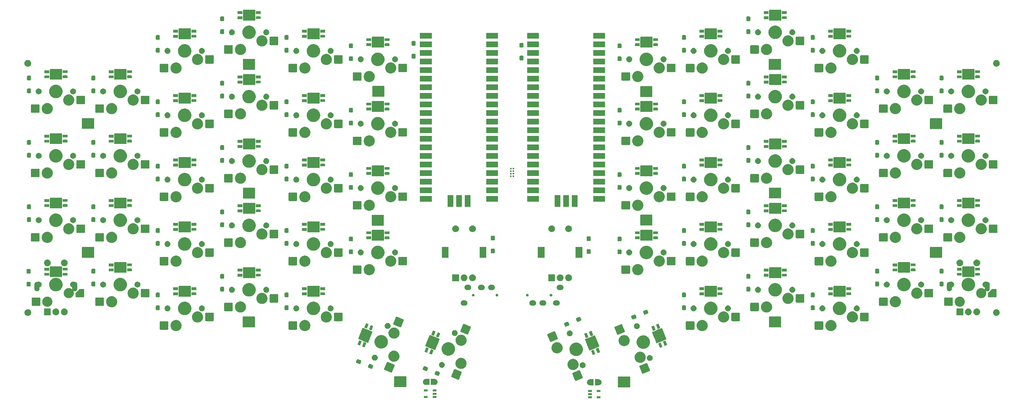
<source format=gbs>
G04 #@! TF.GenerationSoftware,KiCad,Pcbnew,7.0.5-0*
G04 #@! TF.CreationDate,2023-09-04T12:44:45-07:00*
G04 #@! TF.ProjectId,Junco,4a756e63-6f2e-46b6-9963-61645f706362,rev?*
G04 #@! TF.SameCoordinates,Original*
G04 #@! TF.FileFunction,Soldermask,Bot*
G04 #@! TF.FilePolarity,Negative*
%FSLAX46Y46*%
G04 Gerber Fmt 4.6, Leading zero omitted, Abs format (unit mm)*
G04 Created by KiCad (PCBNEW 7.0.5-0) date 2023-09-04 12:44:45*
%MOMM*%
%LPD*%
G01*
G04 APERTURE LIST*
G04 APERTURE END LIST*
G36*
X196633227Y-146419415D02*
G01*
X195533227Y-146419415D01*
X195533227Y-145819415D01*
X196633227Y-145819415D01*
X196633227Y-146419415D01*
G37*
G36*
X199233227Y-146419415D02*
G01*
X198133227Y-146419415D01*
X198133227Y-145819415D01*
X199233227Y-145819415D01*
X199233227Y-146419415D01*
G37*
G36*
X148097808Y-146323739D02*
G01*
X146997808Y-146323739D01*
X146997808Y-145723739D01*
X148097808Y-145723739D01*
X148097808Y-146323739D01*
G37*
G36*
X150697808Y-146323739D02*
G01*
X149597808Y-146323739D01*
X149597808Y-145723739D01*
X150697808Y-145723739D01*
X150697808Y-146323739D01*
G37*
G36*
X196633227Y-145469415D02*
G01*
X195533227Y-145469415D01*
X195533227Y-144869415D01*
X196633227Y-144869415D01*
X196633227Y-145469415D01*
G37*
G36*
X150697808Y-145373739D02*
G01*
X149597808Y-145373739D01*
X149597808Y-144773739D01*
X150697808Y-144773739D01*
X150697808Y-145373739D01*
G37*
G36*
X196633227Y-144519415D02*
G01*
X195533227Y-144519415D01*
X195533227Y-143919415D01*
X196633227Y-143919415D01*
X196633227Y-144519415D01*
G37*
G36*
X199233227Y-144519415D02*
G01*
X198133227Y-144519415D01*
X198133227Y-143919415D01*
X199233227Y-143919415D01*
X199233227Y-144519415D01*
G37*
G36*
X148097808Y-144423739D02*
G01*
X146997808Y-144423739D01*
X146997808Y-143823739D01*
X148097808Y-143823739D01*
X148097808Y-144423739D01*
G37*
G36*
X150697808Y-144423739D02*
G01*
X149597808Y-144423739D01*
X149597808Y-143823739D01*
X150697808Y-143823739D01*
X150697808Y-144423739D01*
G37*
G36*
X207902057Y-140012706D02*
G01*
X207950720Y-140045222D01*
X207983236Y-140093885D01*
X207994654Y-140151288D01*
X207994654Y-140157196D01*
X207994654Y-141348337D01*
X207994720Y-141350015D01*
X207994955Y-141350993D01*
X208014654Y-141601288D01*
X207994955Y-141851583D01*
X207994720Y-141852560D01*
X207994654Y-141854238D01*
X207994654Y-143051288D01*
X207983236Y-143108691D01*
X207950720Y-143157354D01*
X207902057Y-143189870D01*
X207844654Y-143201288D01*
X207838746Y-143201288D01*
X206414654Y-143201288D01*
X206014654Y-143201288D01*
X204550562Y-143201288D01*
X204544654Y-143201288D01*
X204487251Y-143189870D01*
X204438588Y-143157354D01*
X204406072Y-143108691D01*
X204394654Y-143051288D01*
X204394654Y-140151288D01*
X204406072Y-140093885D01*
X204438588Y-140045222D01*
X204487251Y-140012706D01*
X204544654Y-140001288D01*
X207844654Y-140001288D01*
X207902057Y-140012706D01*
G37*
G36*
X141703785Y-139915030D02*
G01*
X141752448Y-139947546D01*
X141784964Y-139996209D01*
X141796382Y-140053612D01*
X141796382Y-140059520D01*
X141796382Y-141250661D01*
X141796448Y-141252339D01*
X141796683Y-141253317D01*
X141816382Y-141503612D01*
X141796683Y-141753907D01*
X141796448Y-141754884D01*
X141796382Y-141756562D01*
X141796382Y-142953612D01*
X141784964Y-143011015D01*
X141752448Y-143059678D01*
X141703785Y-143092194D01*
X141646382Y-143103612D01*
X141640474Y-143103612D01*
X140216382Y-143103612D01*
X139816382Y-143103612D01*
X138352290Y-143103612D01*
X138346382Y-143103612D01*
X138288979Y-143092194D01*
X138240316Y-143059678D01*
X138207800Y-143011015D01*
X138196382Y-142953612D01*
X138196382Y-142953611D01*
X138196382Y-140053612D01*
X138207800Y-139996209D01*
X138240316Y-139947546D01*
X138288979Y-139915030D01*
X138346382Y-139903612D01*
X141646382Y-139903612D01*
X141703785Y-139915030D01*
G37*
G36*
X197213227Y-142569415D02*
G01*
X196113227Y-142569415D01*
X195972436Y-142558335D01*
X195963083Y-142555829D01*
X195954872Y-142555099D01*
X195874010Y-142531961D01*
X195790696Y-142509637D01*
X195783914Y-142506181D01*
X195779488Y-142504915D01*
X195702470Y-142464684D01*
X195623052Y-142424219D01*
X195619504Y-142421346D01*
X195618133Y-142420630D01*
X195547697Y-142363197D01*
X195476831Y-142305811D01*
X195419471Y-142234977D01*
X195362011Y-142164508D01*
X195361293Y-142163135D01*
X195358423Y-142159590D01*
X195317976Y-142080208D01*
X195277726Y-142003153D01*
X195276458Y-141998724D01*
X195273005Y-141991946D01*
X195250690Y-141908670D01*
X195227542Y-141827769D01*
X195226811Y-141819553D01*
X195224307Y-141810206D01*
X195213227Y-141669415D01*
X195224307Y-141528624D01*
X195226811Y-141519277D01*
X195227542Y-141511060D01*
X195250695Y-141430143D01*
X195273005Y-141346884D01*
X195276458Y-141340106D01*
X195277726Y-141335676D01*
X195317997Y-141258580D01*
X195358423Y-141179240D01*
X195361292Y-141175696D01*
X195362011Y-141174321D01*
X195419589Y-141103706D01*
X195476831Y-141033019D01*
X195547518Y-140975777D01*
X195618133Y-140918199D01*
X195619508Y-140917480D01*
X195623052Y-140914611D01*
X195702392Y-140874185D01*
X195779488Y-140833914D01*
X195783918Y-140832646D01*
X195790696Y-140829193D01*
X195873955Y-140806883D01*
X195954872Y-140783730D01*
X195963089Y-140782999D01*
X195972436Y-140780495D01*
X196113227Y-140769415D01*
X197213227Y-140769415D01*
X197213227Y-142569415D01*
G37*
G36*
X198794018Y-140780495D02*
G01*
X198803364Y-140782999D01*
X198811581Y-140783730D01*
X198892482Y-140806878D01*
X198975758Y-140829193D01*
X198982536Y-140832646D01*
X198986965Y-140833914D01*
X199064020Y-140874164D01*
X199143402Y-140914611D01*
X199146947Y-140917481D01*
X199148320Y-140918199D01*
X199218789Y-140975659D01*
X199289623Y-141033019D01*
X199347009Y-141103885D01*
X199404442Y-141174321D01*
X199405158Y-141175692D01*
X199408031Y-141179240D01*
X199448496Y-141258658D01*
X199488727Y-141335676D01*
X199489993Y-141340102D01*
X199493449Y-141346884D01*
X199515773Y-141430198D01*
X199538911Y-141511060D01*
X199539641Y-141519271D01*
X199542147Y-141528624D01*
X199553227Y-141669415D01*
X199542147Y-141810206D01*
X199539640Y-141819558D01*
X199538911Y-141827769D01*
X199515777Y-141908615D01*
X199493449Y-141991946D01*
X199489992Y-141998729D01*
X199488727Y-142003153D01*
X199448517Y-142080130D01*
X199408031Y-142159590D01*
X199405157Y-142163138D01*
X199404442Y-142164508D01*
X199347127Y-142234799D01*
X199289623Y-142305811D01*
X199218611Y-142363315D01*
X199148320Y-142420630D01*
X199146950Y-142421345D01*
X199143402Y-142424219D01*
X199063942Y-142464705D01*
X198986965Y-142504915D01*
X198982541Y-142506180D01*
X198975758Y-142509637D01*
X198892427Y-142531965D01*
X198811581Y-142555099D01*
X198803370Y-142555828D01*
X198794018Y-142558335D01*
X198653227Y-142569415D01*
X197553227Y-142569415D01*
X197553227Y-140769415D01*
X198653227Y-140769415D01*
X198794018Y-140780495D01*
G37*
G36*
X148677808Y-142473739D02*
G01*
X147577808Y-142473739D01*
X147437017Y-142462659D01*
X147427664Y-142460153D01*
X147419453Y-142459423D01*
X147338591Y-142436285D01*
X147255277Y-142413961D01*
X147248495Y-142410505D01*
X147244069Y-142409239D01*
X147167051Y-142369008D01*
X147087633Y-142328543D01*
X147084085Y-142325670D01*
X147082714Y-142324954D01*
X147012278Y-142267521D01*
X146941412Y-142210135D01*
X146884052Y-142139301D01*
X146826592Y-142068832D01*
X146825874Y-142067459D01*
X146823004Y-142063914D01*
X146782557Y-141984532D01*
X146742307Y-141907477D01*
X146741039Y-141903048D01*
X146737586Y-141896270D01*
X146715271Y-141812994D01*
X146692123Y-141732093D01*
X146691392Y-141723877D01*
X146688888Y-141714530D01*
X146677808Y-141573739D01*
X146688888Y-141432948D01*
X146691392Y-141423601D01*
X146692123Y-141415384D01*
X146715276Y-141334467D01*
X146737586Y-141251208D01*
X146741039Y-141244430D01*
X146742307Y-141240000D01*
X146782578Y-141162904D01*
X146823004Y-141083564D01*
X146825873Y-141080020D01*
X146826592Y-141078645D01*
X146884170Y-141008030D01*
X146941412Y-140937343D01*
X147012099Y-140880101D01*
X147082714Y-140822523D01*
X147084089Y-140821804D01*
X147087633Y-140818935D01*
X147166973Y-140778509D01*
X147244069Y-140738238D01*
X147248499Y-140736970D01*
X147255277Y-140733517D01*
X147338536Y-140711207D01*
X147419453Y-140688054D01*
X147427670Y-140687323D01*
X147437017Y-140684819D01*
X147577808Y-140673739D01*
X148677808Y-140673739D01*
X148677808Y-142473739D01*
G37*
G36*
X150258599Y-140684819D02*
G01*
X150267945Y-140687323D01*
X150276162Y-140688054D01*
X150357063Y-140711202D01*
X150440339Y-140733517D01*
X150447117Y-140736970D01*
X150451546Y-140738238D01*
X150528601Y-140778488D01*
X150607983Y-140818935D01*
X150611528Y-140821805D01*
X150612901Y-140822523D01*
X150683370Y-140879983D01*
X150754204Y-140937343D01*
X150811590Y-141008209D01*
X150869023Y-141078645D01*
X150869739Y-141080016D01*
X150872612Y-141083564D01*
X150913077Y-141162982D01*
X150953308Y-141240000D01*
X150954574Y-141244426D01*
X150958030Y-141251208D01*
X150980354Y-141334522D01*
X151003492Y-141415384D01*
X151004222Y-141423595D01*
X151006728Y-141432948D01*
X151017808Y-141573739D01*
X151006728Y-141714530D01*
X151004221Y-141723882D01*
X151003492Y-141732093D01*
X150980358Y-141812939D01*
X150958030Y-141896270D01*
X150954573Y-141903053D01*
X150953308Y-141907477D01*
X150913098Y-141984454D01*
X150872612Y-142063914D01*
X150869738Y-142067462D01*
X150869023Y-142068832D01*
X150811708Y-142139123D01*
X150754204Y-142210135D01*
X150683192Y-142267639D01*
X150612901Y-142324954D01*
X150611531Y-142325669D01*
X150607983Y-142328543D01*
X150528523Y-142369029D01*
X150451546Y-142409239D01*
X150447122Y-142410504D01*
X150440339Y-142413961D01*
X150357008Y-142436289D01*
X150276162Y-142459423D01*
X150267951Y-142460152D01*
X150258599Y-142462659D01*
X150117808Y-142473739D01*
X149017808Y-142473739D01*
X149017808Y-140673739D01*
X150117808Y-140673739D01*
X150258599Y-140684819D01*
G37*
G36*
X193008090Y-138129046D02*
G01*
X193029817Y-138129738D01*
X193047496Y-138137242D01*
X193073989Y-138142753D01*
X193096356Y-138157982D01*
X193114036Y-138165487D01*
X193129625Y-138180634D01*
X193154619Y-138197652D01*
X193167745Y-138217673D01*
X193181186Y-138230733D01*
X193205376Y-138275070D01*
X193208102Y-138279228D01*
X193976046Y-140179955D01*
X193976970Y-140184823D01*
X193990371Y-140233532D01*
X193989774Y-140252266D01*
X193994240Y-140275789D01*
X193988081Y-140305395D01*
X193987390Y-140327120D01*
X193979886Y-140344797D01*
X193974376Y-140371290D01*
X193959147Y-140393655D01*
X193951643Y-140411336D01*
X193936494Y-140426926D01*
X193919477Y-140451920D01*
X193899455Y-140465046D01*
X193886395Y-140478488D01*
X193842060Y-140502676D01*
X193837901Y-140505403D01*
X191983534Y-141254616D01*
X191978661Y-141255541D01*
X191929955Y-141268941D01*
X191911224Y-141268344D01*
X191887700Y-141272811D01*
X191858092Y-141266652D01*
X191836370Y-141265961D01*
X191818693Y-141258457D01*
X191792199Y-141252947D01*
X191769829Y-141237716D01*
X191752151Y-141230212D01*
X191736562Y-141215065D01*
X191711569Y-141198048D01*
X191698442Y-141178026D01*
X191685001Y-141164966D01*
X191660809Y-141120625D01*
X191658086Y-141116472D01*
X191172672Y-139915030D01*
X190891442Y-139218964D01*
X190891440Y-139218959D01*
X190890142Y-139215745D01*
X190889219Y-139210885D01*
X190875816Y-139162167D01*
X190876412Y-139143428D01*
X190871948Y-139119911D01*
X190878104Y-139090310D01*
X190878797Y-139068579D01*
X190886303Y-139050895D01*
X190891812Y-139024410D01*
X190907036Y-139002049D01*
X190914544Y-138984363D01*
X190929698Y-138968766D01*
X190946711Y-138943780D01*
X190966727Y-138930656D01*
X190979792Y-138917211D01*
X191024141Y-138893014D01*
X191028287Y-138890297D01*
X191841354Y-138561796D01*
X192879434Y-138142384D01*
X192879441Y-138142381D01*
X192882654Y-138141084D01*
X192887511Y-138140161D01*
X192936232Y-138126758D01*
X192954967Y-138127354D01*
X192978488Y-138122889D01*
X193008090Y-138129046D01*
G37*
G36*
X156104630Y-137801079D02*
G01*
X156123367Y-137800483D01*
X156172077Y-137813885D01*
X156176944Y-137814809D01*
X158031311Y-138564022D01*
X158035447Y-138566734D01*
X158079804Y-138590935D01*
X158092867Y-138604379D01*
X158112887Y-138617505D01*
X158129902Y-138642494D01*
X158145053Y-138658088D01*
X158152558Y-138675770D01*
X158167786Y-138698135D01*
X158173295Y-138724625D01*
X158180800Y-138742304D01*
X158181492Y-138764030D01*
X158187650Y-138793636D01*
X158183184Y-138817158D01*
X158183781Y-138835892D01*
X158170383Y-138884584D01*
X158169456Y-138889470D01*
X157401512Y-140790197D01*
X157398793Y-140794344D01*
X157374598Y-140838688D01*
X157361159Y-140851746D01*
X157348029Y-140871773D01*
X157323031Y-140888793D01*
X157307446Y-140903937D01*
X157289770Y-140911439D01*
X157267399Y-140926672D01*
X157240902Y-140932183D01*
X157223227Y-140939686D01*
X157201505Y-140940377D01*
X157171898Y-140946536D01*
X157148372Y-140942069D01*
X157129640Y-140942666D01*
X157080938Y-140929266D01*
X157076064Y-140928341D01*
X155221697Y-140179128D01*
X155217556Y-140176413D01*
X155173203Y-140152214D01*
X155160140Y-140138770D01*
X155140121Y-140125645D01*
X155123106Y-140100655D01*
X155107954Y-140085061D01*
X155100447Y-140067376D01*
X155085222Y-140045015D01*
X155079712Y-140018527D01*
X155072207Y-140000845D01*
X155071514Y-139979114D01*
X155065358Y-139949514D01*
X155069822Y-139925995D01*
X155069226Y-139907257D01*
X155082627Y-139858550D01*
X155083552Y-139853680D01*
X155689669Y-138353488D01*
X155850197Y-137956167D01*
X155850198Y-137956163D01*
X155851496Y-137952953D01*
X155854205Y-137948819D01*
X155878409Y-137904461D01*
X155891852Y-137891398D01*
X155904979Y-137871377D01*
X155929969Y-137854361D01*
X155945561Y-137839212D01*
X155963243Y-137831706D01*
X155985609Y-137816478D01*
X156012099Y-137810968D01*
X156029780Y-137803463D01*
X156051508Y-137802771D01*
X156081110Y-137796614D01*
X156104630Y-137801079D01*
G37*
G36*
X150709377Y-138328319D02*
G01*
X150719241Y-138328005D01*
X150785909Y-138346346D01*
X151156782Y-138496188D01*
X151523626Y-138644402D01*
X151523630Y-138644404D01*
X151527656Y-138646031D01*
X151588355Y-138679150D01*
X151595233Y-138686229D01*
X151601408Y-138689836D01*
X151634321Y-138726457D01*
X151665185Y-138758221D01*
X151667257Y-138763103D01*
X151667666Y-138763558D01*
X151706146Y-138854211D01*
X151706189Y-138854820D01*
X151708263Y-138859706D01*
X151709672Y-138903977D01*
X151713152Y-138953084D01*
X151711456Y-138960031D01*
X151711771Y-138969900D01*
X151693430Y-139036568D01*
X151468666Y-139592879D01*
X151435547Y-139653577D01*
X151428465Y-139660457D01*
X151424859Y-139666632D01*
X151388237Y-139699546D01*
X151356476Y-139730407D01*
X151351593Y-139732479D01*
X151351138Y-139732889D01*
X151260485Y-139771369D01*
X151259873Y-139771412D01*
X151254991Y-139773485D01*
X151210729Y-139774894D01*
X151161611Y-139778374D01*
X151154663Y-139776678D01*
X151144797Y-139776993D01*
X151078129Y-139758652D01*
X150336382Y-139458967D01*
X150275683Y-139425848D01*
X150268803Y-139418767D01*
X150262629Y-139415161D01*
X150229714Y-139378538D01*
X150198853Y-139346777D01*
X150196780Y-139341894D01*
X150196371Y-139341439D01*
X150157891Y-139250786D01*
X150157847Y-139250174D01*
X150155775Y-139245292D01*
X150154366Y-139201044D01*
X150150885Y-139151913D01*
X150152581Y-139144961D01*
X150152267Y-139135098D01*
X150170608Y-139068430D01*
X150272602Y-138815986D01*
X150393742Y-138516151D01*
X150393745Y-138516145D01*
X150395372Y-138512119D01*
X150428491Y-138451421D01*
X150435568Y-138444543D01*
X150439178Y-138438365D01*
X150475826Y-138405426D01*
X150507562Y-138374591D01*
X150512440Y-138372520D01*
X150512899Y-138372108D01*
X150603552Y-138333628D01*
X150604167Y-138333584D01*
X150609047Y-138331513D01*
X150653280Y-138330104D01*
X150702426Y-138326623D01*
X150709377Y-138328319D01*
G37*
G36*
X212858090Y-135992746D02*
G01*
X212879817Y-135993438D01*
X212897496Y-136000942D01*
X212923989Y-136006453D01*
X212946356Y-136021682D01*
X212964036Y-136029187D01*
X212979625Y-136044334D01*
X213004619Y-136061352D01*
X213017745Y-136081373D01*
X213031186Y-136094433D01*
X213055376Y-136138770D01*
X213058102Y-136142928D01*
X213826046Y-138043655D01*
X213826970Y-138048523D01*
X213840371Y-138097232D01*
X213839774Y-138115966D01*
X213844240Y-138139489D01*
X213838081Y-138169095D01*
X213837390Y-138190820D01*
X213829886Y-138208497D01*
X213824376Y-138234990D01*
X213809147Y-138257355D01*
X213801643Y-138275036D01*
X213786494Y-138290626D01*
X213769477Y-138315620D01*
X213749455Y-138328746D01*
X213736395Y-138342188D01*
X213692060Y-138366376D01*
X213687901Y-138369103D01*
X211833534Y-139118316D01*
X211828661Y-139119241D01*
X211779955Y-139132641D01*
X211761224Y-139132044D01*
X211737700Y-139136511D01*
X211708092Y-139130352D01*
X211686370Y-139129661D01*
X211668693Y-139122157D01*
X211642199Y-139116647D01*
X211619829Y-139101416D01*
X211602151Y-139093912D01*
X211586562Y-139078765D01*
X211561569Y-139061748D01*
X211548442Y-139041726D01*
X211535001Y-139028666D01*
X211510809Y-138984325D01*
X211508086Y-138980172D01*
X211062434Y-137877145D01*
X210741442Y-137082664D01*
X210741440Y-137082659D01*
X210740142Y-137079445D01*
X210739219Y-137074585D01*
X210725816Y-137025867D01*
X210726412Y-137007128D01*
X210721948Y-136983611D01*
X210728104Y-136954010D01*
X210728797Y-136932279D01*
X210736303Y-136914595D01*
X210741812Y-136888110D01*
X210757036Y-136865749D01*
X210764544Y-136848063D01*
X210779698Y-136832466D01*
X210796711Y-136807480D01*
X210816727Y-136794356D01*
X210829792Y-136780911D01*
X210874141Y-136756714D01*
X210878287Y-136753997D01*
X211738753Y-136406346D01*
X212729434Y-136006084D01*
X212729441Y-136006081D01*
X212732654Y-136004784D01*
X212737511Y-136003861D01*
X212786232Y-135990458D01*
X212804967Y-135991054D01*
X212828488Y-135986589D01*
X212858090Y-135992746D01*
G37*
G36*
X136254630Y-135677379D02*
G01*
X136273367Y-135676783D01*
X136322077Y-135690185D01*
X136326944Y-135691109D01*
X138181311Y-136440322D01*
X138185447Y-136443034D01*
X138229804Y-136467235D01*
X138242867Y-136480679D01*
X138262887Y-136493805D01*
X138279902Y-136518794D01*
X138295053Y-136534388D01*
X138302558Y-136552070D01*
X138317786Y-136574435D01*
X138323295Y-136600925D01*
X138330800Y-136618604D01*
X138331492Y-136640330D01*
X138337650Y-136669936D01*
X138333184Y-136693458D01*
X138333781Y-136712192D01*
X138320383Y-136760884D01*
X138319456Y-136765770D01*
X137551512Y-138666497D01*
X137548793Y-138670644D01*
X137524598Y-138714988D01*
X137511159Y-138728046D01*
X137498029Y-138748073D01*
X137473031Y-138765093D01*
X137457446Y-138780237D01*
X137439770Y-138787739D01*
X137417399Y-138802972D01*
X137390902Y-138808483D01*
X137373227Y-138815986D01*
X137351505Y-138816677D01*
X137321898Y-138822836D01*
X137298372Y-138818369D01*
X137279640Y-138818966D01*
X137230938Y-138805566D01*
X137226064Y-138804641D01*
X135371697Y-138055428D01*
X135367556Y-138052713D01*
X135323203Y-138028514D01*
X135310140Y-138015070D01*
X135290121Y-138001945D01*
X135273106Y-137976955D01*
X135257954Y-137961361D01*
X135250447Y-137943676D01*
X135235222Y-137921315D01*
X135229712Y-137894827D01*
X135222207Y-137877145D01*
X135221514Y-137855414D01*
X135215358Y-137825814D01*
X135219822Y-137802295D01*
X135219226Y-137783557D01*
X135232627Y-137734850D01*
X135233552Y-137729980D01*
X135814684Y-136291628D01*
X136000197Y-135832467D01*
X136000198Y-135832463D01*
X136001496Y-135829253D01*
X136004205Y-135825119D01*
X136028409Y-135780761D01*
X136041852Y-135767698D01*
X136054979Y-135747677D01*
X136079969Y-135730661D01*
X136095561Y-135715512D01*
X136113243Y-135708006D01*
X136135609Y-135692778D01*
X136162099Y-135687268D01*
X136179780Y-135679763D01*
X136201508Y-135679071D01*
X136231110Y-135672914D01*
X136254630Y-135677379D01*
G37*
G36*
X147186078Y-136904814D02*
G01*
X147195942Y-136904500D01*
X147262610Y-136922841D01*
X147577137Y-137049918D01*
X148000327Y-137220897D01*
X148000331Y-137220899D01*
X148004357Y-137222526D01*
X148065056Y-137255645D01*
X148071934Y-137262724D01*
X148078109Y-137266331D01*
X148111022Y-137302952D01*
X148141886Y-137334716D01*
X148143958Y-137339598D01*
X148144367Y-137340053D01*
X148182847Y-137430706D01*
X148182890Y-137431315D01*
X148184964Y-137436201D01*
X148186373Y-137480472D01*
X148189853Y-137529579D01*
X148188157Y-137536526D01*
X148188472Y-137546395D01*
X148170131Y-137613063D01*
X147945367Y-138169374D01*
X147912248Y-138230072D01*
X147905166Y-138236952D01*
X147901560Y-138243127D01*
X147864938Y-138276041D01*
X147833177Y-138306902D01*
X147828294Y-138308974D01*
X147827839Y-138309384D01*
X147737186Y-138347864D01*
X147736574Y-138347907D01*
X147731692Y-138349980D01*
X147687430Y-138351389D01*
X147638312Y-138354869D01*
X147631364Y-138353173D01*
X147621498Y-138353488D01*
X147554830Y-138335147D01*
X146864775Y-138056347D01*
X146817112Y-138037090D01*
X146817111Y-138037089D01*
X146813083Y-138035462D01*
X146752384Y-138002343D01*
X146745504Y-137995262D01*
X146739330Y-137991656D01*
X146706415Y-137955033D01*
X146675554Y-137923272D01*
X146673481Y-137918389D01*
X146673072Y-137917934D01*
X146634592Y-137827281D01*
X146634548Y-137826669D01*
X146632476Y-137821787D01*
X146631067Y-137777539D01*
X146627586Y-137728408D01*
X146629282Y-137721456D01*
X146628968Y-137711593D01*
X146647309Y-137644925D01*
X146745326Y-137402325D01*
X146870443Y-137092646D01*
X146870446Y-137092640D01*
X146872073Y-137088614D01*
X146905192Y-137027916D01*
X146912269Y-137021038D01*
X146915879Y-137014860D01*
X146952527Y-136981921D01*
X146984263Y-136951086D01*
X146989141Y-136949015D01*
X146989600Y-136948603D01*
X147080253Y-136910123D01*
X147080868Y-136910079D01*
X147085748Y-136908008D01*
X147129981Y-136906599D01*
X147179127Y-136903118D01*
X147186078Y-136904814D01*
G37*
G36*
X191164002Y-134761129D02*
G01*
X191226531Y-134761129D01*
X191294859Y-134771427D01*
X191361357Y-134776661D01*
X191414951Y-134789527D01*
X191470365Y-134797880D01*
X191542783Y-134820217D01*
X191613118Y-134837104D01*
X191658594Y-134855940D01*
X191705992Y-134870561D01*
X191780403Y-134906395D01*
X191852324Y-134936186D01*
X191889243Y-134958810D01*
X191928155Y-134977549D01*
X192002168Y-135028010D01*
X192073086Y-135071469D01*
X192101483Y-135095722D01*
X192131892Y-135116455D01*
X192202902Y-135182342D01*
X192269966Y-135239621D01*
X192290330Y-135263464D01*
X192312651Y-135284175D01*
X192377905Y-135366000D01*
X192438118Y-135436501D01*
X192451361Y-135458112D01*
X192466392Y-135476960D01*
X192523086Y-135575157D01*
X192573401Y-135657263D01*
X192580790Y-135675102D01*
X192589690Y-135690517D01*
X192635086Y-135806185D01*
X192672483Y-135896469D01*
X192675575Y-135909349D01*
X192679773Y-135920045D01*
X192711198Y-136057731D01*
X192732926Y-136148230D01*
X192733489Y-136155393D01*
X192734645Y-136160455D01*
X192749709Y-136361481D01*
X192753240Y-136406347D01*
X192749706Y-136451249D01*
X192734645Y-136652238D01*
X192733489Y-136657298D01*
X192732926Y-136664464D01*
X192711194Y-136754982D01*
X192679773Y-136892648D01*
X192675576Y-136903341D01*
X192672483Y-136916225D01*
X192635079Y-137006526D01*
X192589690Y-137122176D01*
X192580791Y-137137588D01*
X192573401Y-137155431D01*
X192523076Y-137237552D01*
X192466392Y-137335733D01*
X192451363Y-137354577D01*
X192438118Y-137376193D01*
X192377893Y-137446707D01*
X192312651Y-137528518D01*
X192290334Y-137549224D01*
X192269966Y-137573073D01*
X192202888Y-137630362D01*
X192131892Y-137696238D01*
X192101488Y-137716966D01*
X192073086Y-137741225D01*
X192002154Y-137784691D01*
X191928155Y-137835144D01*
X191889250Y-137853879D01*
X191852324Y-137876508D01*
X191780388Y-137906304D01*
X191705992Y-137942132D01*
X191658603Y-137956749D01*
X191613118Y-137975590D01*
X191542768Y-137992479D01*
X191470365Y-138014813D01*
X191414959Y-138023163D01*
X191361357Y-138036033D01*
X191294856Y-138041266D01*
X191226531Y-138051565D01*
X191164002Y-138051565D01*
X191103240Y-138056347D01*
X191042478Y-138051565D01*
X190979949Y-138051565D01*
X190911623Y-138041266D01*
X190845123Y-138036033D01*
X190791521Y-138023164D01*
X190736114Y-138014813D01*
X190663706Y-137992478D01*
X190593362Y-137975590D01*
X190547879Y-137956750D01*
X190500490Y-137942133D01*
X190426091Y-137906304D01*
X190354156Y-137876508D01*
X190317229Y-137853879D01*
X190278323Y-137835143D01*
X190204318Y-137784687D01*
X190133394Y-137741225D01*
X190104994Y-137716969D01*
X190074587Y-137696238D01*
X190003578Y-137630351D01*
X189936514Y-137573073D01*
X189916149Y-137549229D01*
X189893828Y-137528518D01*
X189828571Y-137446689D01*
X189768362Y-137376193D01*
X189755119Y-137354583D01*
X189740087Y-137335733D01*
X189683386Y-137237524D01*
X189633079Y-137155431D01*
X189625690Y-137137594D01*
X189616789Y-137122176D01*
X189571381Y-137006480D01*
X189533997Y-136916225D01*
X189530905Y-136903348D01*
X189526706Y-136892648D01*
X189495265Y-136754897D01*
X189473554Y-136664464D01*
X189472990Y-136657305D01*
X189471834Y-136652238D01*
X189456751Y-136450967D01*
X189453240Y-136406347D01*
X189456751Y-136361730D01*
X189471834Y-136160455D01*
X189472990Y-136155386D01*
X189473554Y-136148230D01*
X189495260Y-136057815D01*
X189526706Y-135920045D01*
X189530906Y-135909343D01*
X189533997Y-135896469D01*
X189571374Y-135806231D01*
X189616789Y-135690517D01*
X189625692Y-135675096D01*
X189633079Y-135657263D01*
X189683376Y-135575185D01*
X189740087Y-135476960D01*
X189755122Y-135458106D01*
X189768362Y-135436501D01*
X189828559Y-135366018D01*
X189893828Y-135284175D01*
X189916153Y-135263459D01*
X189936514Y-135239621D01*
X190003565Y-135182353D01*
X190074587Y-135116455D01*
X190105000Y-135095719D01*
X190133394Y-135071469D01*
X190204304Y-135028015D01*
X190278323Y-134977550D01*
X190317236Y-134958810D01*
X190354156Y-134936186D01*
X190426076Y-134906395D01*
X190500490Y-134870560D01*
X190547889Y-134855939D01*
X190593362Y-134837104D01*
X190663691Y-134820219D01*
X190736114Y-134797880D01*
X190791529Y-134789527D01*
X190845123Y-134776661D01*
X190911619Y-134771427D01*
X190979949Y-134761129D01*
X191042478Y-134761129D01*
X191103240Y-134756347D01*
X191164002Y-134761129D01*
G37*
G36*
X158017119Y-134434854D02*
G01*
X158079648Y-134434854D01*
X158147976Y-134445152D01*
X158214474Y-134450386D01*
X158268068Y-134463252D01*
X158323482Y-134471605D01*
X158395900Y-134493942D01*
X158466235Y-134510829D01*
X158511711Y-134529665D01*
X158559109Y-134544286D01*
X158633520Y-134580120D01*
X158705441Y-134609911D01*
X158742360Y-134632535D01*
X158781272Y-134651274D01*
X158855285Y-134701735D01*
X158926203Y-134745194D01*
X158954600Y-134769447D01*
X158985009Y-134790180D01*
X159056019Y-134856067D01*
X159123083Y-134913346D01*
X159143447Y-134937189D01*
X159165768Y-134957900D01*
X159231022Y-135039725D01*
X159291235Y-135110226D01*
X159304478Y-135131837D01*
X159319509Y-135150685D01*
X159376203Y-135248882D01*
X159426518Y-135330988D01*
X159433907Y-135348827D01*
X159442807Y-135364242D01*
X159488203Y-135479910D01*
X159525600Y-135570194D01*
X159528692Y-135583074D01*
X159532890Y-135593770D01*
X159564315Y-135731456D01*
X159586043Y-135821955D01*
X159586606Y-135829118D01*
X159587762Y-135834180D01*
X159602824Y-136035189D01*
X159606357Y-136080072D01*
X159602824Y-136124957D01*
X159587762Y-136325963D01*
X159586606Y-136331023D01*
X159586043Y-136338189D01*
X159564311Y-136428707D01*
X159532890Y-136566373D01*
X159528693Y-136577066D01*
X159525600Y-136589950D01*
X159488196Y-136680251D01*
X159442807Y-136795901D01*
X159433908Y-136811313D01*
X159426518Y-136829156D01*
X159376193Y-136911277D01*
X159319509Y-137009458D01*
X159304480Y-137028302D01*
X159291235Y-137049918D01*
X159231010Y-137120432D01*
X159165768Y-137202243D01*
X159143451Y-137222949D01*
X159123083Y-137246798D01*
X159056005Y-137304087D01*
X158985009Y-137369963D01*
X158954605Y-137390691D01*
X158926203Y-137414950D01*
X158855271Y-137458416D01*
X158781272Y-137508869D01*
X158742367Y-137527604D01*
X158705441Y-137550233D01*
X158633505Y-137580029D01*
X158559109Y-137615857D01*
X158511720Y-137630474D01*
X158466235Y-137649315D01*
X158395885Y-137666204D01*
X158323482Y-137688538D01*
X158268076Y-137696888D01*
X158214474Y-137709758D01*
X158147973Y-137714991D01*
X158079648Y-137725290D01*
X158017119Y-137725290D01*
X157956357Y-137730072D01*
X157895595Y-137725290D01*
X157833066Y-137725290D01*
X157764740Y-137714991D01*
X157698240Y-137709758D01*
X157644638Y-137696889D01*
X157589231Y-137688538D01*
X157516823Y-137666203D01*
X157446479Y-137649315D01*
X157400996Y-137630475D01*
X157353607Y-137615858D01*
X157279208Y-137580029D01*
X157207273Y-137550233D01*
X157170346Y-137527604D01*
X157131440Y-137508868D01*
X157057435Y-137458412D01*
X156986511Y-137414950D01*
X156958111Y-137390694D01*
X156927704Y-137369963D01*
X156856695Y-137304076D01*
X156789631Y-137246798D01*
X156769266Y-137222954D01*
X156746945Y-137202243D01*
X156681688Y-137120414D01*
X156621479Y-137049918D01*
X156608236Y-137028308D01*
X156593204Y-137009458D01*
X156536503Y-136911249D01*
X156486196Y-136829156D01*
X156478807Y-136811319D01*
X156469906Y-136795901D01*
X156424498Y-136680205D01*
X156387114Y-136589950D01*
X156384022Y-136577073D01*
X156379823Y-136566373D01*
X156348382Y-136428622D01*
X156326671Y-136338189D01*
X156326107Y-136331030D01*
X156324951Y-136325963D01*
X156309868Y-136124692D01*
X156306357Y-136080072D01*
X156309868Y-136035455D01*
X156324951Y-135834180D01*
X156326107Y-135829111D01*
X156326671Y-135821955D01*
X156348377Y-135731540D01*
X156379823Y-135593770D01*
X156384024Y-135583065D01*
X156387114Y-135570194D01*
X156424491Y-135479956D01*
X156469906Y-135364242D01*
X156478809Y-135348821D01*
X156486196Y-135330988D01*
X156536493Y-135248910D01*
X156593204Y-135150685D01*
X156608239Y-135131831D01*
X156621479Y-135110226D01*
X156681676Y-135039743D01*
X156746945Y-134957900D01*
X156769270Y-134937184D01*
X156789631Y-134913346D01*
X156856682Y-134856078D01*
X156927704Y-134790180D01*
X156958117Y-134769444D01*
X156986511Y-134745194D01*
X157057421Y-134701740D01*
X157131440Y-134651275D01*
X157170353Y-134632535D01*
X157207273Y-134609911D01*
X157279193Y-134580120D01*
X157353607Y-134544285D01*
X157401006Y-134529664D01*
X157446479Y-134510829D01*
X157516808Y-134493944D01*
X157589231Y-134471605D01*
X157644646Y-134463252D01*
X157698240Y-134450386D01*
X157764736Y-134445152D01*
X157833066Y-134434854D01*
X157895595Y-134434854D01*
X157956357Y-134430072D01*
X158017119Y-134434854D01*
G37*
G36*
X130982003Y-136266459D02*
G01*
X130991867Y-136266145D01*
X131058535Y-136284486D01*
X131429408Y-136434328D01*
X131796252Y-136582542D01*
X131796256Y-136582544D01*
X131800282Y-136584171D01*
X131860981Y-136617290D01*
X131867859Y-136624369D01*
X131874034Y-136627976D01*
X131906947Y-136664597D01*
X131937811Y-136696361D01*
X131939883Y-136701243D01*
X131940292Y-136701698D01*
X131978772Y-136792351D01*
X131978815Y-136792960D01*
X131980889Y-136797846D01*
X131982298Y-136842117D01*
X131985778Y-136891224D01*
X131984082Y-136898171D01*
X131984397Y-136908040D01*
X131966056Y-136974708D01*
X131741292Y-137531019D01*
X131708173Y-137591717D01*
X131701091Y-137598597D01*
X131697485Y-137604772D01*
X131660863Y-137637686D01*
X131629102Y-137668547D01*
X131624219Y-137670619D01*
X131623764Y-137671029D01*
X131533111Y-137709509D01*
X131532499Y-137709552D01*
X131527617Y-137711625D01*
X131483355Y-137713034D01*
X131434237Y-137716514D01*
X131427289Y-137714818D01*
X131417423Y-137715133D01*
X131350755Y-137696792D01*
X130698003Y-137433063D01*
X130613037Y-137398735D01*
X130613036Y-137398734D01*
X130609008Y-137397107D01*
X130548309Y-137363988D01*
X130541429Y-137356907D01*
X130535255Y-137353301D01*
X130502340Y-137316678D01*
X130471479Y-137284917D01*
X130469406Y-137280034D01*
X130468997Y-137279579D01*
X130430517Y-137188926D01*
X130430473Y-137188314D01*
X130428401Y-137183432D01*
X130426992Y-137139184D01*
X130423511Y-137090053D01*
X130425207Y-137083101D01*
X130424893Y-137073238D01*
X130443234Y-137006570D01*
X130568566Y-136696361D01*
X130666368Y-136454291D01*
X130666371Y-136454285D01*
X130667998Y-136450259D01*
X130701117Y-136389561D01*
X130708194Y-136382683D01*
X130711804Y-136376505D01*
X130748452Y-136343566D01*
X130780188Y-136312731D01*
X130785066Y-136310660D01*
X130785525Y-136310248D01*
X130876178Y-136271768D01*
X130876793Y-136271724D01*
X130881673Y-136269653D01*
X130925906Y-136268244D01*
X130975052Y-136264763D01*
X130982003Y-136266459D01*
G37*
G36*
X194204427Y-135800196D02*
G01*
X194371537Y-135874598D01*
X194519526Y-135982118D01*
X194641927Y-136118058D01*
X194733389Y-136276475D01*
X194789916Y-136450447D01*
X194809037Y-136632370D01*
X194789916Y-136814293D01*
X194733389Y-136988265D01*
X194641927Y-137146682D01*
X194519526Y-137282622D01*
X194371537Y-137390142D01*
X194204427Y-137464544D01*
X194025499Y-137502577D01*
X193842575Y-137502577D01*
X193663647Y-137464544D01*
X193496537Y-137390142D01*
X193348548Y-137282622D01*
X193226147Y-137146682D01*
X193134685Y-136988265D01*
X193078158Y-136814293D01*
X193059037Y-136632370D01*
X193078158Y-136450447D01*
X193134685Y-136276475D01*
X193226147Y-136118058D01*
X193348548Y-135982118D01*
X193496537Y-135874598D01*
X193663647Y-135800196D01*
X193842575Y-135762163D01*
X194025499Y-135762163D01*
X194204427Y-135800196D01*
G37*
G36*
X152565153Y-135699944D02*
G01*
X152732263Y-135774346D01*
X152880252Y-135881866D01*
X153002653Y-136017806D01*
X153094115Y-136176223D01*
X153150642Y-136350195D01*
X153169763Y-136532118D01*
X153150642Y-136714041D01*
X153094115Y-136888013D01*
X153002653Y-137046430D01*
X152880252Y-137182370D01*
X152732263Y-137289890D01*
X152565153Y-137364292D01*
X152386225Y-137402325D01*
X152203301Y-137402325D01*
X152024373Y-137364292D01*
X151857263Y-137289890D01*
X151709274Y-137182370D01*
X151586873Y-137046430D01*
X151495411Y-136888013D01*
X151438884Y-136714041D01*
X151419763Y-136532118D01*
X151438884Y-136350195D01*
X151495411Y-136176223D01*
X151586873Y-136017806D01*
X151709274Y-135881866D01*
X151857263Y-135774346D01*
X152024373Y-135699944D01*
X152203301Y-135661911D01*
X152386225Y-135661911D01*
X152565153Y-135699944D01*
G37*
G36*
X127458704Y-134842954D02*
G01*
X127468568Y-134842640D01*
X127535236Y-134860981D01*
X127844362Y-134985876D01*
X128272953Y-135159037D01*
X128272957Y-135159039D01*
X128276983Y-135160666D01*
X128337682Y-135193785D01*
X128344560Y-135200864D01*
X128350735Y-135204471D01*
X128383648Y-135241092D01*
X128414512Y-135272856D01*
X128416584Y-135277738D01*
X128416993Y-135278193D01*
X128455473Y-135368846D01*
X128455516Y-135369455D01*
X128457590Y-135374341D01*
X128458999Y-135418612D01*
X128462479Y-135467719D01*
X128460783Y-135474666D01*
X128461098Y-135484535D01*
X128442757Y-135551203D01*
X128217993Y-136107514D01*
X128184874Y-136168212D01*
X128177792Y-136175092D01*
X128174186Y-136181267D01*
X128137564Y-136214181D01*
X128105803Y-136245042D01*
X128100920Y-136247114D01*
X128100465Y-136247524D01*
X128009812Y-136286004D01*
X128009200Y-136286047D01*
X128004318Y-136288120D01*
X127960056Y-136289529D01*
X127910938Y-136293009D01*
X127903990Y-136291313D01*
X127894124Y-136291628D01*
X127827456Y-136273287D01*
X127117853Y-135986589D01*
X127089738Y-135975230D01*
X127089737Y-135975229D01*
X127085709Y-135973602D01*
X127025010Y-135940483D01*
X127018130Y-135933402D01*
X127011956Y-135929796D01*
X126979041Y-135893173D01*
X126948180Y-135861412D01*
X126946107Y-135856529D01*
X126945698Y-135856074D01*
X126907218Y-135765421D01*
X126907174Y-135764809D01*
X126905102Y-135759927D01*
X126903693Y-135715679D01*
X126900212Y-135666548D01*
X126901908Y-135659596D01*
X126901594Y-135649733D01*
X126919935Y-135583065D01*
X127008345Y-135364242D01*
X127143069Y-135030786D01*
X127143072Y-135030780D01*
X127144699Y-135026754D01*
X127177818Y-134966056D01*
X127184895Y-134959178D01*
X127188505Y-134953000D01*
X127225153Y-134920061D01*
X127256889Y-134889226D01*
X127261767Y-134887155D01*
X127262226Y-134886743D01*
X127352879Y-134848263D01*
X127353494Y-134848219D01*
X127358374Y-134846148D01*
X127402607Y-134844739D01*
X127451753Y-134841258D01*
X127458704Y-134842954D01*
G37*
G36*
X211014002Y-132624829D02*
G01*
X211076531Y-132624829D01*
X211144859Y-132635127D01*
X211211357Y-132640361D01*
X211264951Y-132653227D01*
X211320365Y-132661580D01*
X211392783Y-132683917D01*
X211463118Y-132700804D01*
X211508594Y-132719640D01*
X211555992Y-132734261D01*
X211630403Y-132770095D01*
X211702324Y-132799886D01*
X211739243Y-132822510D01*
X211778155Y-132841249D01*
X211852168Y-132891710D01*
X211923086Y-132935169D01*
X211951483Y-132959422D01*
X211981892Y-132980155D01*
X212052902Y-133046042D01*
X212119966Y-133103321D01*
X212140330Y-133127164D01*
X212162651Y-133147875D01*
X212227905Y-133229700D01*
X212288118Y-133300201D01*
X212301361Y-133321812D01*
X212316392Y-133340660D01*
X212373086Y-133438857D01*
X212423401Y-133520963D01*
X212430790Y-133538802D01*
X212439690Y-133554217D01*
X212485086Y-133669885D01*
X212522483Y-133760169D01*
X212525575Y-133773049D01*
X212529773Y-133783745D01*
X212561198Y-133921431D01*
X212582926Y-134011930D01*
X212583489Y-134019093D01*
X212584645Y-134024155D01*
X212599707Y-134225164D01*
X212603240Y-134270047D01*
X212599707Y-134314932D01*
X212584645Y-134515938D01*
X212583489Y-134520998D01*
X212582926Y-134528164D01*
X212561194Y-134618682D01*
X212529773Y-134756348D01*
X212525576Y-134767041D01*
X212522483Y-134779925D01*
X212485079Y-134870226D01*
X212439690Y-134985876D01*
X212430791Y-135001288D01*
X212423401Y-135019131D01*
X212373076Y-135101252D01*
X212316392Y-135199433D01*
X212301363Y-135218277D01*
X212288118Y-135239893D01*
X212227893Y-135310407D01*
X212162651Y-135392218D01*
X212140334Y-135412924D01*
X212119966Y-135436773D01*
X212052888Y-135494062D01*
X211981892Y-135559938D01*
X211951488Y-135580666D01*
X211923086Y-135604925D01*
X211852154Y-135648391D01*
X211778155Y-135698844D01*
X211739250Y-135717579D01*
X211702324Y-135740208D01*
X211630388Y-135770004D01*
X211555992Y-135805832D01*
X211508603Y-135820449D01*
X211463118Y-135839290D01*
X211392768Y-135856179D01*
X211320365Y-135878513D01*
X211264959Y-135886863D01*
X211211357Y-135899733D01*
X211144856Y-135904966D01*
X211076531Y-135915265D01*
X211014002Y-135915265D01*
X210953240Y-135920047D01*
X210892478Y-135915265D01*
X210829949Y-135915265D01*
X210761623Y-135904966D01*
X210695123Y-135899733D01*
X210641521Y-135886864D01*
X210586114Y-135878513D01*
X210513706Y-135856178D01*
X210443362Y-135839290D01*
X210397879Y-135820450D01*
X210350490Y-135805833D01*
X210276091Y-135770004D01*
X210204156Y-135740208D01*
X210167229Y-135717579D01*
X210128323Y-135698843D01*
X210054318Y-135648387D01*
X209983394Y-135604925D01*
X209954994Y-135580669D01*
X209924587Y-135559938D01*
X209853578Y-135494051D01*
X209786514Y-135436773D01*
X209766149Y-135412929D01*
X209743828Y-135392218D01*
X209678571Y-135310389D01*
X209618362Y-135239893D01*
X209605119Y-135218283D01*
X209590087Y-135199433D01*
X209533386Y-135101224D01*
X209483079Y-135019131D01*
X209475690Y-135001294D01*
X209466789Y-134985876D01*
X209421381Y-134870180D01*
X209383997Y-134779925D01*
X209380905Y-134767048D01*
X209376706Y-134756348D01*
X209345265Y-134618597D01*
X209323554Y-134528164D01*
X209322990Y-134521005D01*
X209321834Y-134515938D01*
X209306751Y-134314667D01*
X209303240Y-134270047D01*
X209306751Y-134225430D01*
X209321834Y-134024155D01*
X209322990Y-134019086D01*
X209323554Y-134011930D01*
X209345260Y-133921515D01*
X209376706Y-133783745D01*
X209380906Y-133773043D01*
X209383997Y-133760169D01*
X209421374Y-133669931D01*
X209466789Y-133554217D01*
X209475692Y-133538796D01*
X209483079Y-133520963D01*
X209533376Y-133438885D01*
X209590087Y-133340660D01*
X209605122Y-133321806D01*
X209618362Y-133300201D01*
X209678559Y-133229718D01*
X209743828Y-133147875D01*
X209766153Y-133127159D01*
X209786514Y-133103321D01*
X209853565Y-133046053D01*
X209924587Y-132980155D01*
X209955000Y-132959419D01*
X209983394Y-132935169D01*
X210054304Y-132891715D01*
X210128323Y-132841250D01*
X210167236Y-132822510D01*
X210204156Y-132799886D01*
X210276076Y-132770095D01*
X210350490Y-132734260D01*
X210397889Y-132719639D01*
X210443362Y-132700804D01*
X210513691Y-132683919D01*
X210586114Y-132661580D01*
X210641529Y-132653227D01*
X210695123Y-132640361D01*
X210761619Y-132635127D01*
X210829949Y-132624829D01*
X210892478Y-132624829D01*
X210953240Y-132620047D01*
X211014002Y-132624829D01*
G37*
G36*
X138167119Y-132311154D02*
G01*
X138229648Y-132311154D01*
X138297976Y-132321452D01*
X138364474Y-132326686D01*
X138418068Y-132339552D01*
X138473482Y-132347905D01*
X138545900Y-132370242D01*
X138616235Y-132387129D01*
X138661711Y-132405965D01*
X138709109Y-132420586D01*
X138783520Y-132456420D01*
X138855441Y-132486211D01*
X138892360Y-132508835D01*
X138931272Y-132527574D01*
X139005285Y-132578035D01*
X139076203Y-132621494D01*
X139104600Y-132645747D01*
X139135009Y-132666480D01*
X139206019Y-132732367D01*
X139273083Y-132789646D01*
X139293447Y-132813489D01*
X139315768Y-132834200D01*
X139381022Y-132916025D01*
X139441235Y-132986526D01*
X139454478Y-133008137D01*
X139469509Y-133026985D01*
X139526203Y-133125182D01*
X139576518Y-133207288D01*
X139583907Y-133225127D01*
X139592807Y-133240542D01*
X139638203Y-133356210D01*
X139675600Y-133446494D01*
X139678692Y-133459374D01*
X139682890Y-133470070D01*
X139714315Y-133607756D01*
X139736043Y-133698255D01*
X139736606Y-133705418D01*
X139737762Y-133710480D01*
X139752817Y-133911388D01*
X139756357Y-133956372D01*
X139752823Y-134001274D01*
X139737762Y-134202263D01*
X139736606Y-134207323D01*
X139736043Y-134214489D01*
X139714311Y-134305007D01*
X139682890Y-134442673D01*
X139678693Y-134453366D01*
X139675600Y-134466250D01*
X139638196Y-134556551D01*
X139592807Y-134672201D01*
X139583908Y-134687613D01*
X139576518Y-134705456D01*
X139526193Y-134787577D01*
X139469509Y-134885758D01*
X139454480Y-134904602D01*
X139441235Y-134926218D01*
X139381010Y-134996732D01*
X139315768Y-135078543D01*
X139293451Y-135099249D01*
X139273083Y-135123098D01*
X139206005Y-135180387D01*
X139135009Y-135246263D01*
X139104605Y-135266991D01*
X139076203Y-135291250D01*
X139005271Y-135334716D01*
X138931272Y-135385169D01*
X138892367Y-135403904D01*
X138855441Y-135426533D01*
X138783505Y-135456329D01*
X138709109Y-135492157D01*
X138661720Y-135506774D01*
X138616235Y-135525615D01*
X138545885Y-135542504D01*
X138473482Y-135564838D01*
X138418076Y-135573188D01*
X138364474Y-135586058D01*
X138297973Y-135591291D01*
X138229648Y-135601590D01*
X138167119Y-135601590D01*
X138106357Y-135606372D01*
X138045595Y-135601590D01*
X137983066Y-135601590D01*
X137914740Y-135591291D01*
X137848240Y-135586058D01*
X137794638Y-135573189D01*
X137739231Y-135564838D01*
X137666823Y-135542503D01*
X137596479Y-135525615D01*
X137550996Y-135506775D01*
X137503607Y-135492158D01*
X137429208Y-135456329D01*
X137357273Y-135426533D01*
X137320346Y-135403904D01*
X137281440Y-135385168D01*
X137207435Y-135334712D01*
X137136511Y-135291250D01*
X137108111Y-135266994D01*
X137077704Y-135246263D01*
X137006695Y-135180376D01*
X136939631Y-135123098D01*
X136919266Y-135099254D01*
X136896945Y-135078543D01*
X136831688Y-134996714D01*
X136771479Y-134926218D01*
X136758236Y-134904608D01*
X136743204Y-134885758D01*
X136686503Y-134787549D01*
X136636196Y-134705456D01*
X136628807Y-134687619D01*
X136619906Y-134672201D01*
X136574498Y-134556505D01*
X136537114Y-134466250D01*
X136534022Y-134453373D01*
X136529823Y-134442673D01*
X136498382Y-134304922D01*
X136476671Y-134214489D01*
X136476107Y-134207330D01*
X136474951Y-134202263D01*
X136459868Y-134000992D01*
X136456357Y-133956372D01*
X136459868Y-133911755D01*
X136474951Y-133710480D01*
X136476107Y-133705411D01*
X136476671Y-133698255D01*
X136498377Y-133607840D01*
X136529823Y-133470070D01*
X136534023Y-133459368D01*
X136537114Y-133446494D01*
X136574491Y-133356256D01*
X136619906Y-133240542D01*
X136628809Y-133225121D01*
X136636196Y-133207288D01*
X136686493Y-133125210D01*
X136743204Y-133026985D01*
X136758239Y-133008131D01*
X136771479Y-132986526D01*
X136831676Y-132916043D01*
X136896945Y-132834200D01*
X136919270Y-132813484D01*
X136939631Y-132789646D01*
X137006682Y-132732378D01*
X137077704Y-132666480D01*
X137108117Y-132645744D01*
X137136511Y-132621494D01*
X137207421Y-132578040D01*
X137281440Y-132527575D01*
X137320353Y-132508835D01*
X137357273Y-132486211D01*
X137429193Y-132456420D01*
X137503607Y-132420585D01*
X137551006Y-132405964D01*
X137596479Y-132387129D01*
X137666808Y-132370244D01*
X137739231Y-132347905D01*
X137794646Y-132339552D01*
X137848240Y-132326686D01*
X137914736Y-132321452D01*
X137983066Y-132311154D01*
X138045595Y-132311154D01*
X138106357Y-132306372D01*
X138167119Y-132311154D01*
G37*
G36*
X214054427Y-133663896D02*
G01*
X214221537Y-133738298D01*
X214369526Y-133845818D01*
X214491927Y-133981758D01*
X214583389Y-134140175D01*
X214639916Y-134314147D01*
X214659037Y-134496070D01*
X214639916Y-134677993D01*
X214583389Y-134851965D01*
X214491927Y-135010382D01*
X214369526Y-135146322D01*
X214221537Y-135253842D01*
X214054427Y-135328244D01*
X213875499Y-135366277D01*
X213692575Y-135366277D01*
X213513647Y-135328244D01*
X213346537Y-135253842D01*
X213198548Y-135146322D01*
X213076147Y-135010382D01*
X212984685Y-134851965D01*
X212928158Y-134677993D01*
X212909037Y-134496070D01*
X212928158Y-134314147D01*
X212984685Y-134140175D01*
X213076147Y-133981758D01*
X213198548Y-133845818D01*
X213346537Y-133738298D01*
X213513647Y-133663896D01*
X213692575Y-133625863D01*
X213875499Y-133625863D01*
X214054427Y-133663896D01*
G37*
G36*
X132715153Y-133576244D02*
G01*
X132882263Y-133650646D01*
X133030252Y-133758166D01*
X133152653Y-133894106D01*
X133244115Y-134052523D01*
X133300642Y-134226495D01*
X133319763Y-134408418D01*
X133300642Y-134590341D01*
X133244115Y-134764313D01*
X133152653Y-134922730D01*
X133030252Y-135058670D01*
X132882263Y-135166190D01*
X132715153Y-135240592D01*
X132536225Y-135278625D01*
X132353301Y-135278625D01*
X132174373Y-135240592D01*
X132007263Y-135166190D01*
X131859274Y-135058670D01*
X131736873Y-134922730D01*
X131645411Y-134764313D01*
X131588884Y-134590341D01*
X131569763Y-134408418D01*
X131588884Y-134226495D01*
X131645411Y-134052523D01*
X131736873Y-133894106D01*
X131859274Y-133758166D01*
X132007263Y-133650646D01*
X132174373Y-133576244D01*
X132353301Y-133538211D01*
X132536225Y-133538211D01*
X132715153Y-133576244D01*
G37*
G36*
X192097981Y-129933164D02*
G01*
X192167096Y-129933164D01*
X192242080Y-129943470D01*
X192314798Y-129948671D01*
X192374648Y-129961690D01*
X192436676Y-129970216D01*
X192515970Y-129992433D01*
X192592783Y-130009143D01*
X192644644Y-130028486D01*
X192698703Y-130043633D01*
X192780428Y-130079131D01*
X192859332Y-130108561D01*
X192902697Y-130132240D01*
X192948297Y-130152047D01*
X193030341Y-130201939D01*
X193109020Y-130244901D01*
X193143785Y-130270925D01*
X193180795Y-130293432D01*
X193260813Y-130358531D01*
X193336763Y-130415387D01*
X193363231Y-130441855D01*
X193391884Y-130465166D01*
X193467405Y-130546029D01*
X193537925Y-130616549D01*
X193556740Y-130641683D01*
X193577620Y-130664040D01*
X193646102Y-130761056D01*
X193708411Y-130844292D01*
X193720556Y-130866534D01*
X193734543Y-130886349D01*
X193793397Y-130999932D01*
X193844751Y-131093980D01*
X193851488Y-131112043D01*
X193859733Y-131127955D01*
X193906427Y-131259340D01*
X193944169Y-131360529D01*
X193946976Y-131373433D01*
X193950862Y-131384367D01*
X193983042Y-131539228D01*
X194004641Y-131638514D01*
X194005148Y-131645605D01*
X194006226Y-131650792D01*
X194021706Y-131877128D01*
X194024936Y-131922276D01*
X194021706Y-131967427D01*
X194006226Y-132193759D01*
X194005148Y-132198945D01*
X194004641Y-132206038D01*
X193983037Y-132305345D01*
X193950862Y-132460184D01*
X193946976Y-132471116D01*
X193944169Y-132484023D01*
X193906419Y-132585232D01*
X193859733Y-132716596D01*
X193851489Y-132732504D01*
X193844751Y-132750572D01*
X193793386Y-132844638D01*
X193734543Y-132958202D01*
X193720558Y-132978013D01*
X193708411Y-133000260D01*
X193646089Y-133083511D01*
X193577620Y-133180511D01*
X193556744Y-133202863D01*
X193537925Y-133228003D01*
X193467391Y-133298536D01*
X193391884Y-133379385D01*
X193363236Y-133402691D01*
X193336763Y-133429165D01*
X193260797Y-133486031D01*
X193180795Y-133551119D01*
X193143792Y-133573620D01*
X193109020Y-133599651D01*
X193030324Y-133642621D01*
X192948297Y-133692504D01*
X192902706Y-133712306D01*
X192859332Y-133735991D01*
X192780412Y-133765426D01*
X192698703Y-133800918D01*
X192644655Y-133816061D01*
X192592783Y-133835409D01*
X192515954Y-133852121D01*
X192436676Y-133874335D01*
X192374658Y-133882859D01*
X192314798Y-133895881D01*
X192242076Y-133901082D01*
X192167096Y-133911388D01*
X192097981Y-133911388D01*
X192031036Y-133916176D01*
X191964091Y-133911388D01*
X191894976Y-133911388D01*
X191819994Y-133901082D01*
X191747274Y-133895881D01*
X191687414Y-133882859D01*
X191625395Y-133874335D01*
X191546112Y-133852120D01*
X191469289Y-133835409D01*
X191417419Y-133816062D01*
X191363368Y-133800918D01*
X191281652Y-133765423D01*
X191202740Y-133735991D01*
X191159369Y-133712308D01*
X191113774Y-133692504D01*
X191031737Y-133642616D01*
X190953052Y-133599651D01*
X190918283Y-133573624D01*
X190881276Y-133551119D01*
X190801261Y-133486022D01*
X190725309Y-133429165D01*
X190698839Y-133402695D01*
X190670187Y-133379385D01*
X190594665Y-133298521D01*
X190524147Y-133228003D01*
X190505331Y-133202868D01*
X190484451Y-133180511D01*
X190415964Y-133083488D01*
X190353661Y-133000260D01*
X190341516Y-132978019D01*
X190327528Y-132958202D01*
X190268665Y-132844602D01*
X190217321Y-132750572D01*
X190210584Y-132732511D01*
X190202338Y-132716596D01*
X190155630Y-132585175D01*
X190117903Y-132484023D01*
X190115096Y-132471123D01*
X190111209Y-132460184D01*
X190079011Y-132305242D01*
X190057431Y-132206038D01*
X190056924Y-132198952D01*
X190055845Y-132193759D01*
X190040342Y-131967107D01*
X190037136Y-131922276D01*
X190040342Y-131877448D01*
X190055845Y-131650792D01*
X190056924Y-131645597D01*
X190057431Y-131638514D01*
X190079007Y-131539330D01*
X190111209Y-131384367D01*
X190115097Y-131373426D01*
X190117903Y-131360529D01*
X190155623Y-131259397D01*
X190202338Y-131127955D01*
X190210586Y-131112036D01*
X190217321Y-131093980D01*
X190268655Y-130999968D01*
X190327528Y-130886349D01*
X190341519Y-130866527D01*
X190353661Y-130844292D01*
X190415952Y-130761080D01*
X190484451Y-130664040D01*
X190505335Y-130641678D01*
X190524147Y-130616549D01*
X190594651Y-130546044D01*
X190670187Y-130465166D01*
X190698845Y-130441850D01*
X190725309Y-130415387D01*
X190801246Y-130358541D01*
X190881276Y-130293432D01*
X190918291Y-130270922D01*
X190953052Y-130244901D01*
X191031721Y-130201944D01*
X191113774Y-130152047D01*
X191159378Y-130132238D01*
X191202740Y-130108561D01*
X191281636Y-130079134D01*
X191363368Y-130043633D01*
X191417430Y-130028485D01*
X191469289Y-130009143D01*
X191546096Y-129992434D01*
X191625395Y-129970216D01*
X191687424Y-129961690D01*
X191747274Y-129948671D01*
X191819990Y-129943470D01*
X191894976Y-129933164D01*
X191964091Y-129933164D01*
X192031036Y-129928376D01*
X192097981Y-129933164D01*
G37*
G36*
X154264709Y-129832912D02*
G01*
X154333824Y-129832912D01*
X154408808Y-129843218D01*
X154481526Y-129848419D01*
X154541376Y-129861438D01*
X154603404Y-129869964D01*
X154682698Y-129892181D01*
X154759511Y-129908891D01*
X154811372Y-129928234D01*
X154865431Y-129943381D01*
X154947156Y-129978879D01*
X155026060Y-130008309D01*
X155069425Y-130031988D01*
X155115025Y-130051795D01*
X155197069Y-130101687D01*
X155275748Y-130144649D01*
X155310513Y-130170673D01*
X155347523Y-130193180D01*
X155427541Y-130258279D01*
X155503491Y-130315135D01*
X155529959Y-130341603D01*
X155558612Y-130364914D01*
X155634133Y-130445777D01*
X155704653Y-130516297D01*
X155723468Y-130541431D01*
X155744348Y-130563788D01*
X155812830Y-130660804D01*
X155875139Y-130744040D01*
X155887284Y-130766282D01*
X155901271Y-130786097D01*
X155960125Y-130899680D01*
X156011479Y-130993728D01*
X156018216Y-131011791D01*
X156026461Y-131027703D01*
X156073155Y-131159088D01*
X156110897Y-131260277D01*
X156113704Y-131273181D01*
X156117590Y-131284115D01*
X156149770Y-131438976D01*
X156171369Y-131538262D01*
X156171876Y-131545353D01*
X156172954Y-131550540D01*
X156188436Y-131776894D01*
X156191664Y-131822024D01*
X156188433Y-131867193D01*
X156172954Y-132093507D01*
X156171876Y-132098693D01*
X156171369Y-132105786D01*
X156149765Y-132205093D01*
X156117590Y-132359932D01*
X156113704Y-132370864D01*
X156110897Y-132383771D01*
X156073147Y-132484980D01*
X156026461Y-132616344D01*
X156018217Y-132632252D01*
X156011479Y-132650320D01*
X155960114Y-132744386D01*
X155901271Y-132857950D01*
X155887286Y-132877761D01*
X155875139Y-132900008D01*
X155812817Y-132983259D01*
X155744348Y-133080259D01*
X155723472Y-133102611D01*
X155704653Y-133127751D01*
X155634119Y-133198284D01*
X155558612Y-133279133D01*
X155529964Y-133302439D01*
X155503491Y-133328913D01*
X155427525Y-133385779D01*
X155347523Y-133450867D01*
X155310520Y-133473368D01*
X155275748Y-133499399D01*
X155197052Y-133542369D01*
X155115025Y-133592252D01*
X155069434Y-133612054D01*
X155026060Y-133635739D01*
X154947140Y-133665174D01*
X154865431Y-133700666D01*
X154811383Y-133715809D01*
X154759511Y-133735157D01*
X154682682Y-133751869D01*
X154603404Y-133774083D01*
X154541386Y-133782607D01*
X154481526Y-133795629D01*
X154408804Y-133800830D01*
X154333824Y-133811136D01*
X154264709Y-133811136D01*
X154197764Y-133815924D01*
X154130819Y-133811136D01*
X154061704Y-133811136D01*
X153986722Y-133800830D01*
X153914002Y-133795629D01*
X153854142Y-133782607D01*
X153792123Y-133774083D01*
X153712840Y-133751868D01*
X153636017Y-133735157D01*
X153584147Y-133715810D01*
X153530096Y-133700666D01*
X153448380Y-133665171D01*
X153369468Y-133635739D01*
X153326097Y-133612056D01*
X153280502Y-133592252D01*
X153198465Y-133542364D01*
X153119780Y-133499399D01*
X153085011Y-133473372D01*
X153048004Y-133450867D01*
X152967989Y-133385770D01*
X152892037Y-133328913D01*
X152865567Y-133302443D01*
X152836915Y-133279133D01*
X152761393Y-133198269D01*
X152690875Y-133127751D01*
X152672059Y-133102616D01*
X152651179Y-133080259D01*
X152582692Y-132983236D01*
X152520389Y-132900008D01*
X152508244Y-132877767D01*
X152494256Y-132857950D01*
X152435393Y-132744350D01*
X152384049Y-132650320D01*
X152377312Y-132632259D01*
X152369066Y-132616344D01*
X152322358Y-132484923D01*
X152284631Y-132383771D01*
X152281824Y-132370871D01*
X152277937Y-132359932D01*
X152245739Y-132204990D01*
X152224159Y-132105786D01*
X152223652Y-132098700D01*
X152222573Y-132093507D01*
X152207071Y-131866873D01*
X152203864Y-131822024D01*
X152207068Y-131777214D01*
X152222573Y-131550540D01*
X152223652Y-131545345D01*
X152224159Y-131538262D01*
X152245735Y-131439078D01*
X152277937Y-131284115D01*
X152281825Y-131273174D01*
X152284631Y-131260277D01*
X152322351Y-131159145D01*
X152369066Y-131027703D01*
X152377314Y-131011784D01*
X152384049Y-130993728D01*
X152435383Y-130899716D01*
X152494256Y-130786097D01*
X152508247Y-130766275D01*
X152520389Y-130744040D01*
X152582680Y-130660828D01*
X152651179Y-130563788D01*
X152672063Y-130541426D01*
X152690875Y-130516297D01*
X152761379Y-130445792D01*
X152836915Y-130364914D01*
X152865573Y-130341598D01*
X152892037Y-130315135D01*
X152967974Y-130258289D01*
X153048004Y-130193180D01*
X153085019Y-130170670D01*
X153119780Y-130144649D01*
X153198449Y-130101692D01*
X153280502Y-130051795D01*
X153326106Y-130031986D01*
X153369468Y-130008309D01*
X153448364Y-129978882D01*
X153530096Y-129943381D01*
X153584158Y-129928233D01*
X153636017Y-129908891D01*
X153712824Y-129892182D01*
X153792123Y-129869964D01*
X153854152Y-129861438D01*
X153914002Y-129848419D01*
X153986718Y-129843218D01*
X154061704Y-129832912D01*
X154130819Y-129832912D01*
X154197764Y-129828124D01*
X154264709Y-129832912D01*
G37*
G36*
X197149414Y-132097716D02*
G01*
X197215531Y-132142733D01*
X197259387Y-132209625D01*
X197630248Y-133127537D01*
X197645167Y-133206121D01*
X197628879Y-133284432D01*
X197583861Y-133350548D01*
X197516969Y-133394404D01*
X197136824Y-133547993D01*
X197058241Y-133562912D01*
X196979930Y-133546624D01*
X196913813Y-133501607D01*
X196869957Y-133434715D01*
X196653525Y-132899027D01*
X196501309Y-132522282D01*
X196501308Y-132522278D01*
X196499096Y-132516803D01*
X196484177Y-132438219D01*
X196500465Y-132359908D01*
X196545483Y-132293792D01*
X196612375Y-132249936D01*
X196617857Y-132247721D01*
X196987040Y-132098560D01*
X196987044Y-132098559D01*
X196992520Y-132096347D01*
X197071103Y-132081428D01*
X197149414Y-132097716D01*
G37*
G36*
X149397734Y-132018186D02*
G01*
X149825275Y-132190923D01*
X149825276Y-132190923D01*
X149830754Y-132193137D01*
X149306305Y-133491194D01*
X148546014Y-133184017D01*
X148727727Y-132734261D01*
X149068249Y-131891438D01*
X149068250Y-131891435D01*
X149070463Y-131885960D01*
X149397734Y-132018186D01*
G37*
G36*
X186430203Y-129825013D02*
G01*
X186492732Y-129825013D01*
X186561060Y-129835311D01*
X186627558Y-129840545D01*
X186681152Y-129853411D01*
X186736566Y-129861764D01*
X186808984Y-129884101D01*
X186879319Y-129900988D01*
X186924795Y-129919824D01*
X186972193Y-129934445D01*
X187046604Y-129970279D01*
X187118525Y-130000070D01*
X187155444Y-130022694D01*
X187194356Y-130041433D01*
X187268369Y-130091894D01*
X187339287Y-130135353D01*
X187367684Y-130159606D01*
X187398093Y-130180339D01*
X187469103Y-130246226D01*
X187536167Y-130303505D01*
X187556531Y-130327348D01*
X187578852Y-130348059D01*
X187644106Y-130429884D01*
X187704319Y-130500385D01*
X187717562Y-130521996D01*
X187732593Y-130540844D01*
X187789287Y-130639041D01*
X187839602Y-130721147D01*
X187846991Y-130738986D01*
X187855891Y-130754401D01*
X187901287Y-130870069D01*
X187938684Y-130960353D01*
X187941776Y-130973233D01*
X187945974Y-130983929D01*
X187977399Y-131121615D01*
X187999127Y-131212114D01*
X187999690Y-131219277D01*
X188000846Y-131224339D01*
X188015908Y-131425348D01*
X188019441Y-131470231D01*
X188015908Y-131515116D01*
X188000846Y-131716122D01*
X187999690Y-131721182D01*
X187999127Y-131728348D01*
X187977395Y-131818866D01*
X187945974Y-131956532D01*
X187941777Y-131967225D01*
X187938684Y-131980109D01*
X187901280Y-132070410D01*
X187855891Y-132186060D01*
X187846992Y-132201472D01*
X187839602Y-132219315D01*
X187789277Y-132301436D01*
X187732593Y-132399617D01*
X187717564Y-132418461D01*
X187704319Y-132440077D01*
X187644094Y-132510591D01*
X187578852Y-132592402D01*
X187556535Y-132613108D01*
X187536167Y-132636957D01*
X187469089Y-132694246D01*
X187398093Y-132760122D01*
X187367689Y-132780850D01*
X187339287Y-132805109D01*
X187268355Y-132848575D01*
X187194356Y-132899028D01*
X187155451Y-132917763D01*
X187118525Y-132940392D01*
X187046589Y-132970188D01*
X186972193Y-133006016D01*
X186924804Y-133020633D01*
X186879319Y-133039474D01*
X186808969Y-133056363D01*
X186736566Y-133078697D01*
X186681160Y-133087047D01*
X186627558Y-133099917D01*
X186561057Y-133105150D01*
X186492732Y-133115449D01*
X186430203Y-133115449D01*
X186369441Y-133120231D01*
X186308679Y-133115449D01*
X186246150Y-133115449D01*
X186177824Y-133105150D01*
X186111324Y-133099917D01*
X186057722Y-133087048D01*
X186002315Y-133078697D01*
X185929907Y-133056362D01*
X185859563Y-133039474D01*
X185814080Y-133020634D01*
X185766691Y-133006017D01*
X185692292Y-132970188D01*
X185620357Y-132940392D01*
X185583430Y-132917763D01*
X185544524Y-132899027D01*
X185470519Y-132848571D01*
X185399595Y-132805109D01*
X185371195Y-132780853D01*
X185340788Y-132760122D01*
X185269779Y-132694235D01*
X185202715Y-132636957D01*
X185182350Y-132613113D01*
X185160029Y-132592402D01*
X185094772Y-132510573D01*
X185034563Y-132440077D01*
X185021320Y-132418467D01*
X185006288Y-132399617D01*
X184949587Y-132301408D01*
X184899280Y-132219315D01*
X184891891Y-132201478D01*
X184882990Y-132186060D01*
X184837582Y-132070364D01*
X184800198Y-131980109D01*
X184797106Y-131967232D01*
X184792907Y-131956532D01*
X184761466Y-131818781D01*
X184739755Y-131728348D01*
X184739191Y-131721189D01*
X184738035Y-131716122D01*
X184722952Y-131514851D01*
X184719441Y-131470231D01*
X184722966Y-131425436D01*
X184738035Y-131224339D01*
X184739191Y-131219270D01*
X184739755Y-131212114D01*
X184761461Y-131121699D01*
X184792907Y-130983929D01*
X184797107Y-130973227D01*
X184800198Y-130960353D01*
X184837575Y-130870115D01*
X184882990Y-130754401D01*
X184891893Y-130738980D01*
X184899280Y-130721147D01*
X184949577Y-130639069D01*
X185006288Y-130540844D01*
X185021323Y-130521990D01*
X185034563Y-130500385D01*
X185094760Y-130429902D01*
X185160029Y-130348059D01*
X185182354Y-130327343D01*
X185202715Y-130303505D01*
X185269766Y-130246237D01*
X185340788Y-130180339D01*
X185371201Y-130159603D01*
X185399595Y-130135353D01*
X185470505Y-130091899D01*
X185544524Y-130041434D01*
X185583437Y-130022694D01*
X185620357Y-130000070D01*
X185692277Y-129970279D01*
X185766691Y-129934444D01*
X185814090Y-129919823D01*
X185859563Y-129900988D01*
X185929892Y-129884103D01*
X186002315Y-129861764D01*
X186057730Y-129853411D01*
X186111324Y-129840545D01*
X186177820Y-129835311D01*
X186246150Y-129825013D01*
X186308679Y-129825013D01*
X186369441Y-129820231D01*
X186430203Y-129825013D01*
G37*
G36*
X199097818Y-132755700D02*
G01*
X198629466Y-132944926D01*
X198343006Y-133060664D01*
X198343002Y-133060664D01*
X198337527Y-133062877D01*
X198048660Y-132347905D01*
X197815291Y-131770299D01*
X197815290Y-131770295D01*
X197813078Y-131764820D01*
X197818555Y-131762606D01*
X197818557Y-131762606D01*
X198567889Y-131459855D01*
X198567898Y-131459853D01*
X198573369Y-131457643D01*
X199097818Y-132755700D01*
G37*
G36*
X148054841Y-131475622D02*
G01*
X148434499Y-131629013D01*
X148434500Y-131629013D01*
X148439978Y-131631227D01*
X147915529Y-132929284D01*
X147155238Y-132622107D01*
X147306502Y-132247716D01*
X147677473Y-131329528D01*
X147677474Y-131329525D01*
X147679687Y-131324050D01*
X148054841Y-131475622D01*
G37*
G36*
X197533548Y-127826709D02*
G01*
X197581925Y-127859648D01*
X197590576Y-127872843D01*
X197614016Y-127908595D01*
X197616228Y-127914071D01*
X197616229Y-127914072D01*
X198848004Y-130962821D01*
X198848004Y-130962825D01*
X198850216Y-130968301D01*
X198850217Y-130968301D01*
X198861134Y-131025801D01*
X198849216Y-131083102D01*
X198816277Y-131131479D01*
X198767331Y-131163570D01*
X198442818Y-131294681D01*
X198442816Y-131294683D01*
X197527194Y-131664618D01*
X196078497Y-132249930D01*
X196020997Y-132260847D01*
X195963696Y-132248928D01*
X195915319Y-132215989D01*
X195883228Y-132167043D01*
X195883226Y-132167036D01*
X195877477Y-132152807D01*
X195332112Y-130802981D01*
X195332106Y-130802967D01*
X195240338Y-130575832D01*
X195226202Y-130540844D01*
X194776115Y-129426840D01*
X194649238Y-129112809D01*
X194649237Y-129112807D01*
X194647028Y-129107339D01*
X194647026Y-129107336D01*
X194636109Y-129049836D01*
X194648028Y-128992535D01*
X194680967Y-128944158D01*
X194729913Y-128912067D01*
X194735388Y-128909854D01*
X194735391Y-128909853D01*
X195839800Y-128463643D01*
X195841332Y-128462952D01*
X195842151Y-128462369D01*
X196066841Y-128350343D01*
X196306290Y-128274846D01*
X196307278Y-128274698D01*
X196308849Y-128274134D01*
X197413267Y-127827920D01*
X197413271Y-127827919D01*
X197418747Y-127825707D01*
X197476247Y-127814790D01*
X197533548Y-127826709D01*
G37*
G36*
X148825037Y-127688368D02*
G01*
X148830512Y-127690580D01*
X148830516Y-127690581D01*
X149648273Y-128020977D01*
X150168590Y-128231199D01*
X150221275Y-128252485D01*
X151188251Y-128643168D01*
X151188252Y-128643169D01*
X151508392Y-128772514D01*
X151508393Y-128772514D01*
X151513871Y-128774728D01*
X151562817Y-128806819D01*
X151595756Y-128855196D01*
X151602891Y-128889501D01*
X151607674Y-128912497D01*
X151596757Y-128969997D01*
X151594544Y-128975472D01*
X151594544Y-128975476D01*
X150910012Y-130669751D01*
X150360556Y-132029703D01*
X150360554Y-132029704D01*
X150360555Y-132029704D01*
X150328465Y-132078650D01*
X150280088Y-132111589D01*
X150222787Y-132123508D01*
X150165287Y-132112591D01*
X150148444Y-132105786D01*
X149055389Y-131664163D01*
X149053823Y-131663600D01*
X149052830Y-131663452D01*
X148813381Y-131587955D01*
X148588691Y-131475929D01*
X148587869Y-131475342D01*
X148586354Y-131474660D01*
X147476453Y-131026231D01*
X147427507Y-130994140D01*
X147394568Y-130945763D01*
X147382649Y-130888462D01*
X147393566Y-130830962D01*
X147393568Y-130830958D01*
X147395777Y-130825491D01*
X147395779Y-130825482D01*
X147994459Y-129343703D01*
X147998408Y-129333930D01*
X148035972Y-129240954D01*
X148079095Y-129134219D01*
X148627557Y-127776729D01*
X148627558Y-127776725D01*
X148629766Y-127771261D01*
X148629768Y-127771255D01*
X148661859Y-127722309D01*
X148710236Y-127689370D01*
X148767537Y-127677451D01*
X148825037Y-127688368D01*
G37*
G36*
X211947981Y-127796864D02*
G01*
X212017096Y-127796864D01*
X212092080Y-127807170D01*
X212164798Y-127812371D01*
X212224648Y-127825390D01*
X212286676Y-127833916D01*
X212365970Y-127856133D01*
X212442783Y-127872843D01*
X212494644Y-127892186D01*
X212548703Y-127907333D01*
X212630428Y-127942831D01*
X212709332Y-127972261D01*
X212752697Y-127995940D01*
X212798297Y-128015747D01*
X212880341Y-128065639D01*
X212959020Y-128108601D01*
X212993785Y-128134625D01*
X213030795Y-128157132D01*
X213110813Y-128222231D01*
X213186763Y-128279087D01*
X213213231Y-128305555D01*
X213241884Y-128328866D01*
X213317405Y-128409729D01*
X213387925Y-128480249D01*
X213406740Y-128505383D01*
X213427620Y-128527740D01*
X213496102Y-128624756D01*
X213558411Y-128707992D01*
X213570556Y-128730234D01*
X213584543Y-128750049D01*
X213643397Y-128863632D01*
X213694751Y-128957680D01*
X213701488Y-128975743D01*
X213709733Y-128991655D01*
X213756427Y-129123040D01*
X213794169Y-129224229D01*
X213796976Y-129237133D01*
X213800862Y-129248067D01*
X213833042Y-129402928D01*
X213854641Y-129502214D01*
X213855148Y-129509305D01*
X213856226Y-129514492D01*
X213871708Y-129740846D01*
X213874936Y-129785976D01*
X213871705Y-129831145D01*
X213856226Y-130057459D01*
X213855148Y-130062645D01*
X213854641Y-130069738D01*
X213833037Y-130169045D01*
X213800862Y-130323884D01*
X213796976Y-130334816D01*
X213794169Y-130347723D01*
X213756419Y-130448932D01*
X213709733Y-130580296D01*
X213701489Y-130596204D01*
X213694751Y-130614272D01*
X213643386Y-130708338D01*
X213584543Y-130821902D01*
X213570558Y-130841713D01*
X213558411Y-130863960D01*
X213496089Y-130947211D01*
X213427620Y-131044211D01*
X213406744Y-131066563D01*
X213387925Y-131091703D01*
X213317391Y-131162236D01*
X213241884Y-131243085D01*
X213213236Y-131266391D01*
X213186763Y-131292865D01*
X213110797Y-131349731D01*
X213030795Y-131414819D01*
X212993792Y-131437320D01*
X212959020Y-131463351D01*
X212880324Y-131506321D01*
X212798297Y-131556204D01*
X212752706Y-131576006D01*
X212709332Y-131599691D01*
X212630412Y-131629126D01*
X212548703Y-131664618D01*
X212494655Y-131679761D01*
X212442783Y-131699109D01*
X212365954Y-131715821D01*
X212286676Y-131738035D01*
X212224658Y-131746559D01*
X212164798Y-131759581D01*
X212092076Y-131764782D01*
X212017096Y-131775088D01*
X211947981Y-131775088D01*
X211881036Y-131779876D01*
X211814091Y-131775088D01*
X211744976Y-131775088D01*
X211669994Y-131764782D01*
X211597274Y-131759581D01*
X211537414Y-131746559D01*
X211475395Y-131738035D01*
X211396112Y-131715820D01*
X211319289Y-131699109D01*
X211267419Y-131679762D01*
X211213368Y-131664618D01*
X211131652Y-131629123D01*
X211052740Y-131599691D01*
X211009369Y-131576008D01*
X210963774Y-131556204D01*
X210881737Y-131506316D01*
X210803052Y-131463351D01*
X210768283Y-131437324D01*
X210731276Y-131414819D01*
X210651261Y-131349722D01*
X210575309Y-131292865D01*
X210548839Y-131266395D01*
X210520187Y-131243085D01*
X210444665Y-131162221D01*
X210374147Y-131091703D01*
X210355331Y-131066568D01*
X210334451Y-131044211D01*
X210265964Y-130947188D01*
X210203661Y-130863960D01*
X210191516Y-130841719D01*
X210177528Y-130821902D01*
X210118665Y-130708302D01*
X210067321Y-130614272D01*
X210060584Y-130596211D01*
X210052338Y-130580296D01*
X210005630Y-130448875D01*
X209967903Y-130347723D01*
X209965096Y-130334823D01*
X209961209Y-130323884D01*
X209929011Y-130168942D01*
X209907431Y-130069738D01*
X209906924Y-130062652D01*
X209905845Y-130057459D01*
X209890343Y-129830825D01*
X209887136Y-129785976D01*
X209890340Y-129741166D01*
X209905845Y-129514492D01*
X209906924Y-129509297D01*
X209907431Y-129502214D01*
X209929007Y-129403030D01*
X209961209Y-129248067D01*
X209965097Y-129237126D01*
X209967903Y-129224229D01*
X210005623Y-129123097D01*
X210052338Y-128991655D01*
X210060586Y-128975736D01*
X210067321Y-128957680D01*
X210118655Y-128863668D01*
X210177528Y-128750049D01*
X210191519Y-128730227D01*
X210203661Y-128707992D01*
X210265952Y-128624780D01*
X210334451Y-128527740D01*
X210355335Y-128505378D01*
X210374147Y-128480249D01*
X210444651Y-128409744D01*
X210520187Y-128328866D01*
X210548845Y-128305550D01*
X210575309Y-128279087D01*
X210651246Y-128222241D01*
X210731276Y-128157132D01*
X210768291Y-128134622D01*
X210803052Y-128108601D01*
X210881721Y-128065644D01*
X210963774Y-128015747D01*
X211009378Y-127995938D01*
X211052740Y-127972261D01*
X211131636Y-127942834D01*
X211213368Y-127907333D01*
X211267430Y-127892185D01*
X211319289Y-127872843D01*
X211396096Y-127856134D01*
X211475395Y-127833916D01*
X211537424Y-127825390D01*
X211597274Y-127812371D01*
X211669990Y-127807170D01*
X211744976Y-127796864D01*
X211814091Y-127796864D01*
X211881036Y-127792076D01*
X211947981Y-127796864D01*
G37*
G36*
X134414709Y-127709212D02*
G01*
X134483824Y-127709212D01*
X134558808Y-127719518D01*
X134631526Y-127724719D01*
X134691376Y-127737738D01*
X134753404Y-127746264D01*
X134832698Y-127768481D01*
X134909511Y-127785191D01*
X134961372Y-127804534D01*
X135015431Y-127819681D01*
X135097156Y-127855179D01*
X135176060Y-127884609D01*
X135219425Y-127908288D01*
X135265025Y-127928095D01*
X135347069Y-127977987D01*
X135425748Y-128020949D01*
X135460513Y-128046973D01*
X135497523Y-128069480D01*
X135577541Y-128134579D01*
X135653491Y-128191435D01*
X135679959Y-128217903D01*
X135708612Y-128241214D01*
X135784133Y-128322077D01*
X135854653Y-128392597D01*
X135873468Y-128417731D01*
X135894348Y-128440088D01*
X135962830Y-128537104D01*
X136025139Y-128620340D01*
X136037284Y-128642582D01*
X136051271Y-128662397D01*
X136110125Y-128775980D01*
X136161479Y-128870028D01*
X136168216Y-128888091D01*
X136176461Y-128904003D01*
X136223155Y-129035388D01*
X136260897Y-129136577D01*
X136263704Y-129149481D01*
X136267590Y-129160415D01*
X136299770Y-129315276D01*
X136321369Y-129414562D01*
X136321876Y-129421653D01*
X136322954Y-129426840D01*
X136338436Y-129653194D01*
X136341664Y-129698324D01*
X136338433Y-129743493D01*
X136322954Y-129969807D01*
X136321876Y-129974993D01*
X136321369Y-129982086D01*
X136299765Y-130081393D01*
X136267590Y-130236232D01*
X136263704Y-130247164D01*
X136260897Y-130260071D01*
X136223147Y-130361280D01*
X136176461Y-130492644D01*
X136168217Y-130508552D01*
X136161479Y-130526620D01*
X136110114Y-130620686D01*
X136051271Y-130734250D01*
X136037286Y-130754061D01*
X136025139Y-130776308D01*
X135962817Y-130859559D01*
X135894348Y-130956559D01*
X135873472Y-130978911D01*
X135854653Y-131004051D01*
X135784119Y-131074584D01*
X135708612Y-131155433D01*
X135679964Y-131178739D01*
X135653491Y-131205213D01*
X135577525Y-131262079D01*
X135497523Y-131327167D01*
X135460520Y-131349668D01*
X135425748Y-131375699D01*
X135347052Y-131418669D01*
X135265025Y-131468552D01*
X135219434Y-131488354D01*
X135176060Y-131512039D01*
X135097140Y-131541474D01*
X135015431Y-131576966D01*
X134961383Y-131592109D01*
X134909511Y-131611457D01*
X134832682Y-131628169D01*
X134753404Y-131650383D01*
X134691386Y-131658907D01*
X134631526Y-131671929D01*
X134558804Y-131677130D01*
X134483824Y-131687436D01*
X134414709Y-131687436D01*
X134347764Y-131692224D01*
X134280819Y-131687436D01*
X134211704Y-131687436D01*
X134136722Y-131677130D01*
X134064002Y-131671929D01*
X134004142Y-131658907D01*
X133942123Y-131650383D01*
X133862840Y-131628168D01*
X133786017Y-131611457D01*
X133734147Y-131592110D01*
X133680096Y-131576966D01*
X133598380Y-131541471D01*
X133519468Y-131512039D01*
X133476097Y-131488356D01*
X133430502Y-131468552D01*
X133348465Y-131418664D01*
X133269780Y-131375699D01*
X133235011Y-131349672D01*
X133198004Y-131327167D01*
X133117989Y-131262070D01*
X133042037Y-131205213D01*
X133015567Y-131178743D01*
X132986915Y-131155433D01*
X132911393Y-131074569D01*
X132840875Y-131004051D01*
X132822059Y-130978916D01*
X132801179Y-130956559D01*
X132732692Y-130859536D01*
X132670389Y-130776308D01*
X132658244Y-130754067D01*
X132644256Y-130734250D01*
X132585393Y-130620650D01*
X132534049Y-130526620D01*
X132527312Y-130508559D01*
X132519066Y-130492644D01*
X132472358Y-130361223D01*
X132434631Y-130260071D01*
X132431824Y-130247171D01*
X132427937Y-130236232D01*
X132395739Y-130081290D01*
X132374159Y-129982086D01*
X132373652Y-129975000D01*
X132372573Y-129969807D01*
X132357070Y-129743155D01*
X132353864Y-129698324D01*
X132357070Y-129653496D01*
X132372573Y-129426840D01*
X132373652Y-129421645D01*
X132374159Y-129414562D01*
X132395735Y-129315378D01*
X132427937Y-129160415D01*
X132431825Y-129149474D01*
X132434631Y-129136577D01*
X132472351Y-129035445D01*
X132519066Y-128904003D01*
X132527314Y-128888084D01*
X132534049Y-128870028D01*
X132585383Y-128776016D01*
X132644256Y-128662397D01*
X132658247Y-128642575D01*
X132670389Y-128620340D01*
X132732680Y-128537128D01*
X132801179Y-128440088D01*
X132822063Y-128417726D01*
X132840875Y-128392597D01*
X132911379Y-128322092D01*
X132986915Y-128241214D01*
X133015573Y-128217898D01*
X133042037Y-128191435D01*
X133117974Y-128134589D01*
X133198004Y-128069480D01*
X133235019Y-128046970D01*
X133269780Y-128020949D01*
X133348449Y-127977992D01*
X133430502Y-127928095D01*
X133476106Y-127908286D01*
X133519468Y-127884609D01*
X133598364Y-127855182D01*
X133680096Y-127819681D01*
X133734158Y-127804533D01*
X133786017Y-127785191D01*
X133862824Y-127768482D01*
X133942123Y-127746264D01*
X134004152Y-127737738D01*
X134064002Y-127724719D01*
X134136718Y-127719518D01*
X134211704Y-127709212D01*
X134280819Y-127709212D01*
X134347764Y-127704424D01*
X134414709Y-127709212D01*
G37*
G36*
X216999414Y-129961416D02*
G01*
X217065531Y-130006433D01*
X217109387Y-130073325D01*
X217480248Y-130991237D01*
X217495167Y-131069821D01*
X217478879Y-131148132D01*
X217433861Y-131214248D01*
X217366969Y-131258104D01*
X216986824Y-131411693D01*
X216908241Y-131426612D01*
X216829930Y-131410324D01*
X216763813Y-131365307D01*
X216719957Y-131298415D01*
X216465960Y-130669751D01*
X216351309Y-130385982D01*
X216351308Y-130385978D01*
X216349096Y-130380503D01*
X216334177Y-130301919D01*
X216350465Y-130223608D01*
X216395483Y-130157492D01*
X216462375Y-130113636D01*
X216467857Y-130111421D01*
X216837040Y-129962260D01*
X216837044Y-129962259D01*
X216842520Y-129960047D01*
X216921103Y-129945128D01*
X216999414Y-129961416D01*
G37*
G36*
X129668754Y-129943381D02*
G01*
X129975275Y-130067223D01*
X129975276Y-130067223D01*
X129980754Y-130069437D01*
X129456305Y-131367494D01*
X128696014Y-131060317D01*
X128808455Y-130782016D01*
X129218249Y-129767738D01*
X129218250Y-129767735D01*
X129220463Y-129762260D01*
X129668754Y-129943381D01*
G37*
G36*
X206280203Y-127688713D02*
G01*
X206342732Y-127688713D01*
X206411060Y-127699011D01*
X206477558Y-127704245D01*
X206531152Y-127717111D01*
X206586566Y-127725464D01*
X206658984Y-127747801D01*
X206729319Y-127764688D01*
X206774795Y-127783524D01*
X206822193Y-127798145D01*
X206896604Y-127833979D01*
X206968525Y-127863770D01*
X207005444Y-127886394D01*
X207044356Y-127905133D01*
X207118369Y-127955594D01*
X207189287Y-127999053D01*
X207217684Y-128023306D01*
X207248093Y-128044039D01*
X207319103Y-128109926D01*
X207386167Y-128167205D01*
X207406531Y-128191048D01*
X207428852Y-128211759D01*
X207494106Y-128293584D01*
X207554319Y-128364085D01*
X207567562Y-128385696D01*
X207582593Y-128404544D01*
X207639287Y-128502741D01*
X207689602Y-128584847D01*
X207696991Y-128602686D01*
X207705891Y-128618101D01*
X207751287Y-128733769D01*
X207788684Y-128824053D01*
X207791776Y-128836933D01*
X207795974Y-128847629D01*
X207827399Y-128985315D01*
X207849127Y-129075814D01*
X207849690Y-129082977D01*
X207850846Y-129088039D01*
X207865910Y-129289065D01*
X207869441Y-129333931D01*
X207865907Y-129378833D01*
X207850846Y-129579822D01*
X207849690Y-129584882D01*
X207849127Y-129592048D01*
X207827395Y-129682566D01*
X207795974Y-129820232D01*
X207791777Y-129830925D01*
X207788684Y-129843809D01*
X207751280Y-129934110D01*
X207705891Y-130049760D01*
X207696992Y-130065172D01*
X207689602Y-130083015D01*
X207639277Y-130165136D01*
X207582593Y-130263317D01*
X207567564Y-130282161D01*
X207554319Y-130303777D01*
X207494094Y-130374291D01*
X207428852Y-130456102D01*
X207406535Y-130476808D01*
X207386167Y-130500657D01*
X207319089Y-130557946D01*
X207248093Y-130623822D01*
X207217689Y-130644550D01*
X207189287Y-130668809D01*
X207118355Y-130712275D01*
X207044356Y-130762728D01*
X207005451Y-130781463D01*
X206968525Y-130804092D01*
X206896589Y-130833888D01*
X206822193Y-130869716D01*
X206774804Y-130884333D01*
X206729319Y-130903174D01*
X206658969Y-130920063D01*
X206586566Y-130942397D01*
X206531160Y-130950747D01*
X206477558Y-130963617D01*
X206411057Y-130968850D01*
X206342732Y-130979149D01*
X206280203Y-130979149D01*
X206219441Y-130983931D01*
X206158679Y-130979149D01*
X206096150Y-130979149D01*
X206027824Y-130968850D01*
X205961324Y-130963617D01*
X205907722Y-130950748D01*
X205852315Y-130942397D01*
X205779907Y-130920062D01*
X205709563Y-130903174D01*
X205664080Y-130884334D01*
X205616691Y-130869717D01*
X205542292Y-130833888D01*
X205470357Y-130804092D01*
X205433430Y-130781463D01*
X205394524Y-130762727D01*
X205320519Y-130712271D01*
X205249595Y-130668809D01*
X205221195Y-130644553D01*
X205190788Y-130623822D01*
X205119779Y-130557935D01*
X205052715Y-130500657D01*
X205032350Y-130476813D01*
X205010029Y-130456102D01*
X204944772Y-130374273D01*
X204884563Y-130303777D01*
X204871320Y-130282167D01*
X204856288Y-130263317D01*
X204799587Y-130165108D01*
X204749280Y-130083015D01*
X204741891Y-130065178D01*
X204732990Y-130049760D01*
X204687582Y-129934064D01*
X204650198Y-129843809D01*
X204647106Y-129830932D01*
X204642907Y-129820232D01*
X204611466Y-129682481D01*
X204589755Y-129592048D01*
X204589191Y-129584889D01*
X204588035Y-129579822D01*
X204572953Y-129378567D01*
X204569441Y-129333931D01*
X204572951Y-129289330D01*
X204588035Y-129088039D01*
X204589191Y-129082970D01*
X204589755Y-129075814D01*
X204611461Y-128985399D01*
X204642907Y-128847629D01*
X204647107Y-128836927D01*
X204650198Y-128824053D01*
X204687575Y-128733815D01*
X204732990Y-128618101D01*
X204741893Y-128602680D01*
X204749280Y-128584847D01*
X204799577Y-128502769D01*
X204856288Y-128404544D01*
X204871323Y-128385690D01*
X204884563Y-128364085D01*
X204944760Y-128293602D01*
X205010029Y-128211759D01*
X205032354Y-128191043D01*
X205052715Y-128167205D01*
X205119766Y-128109937D01*
X205190788Y-128044039D01*
X205221201Y-128023303D01*
X205249595Y-127999053D01*
X205320505Y-127955599D01*
X205394524Y-127905134D01*
X205433437Y-127886394D01*
X205470357Y-127863770D01*
X205542277Y-127833979D01*
X205616691Y-127798144D01*
X205664090Y-127783523D01*
X205709563Y-127764688D01*
X205779892Y-127747803D01*
X205852315Y-127725464D01*
X205907730Y-127717111D01*
X205961324Y-127704245D01*
X206027820Y-127699011D01*
X206096150Y-127688713D01*
X206158679Y-127688713D01*
X206219441Y-127683931D01*
X206280203Y-127688713D01*
G37*
G36*
X218947818Y-130619400D02*
G01*
X218490159Y-130804306D01*
X218193006Y-130924364D01*
X218193002Y-130924364D01*
X218187527Y-130926577D01*
X217892423Y-130196169D01*
X217665291Y-129633999D01*
X217665290Y-129633995D01*
X217663078Y-129628520D01*
X217668555Y-129626306D01*
X217668557Y-129626306D01*
X218417889Y-129323555D01*
X218417898Y-129323553D01*
X218423369Y-129321343D01*
X218947818Y-130619400D01*
G37*
G36*
X158040824Y-127595736D02*
G01*
X158103353Y-127595736D01*
X158171681Y-127606034D01*
X158238179Y-127611268D01*
X158291773Y-127624134D01*
X158347187Y-127632487D01*
X158419605Y-127654824D01*
X158489940Y-127671711D01*
X158535416Y-127690547D01*
X158582814Y-127705168D01*
X158657225Y-127741002D01*
X158729146Y-127770793D01*
X158766065Y-127793417D01*
X158804977Y-127812156D01*
X158878990Y-127862617D01*
X158949908Y-127906076D01*
X158978305Y-127930329D01*
X159008714Y-127951062D01*
X159079724Y-128016949D01*
X159146788Y-128074228D01*
X159167152Y-128098071D01*
X159189473Y-128118782D01*
X159254727Y-128200607D01*
X159314940Y-128271108D01*
X159328183Y-128292719D01*
X159343214Y-128311567D01*
X159399908Y-128409764D01*
X159450223Y-128491870D01*
X159457612Y-128509709D01*
X159466512Y-128525124D01*
X159511908Y-128640792D01*
X159549305Y-128731076D01*
X159552397Y-128743956D01*
X159556595Y-128754652D01*
X159588020Y-128892338D01*
X159609748Y-128982837D01*
X159610311Y-128990000D01*
X159611467Y-128995062D01*
X159626531Y-129196088D01*
X159630062Y-129240954D01*
X159626528Y-129285856D01*
X159611467Y-129486845D01*
X159610311Y-129491905D01*
X159609748Y-129499071D01*
X159588016Y-129589589D01*
X159556595Y-129727255D01*
X159552398Y-129737948D01*
X159549305Y-129750832D01*
X159511901Y-129841133D01*
X159466512Y-129956783D01*
X159457613Y-129972195D01*
X159450223Y-129990038D01*
X159399898Y-130072159D01*
X159343214Y-130170340D01*
X159328185Y-130189184D01*
X159314940Y-130210800D01*
X159254715Y-130281314D01*
X159189473Y-130363125D01*
X159167156Y-130383831D01*
X159146788Y-130407680D01*
X159079710Y-130464969D01*
X159008714Y-130530845D01*
X158978310Y-130551573D01*
X158949908Y-130575832D01*
X158878976Y-130619298D01*
X158804977Y-130669751D01*
X158766072Y-130688486D01*
X158729146Y-130711115D01*
X158657210Y-130740911D01*
X158582814Y-130776739D01*
X158535425Y-130791356D01*
X158489940Y-130810197D01*
X158419590Y-130827086D01*
X158347187Y-130849420D01*
X158291781Y-130857770D01*
X158238179Y-130870640D01*
X158171678Y-130875873D01*
X158103353Y-130886172D01*
X158040824Y-130886172D01*
X157980062Y-130890954D01*
X157919300Y-130886172D01*
X157856771Y-130886172D01*
X157788445Y-130875873D01*
X157721945Y-130870640D01*
X157668343Y-130857771D01*
X157612936Y-130849420D01*
X157540528Y-130827085D01*
X157470184Y-130810197D01*
X157424701Y-130791357D01*
X157377312Y-130776740D01*
X157302913Y-130740911D01*
X157230978Y-130711115D01*
X157194051Y-130688486D01*
X157155145Y-130669750D01*
X157081140Y-130619294D01*
X157010216Y-130575832D01*
X156981816Y-130551576D01*
X156951409Y-130530845D01*
X156880400Y-130464958D01*
X156813336Y-130407680D01*
X156792971Y-130383836D01*
X156770650Y-130363125D01*
X156705393Y-130281296D01*
X156645184Y-130210800D01*
X156631941Y-130189190D01*
X156616909Y-130170340D01*
X156560208Y-130072131D01*
X156509901Y-129990038D01*
X156502512Y-129972201D01*
X156493611Y-129956783D01*
X156448203Y-129841087D01*
X156410819Y-129750832D01*
X156407727Y-129737955D01*
X156403528Y-129727255D01*
X156372087Y-129589504D01*
X156350376Y-129499071D01*
X156349812Y-129491912D01*
X156348656Y-129486845D01*
X156333574Y-129285590D01*
X156330062Y-129240954D01*
X156333572Y-129196353D01*
X156348656Y-128995062D01*
X156349812Y-128989993D01*
X156350376Y-128982837D01*
X156372082Y-128892422D01*
X156403528Y-128754652D01*
X156407728Y-128743950D01*
X156410819Y-128731076D01*
X156448196Y-128640838D01*
X156493611Y-128525124D01*
X156502514Y-128509703D01*
X156509901Y-128491870D01*
X156560198Y-128409792D01*
X156616909Y-128311567D01*
X156631944Y-128292713D01*
X156645184Y-128271108D01*
X156705381Y-128200625D01*
X156770650Y-128118782D01*
X156792975Y-128098066D01*
X156813336Y-128074228D01*
X156880387Y-128016960D01*
X156951409Y-127951062D01*
X156981822Y-127930326D01*
X157010216Y-127906076D01*
X157081126Y-127862622D01*
X157155145Y-127812157D01*
X157194058Y-127793417D01*
X157230978Y-127770793D01*
X157302898Y-127741002D01*
X157377312Y-127705167D01*
X157424711Y-127690546D01*
X157470184Y-127671711D01*
X157540513Y-127654826D01*
X157612936Y-127632487D01*
X157668351Y-127624134D01*
X157721945Y-127611268D01*
X157788441Y-127606034D01*
X157856771Y-127595736D01*
X157919300Y-127595736D01*
X157980062Y-127590954D01*
X158040824Y-127595736D01*
G37*
G36*
X128221318Y-129358579D02*
G01*
X128584499Y-129505313D01*
X128584500Y-129505313D01*
X128589978Y-129507527D01*
X128065529Y-130805584D01*
X127305238Y-130498407D01*
X127388053Y-130293432D01*
X127827473Y-129205828D01*
X127827474Y-129205825D01*
X127829687Y-129200350D01*
X128221318Y-129358579D01*
G37*
G36*
X217383548Y-125690409D02*
G01*
X217431925Y-125723348D01*
X217446589Y-125745715D01*
X217464016Y-125772295D01*
X217466228Y-125777771D01*
X217466229Y-125777772D01*
X218672667Y-128763812D01*
X218700217Y-128832000D01*
X218700217Y-128832001D01*
X218711134Y-128889501D01*
X218699216Y-128946802D01*
X218666277Y-128995179D01*
X218617331Y-129027270D01*
X218292818Y-129158381D01*
X218292816Y-129158383D01*
X217536184Y-129464082D01*
X215928497Y-130113630D01*
X215870997Y-130124547D01*
X215813696Y-130112628D01*
X215765319Y-130079689D01*
X215733228Y-130030743D01*
X215733226Y-130030736D01*
X215727477Y-130016507D01*
X215182112Y-128666681D01*
X215182106Y-128666667D01*
X215074936Y-128401410D01*
X215059856Y-128364085D01*
X214627426Y-127293784D01*
X214499238Y-126976509D01*
X214499237Y-126976507D01*
X214497028Y-126971039D01*
X214497026Y-126971036D01*
X214486109Y-126913536D01*
X214498028Y-126856235D01*
X214530967Y-126807858D01*
X214579913Y-126775767D01*
X214585388Y-126773554D01*
X214585391Y-126773553D01*
X215689800Y-126327343D01*
X215691332Y-126326652D01*
X215692151Y-126326069D01*
X215916841Y-126214043D01*
X216156290Y-126138546D01*
X216157278Y-126138398D01*
X216158849Y-126137834D01*
X217263267Y-125691620D01*
X217263271Y-125691619D01*
X217268747Y-125689407D01*
X217326247Y-125678490D01*
X217383548Y-125690409D01*
G37*
G36*
X128975037Y-125564668D02*
G01*
X128980512Y-125566880D01*
X128980516Y-125566881D01*
X129776856Y-125888624D01*
X130257250Y-126082716D01*
X130371275Y-126128785D01*
X131338251Y-126519468D01*
X131338252Y-126519469D01*
X131658392Y-126648814D01*
X131658393Y-126648814D01*
X131663871Y-126651028D01*
X131712817Y-126683119D01*
X131745756Y-126731496D01*
X131752053Y-126761773D01*
X131757674Y-126788797D01*
X131746757Y-126846297D01*
X131744544Y-126851772D01*
X131744544Y-126851776D01*
X131043300Y-128587415D01*
X130510556Y-129906003D01*
X130502454Y-129918360D01*
X130478465Y-129954950D01*
X130430088Y-129987889D01*
X130372787Y-129999808D01*
X130315287Y-129988891D01*
X130253845Y-129964067D01*
X129205389Y-129540463D01*
X129203823Y-129539900D01*
X129202830Y-129539752D01*
X128963381Y-129464255D01*
X128738691Y-129352229D01*
X128737869Y-129351642D01*
X128736354Y-129350960D01*
X127626453Y-128902531D01*
X127577507Y-128870440D01*
X127544568Y-128822063D01*
X127532649Y-128764762D01*
X127543566Y-128707262D01*
X127543568Y-128707258D01*
X127545777Y-128701791D01*
X127545779Y-128701782D01*
X128140109Y-127230769D01*
X128229095Y-127010519D01*
X128777557Y-125653029D01*
X128777558Y-125653025D01*
X128779766Y-125647561D01*
X128779768Y-125647555D01*
X128811859Y-125598609D01*
X128860236Y-125565670D01*
X128917537Y-125553751D01*
X128975037Y-125564668D01*
G37*
G36*
X185614584Y-126609924D02*
G01*
X185636311Y-126610616D01*
X185653990Y-126618120D01*
X185680483Y-126623631D01*
X185702850Y-126638860D01*
X185720530Y-126646365D01*
X185736119Y-126661512D01*
X185761113Y-126678530D01*
X185774239Y-126698551D01*
X185787680Y-126711611D01*
X185811870Y-126755948D01*
X185814596Y-126760106D01*
X186582540Y-128660833D01*
X186583464Y-128665701D01*
X186596865Y-128714410D01*
X186596268Y-128733144D01*
X186600734Y-128756667D01*
X186594575Y-128786273D01*
X186593884Y-128807998D01*
X186586380Y-128825675D01*
X186580870Y-128852168D01*
X186565641Y-128874533D01*
X186558137Y-128892214D01*
X186542988Y-128907804D01*
X186525971Y-128932798D01*
X186505949Y-128945924D01*
X186492889Y-128959366D01*
X186448554Y-128983554D01*
X186444395Y-128986281D01*
X184590028Y-129735494D01*
X184585155Y-129736419D01*
X184536449Y-129749819D01*
X184517718Y-129749222D01*
X184494194Y-129753689D01*
X184464586Y-129747530D01*
X184442864Y-129746839D01*
X184425187Y-129739335D01*
X184398693Y-129733825D01*
X184376323Y-129718594D01*
X184358645Y-129711090D01*
X184343056Y-129695943D01*
X184318063Y-129678926D01*
X184304936Y-129658904D01*
X184291495Y-129645844D01*
X184267303Y-129601503D01*
X184264580Y-129597350D01*
X183798361Y-128443419D01*
X183497936Y-127699842D01*
X183497934Y-127699837D01*
X183496636Y-127696623D01*
X183495713Y-127691763D01*
X183482310Y-127643045D01*
X183482906Y-127624306D01*
X183478442Y-127600789D01*
X183484598Y-127571188D01*
X183485291Y-127549457D01*
X183492797Y-127531773D01*
X183498306Y-127505288D01*
X183513530Y-127482927D01*
X183521038Y-127465241D01*
X183536192Y-127449644D01*
X183553205Y-127424658D01*
X183573221Y-127411534D01*
X183586286Y-127398089D01*
X183630635Y-127373892D01*
X183634781Y-127371175D01*
X184504014Y-127019982D01*
X185485928Y-126623262D01*
X185485935Y-126623259D01*
X185489148Y-126621962D01*
X185494005Y-126621039D01*
X185542726Y-126607636D01*
X185561461Y-126608232D01*
X185584982Y-126603767D01*
X185614584Y-126609924D01*
G37*
G36*
X138190824Y-125472036D02*
G01*
X138253353Y-125472036D01*
X138321681Y-125482334D01*
X138388179Y-125487568D01*
X138441773Y-125500434D01*
X138497187Y-125508787D01*
X138569605Y-125531124D01*
X138639940Y-125548011D01*
X138685416Y-125566847D01*
X138732814Y-125581468D01*
X138807225Y-125617302D01*
X138879146Y-125647093D01*
X138916065Y-125669717D01*
X138954977Y-125688456D01*
X139028990Y-125738917D01*
X139099908Y-125782376D01*
X139128305Y-125806629D01*
X139158714Y-125827362D01*
X139229724Y-125893249D01*
X139296788Y-125950528D01*
X139317152Y-125974371D01*
X139339473Y-125995082D01*
X139404727Y-126076907D01*
X139464940Y-126147408D01*
X139478183Y-126169019D01*
X139493214Y-126187867D01*
X139549908Y-126286064D01*
X139600223Y-126368170D01*
X139607612Y-126386009D01*
X139616512Y-126401424D01*
X139661908Y-126517092D01*
X139699305Y-126607376D01*
X139702397Y-126620256D01*
X139706595Y-126630952D01*
X139738020Y-126768638D01*
X139759748Y-126859137D01*
X139760311Y-126866300D01*
X139761467Y-126871362D01*
X139776529Y-127072365D01*
X139780062Y-127117254D01*
X139776528Y-127162156D01*
X139761467Y-127363145D01*
X139760311Y-127368205D01*
X139759748Y-127375371D01*
X139738016Y-127465889D01*
X139706595Y-127603555D01*
X139702398Y-127614248D01*
X139699305Y-127627132D01*
X139661901Y-127717433D01*
X139616512Y-127833083D01*
X139607613Y-127848495D01*
X139600223Y-127866338D01*
X139549898Y-127948459D01*
X139493214Y-128046640D01*
X139478185Y-128065484D01*
X139464940Y-128087100D01*
X139404715Y-128157614D01*
X139339473Y-128239425D01*
X139317156Y-128260131D01*
X139296788Y-128283980D01*
X139229710Y-128341269D01*
X139158714Y-128407145D01*
X139128310Y-128427873D01*
X139099908Y-128452132D01*
X139028976Y-128495598D01*
X138954977Y-128546051D01*
X138916072Y-128564786D01*
X138879146Y-128587415D01*
X138807210Y-128617211D01*
X138732814Y-128653039D01*
X138685425Y-128667656D01*
X138639940Y-128686497D01*
X138569590Y-128703386D01*
X138497187Y-128725720D01*
X138441781Y-128734070D01*
X138388179Y-128746940D01*
X138321678Y-128752173D01*
X138253353Y-128762472D01*
X138190824Y-128762472D01*
X138130062Y-128767254D01*
X138069300Y-128762472D01*
X138006771Y-128762472D01*
X137938445Y-128752173D01*
X137871945Y-128746940D01*
X137818343Y-128734071D01*
X137762936Y-128725720D01*
X137690528Y-128703385D01*
X137620184Y-128686497D01*
X137574701Y-128667657D01*
X137527312Y-128653040D01*
X137452913Y-128617211D01*
X137380978Y-128587415D01*
X137344051Y-128564786D01*
X137305145Y-128546050D01*
X137231140Y-128495594D01*
X137160216Y-128452132D01*
X137131816Y-128427876D01*
X137101409Y-128407145D01*
X137030400Y-128341258D01*
X136963336Y-128283980D01*
X136942971Y-128260136D01*
X136920650Y-128239425D01*
X136855393Y-128157596D01*
X136795184Y-128087100D01*
X136781941Y-128065490D01*
X136766909Y-128046640D01*
X136710208Y-127948431D01*
X136659901Y-127866338D01*
X136652512Y-127848501D01*
X136643611Y-127833083D01*
X136598203Y-127717387D01*
X136560819Y-127627132D01*
X136557727Y-127614255D01*
X136553528Y-127603555D01*
X136522087Y-127465804D01*
X136500376Y-127375371D01*
X136499812Y-127368212D01*
X136498656Y-127363145D01*
X136483573Y-127161874D01*
X136480062Y-127117254D01*
X136483573Y-127072637D01*
X136498656Y-126871362D01*
X136499812Y-126866293D01*
X136500376Y-126859137D01*
X136522082Y-126768722D01*
X136553528Y-126630952D01*
X136557728Y-126620250D01*
X136560819Y-126607376D01*
X136598196Y-126517138D01*
X136643611Y-126401424D01*
X136652514Y-126386003D01*
X136659901Y-126368170D01*
X136710198Y-126286092D01*
X136766909Y-126187867D01*
X136781944Y-126169013D01*
X136795184Y-126147408D01*
X136855381Y-126076925D01*
X136920650Y-125995082D01*
X136942975Y-125974366D01*
X136963336Y-125950528D01*
X137030387Y-125893260D01*
X137101409Y-125827362D01*
X137131822Y-125806626D01*
X137160216Y-125782376D01*
X137231126Y-125738922D01*
X137305145Y-125688457D01*
X137344058Y-125669717D01*
X137380978Y-125647093D01*
X137452898Y-125617302D01*
X137527312Y-125581467D01*
X137574711Y-125566846D01*
X137620184Y-125548011D01*
X137690513Y-125531126D01*
X137762936Y-125508787D01*
X137818351Y-125500434D01*
X137871945Y-125487568D01*
X137938441Y-125482334D01*
X138006771Y-125472036D01*
X138069300Y-125472036D01*
X138130062Y-125467254D01*
X138190824Y-125472036D01*
G37*
G36*
X195674895Y-128314563D02*
G01*
X195308304Y-128462675D01*
X194920083Y-128619527D01*
X194920079Y-128619527D01*
X194914604Y-128621740D01*
X194608364Y-127863770D01*
X194392368Y-127329162D01*
X194392367Y-127329158D01*
X194390155Y-127323683D01*
X194395632Y-127321469D01*
X194395634Y-127321469D01*
X195144966Y-127018718D01*
X195144975Y-127018716D01*
X195150446Y-127016506D01*
X195674895Y-128314563D01*
G37*
G36*
X151274140Y-126952215D02*
G01*
X151571521Y-127072365D01*
X151648806Y-127103590D01*
X151648807Y-127103590D01*
X151654285Y-127105804D01*
X151721177Y-127149660D01*
X151766195Y-127215776D01*
X151782483Y-127294087D01*
X151767564Y-127372671D01*
X151396703Y-128290583D01*
X151352847Y-128357475D01*
X151286730Y-128402492D01*
X151208419Y-128418780D01*
X151129836Y-128403861D01*
X150749691Y-128250272D01*
X150682799Y-128206416D01*
X150637781Y-128140300D01*
X150621493Y-128061989D01*
X150636412Y-127983405D01*
X150862161Y-127424658D01*
X151005059Y-127070971D01*
X151005060Y-127070968D01*
X151007273Y-127065493D01*
X151051129Y-126998601D01*
X151117246Y-126953584D01*
X151195557Y-126937296D01*
X151274140Y-126952215D01*
G37*
G36*
X190398425Y-126380008D02*
G01*
X190565535Y-126454410D01*
X190713524Y-126561930D01*
X190835925Y-126697870D01*
X190927387Y-126856287D01*
X190983914Y-127030259D01*
X191003035Y-127212182D01*
X190983914Y-127394105D01*
X190927387Y-127568077D01*
X190835925Y-127726494D01*
X190713524Y-127862434D01*
X190565535Y-127969954D01*
X190398425Y-128044356D01*
X190219497Y-128082389D01*
X190036573Y-128082389D01*
X189857645Y-128044356D01*
X189690535Y-127969954D01*
X189542546Y-127862434D01*
X189420145Y-127726494D01*
X189328683Y-127568077D01*
X189272156Y-127394105D01*
X189253035Y-127212182D01*
X189272156Y-127030259D01*
X189328683Y-126856287D01*
X189420145Y-126697870D01*
X189542546Y-126561930D01*
X189690535Y-126454410D01*
X189857645Y-126380008D01*
X190036573Y-126341975D01*
X190219497Y-126341975D01*
X190398425Y-126380008D01*
G37*
G36*
X197065670Y-127752653D02*
G01*
X196644464Y-127922831D01*
X196310858Y-128057617D01*
X196310854Y-128057617D01*
X196305379Y-128059830D01*
X196027144Y-127371175D01*
X195783143Y-126767252D01*
X195783142Y-126767248D01*
X195780930Y-126761773D01*
X195786407Y-126759559D01*
X195786409Y-126759559D01*
X196535741Y-126456808D01*
X196535750Y-126456806D01*
X196541221Y-126454596D01*
X197065670Y-127752653D01*
G37*
G36*
X156371155Y-126279756D02*
G01*
X156538265Y-126354158D01*
X156686254Y-126461678D01*
X156808655Y-126597618D01*
X156900117Y-126756035D01*
X156956644Y-126930007D01*
X156975765Y-127111930D01*
X156956644Y-127293853D01*
X156900117Y-127467825D01*
X156808655Y-127626242D01*
X156686254Y-127762182D01*
X156538265Y-127869702D01*
X156371155Y-127944104D01*
X156192227Y-127982137D01*
X156009303Y-127982137D01*
X155830375Y-127944104D01*
X155663265Y-127869702D01*
X155515276Y-127762182D01*
X155392875Y-127626242D01*
X155301413Y-127467825D01*
X155244886Y-127293853D01*
X155225765Y-127111930D01*
X155244886Y-126930007D01*
X155301413Y-126756035D01*
X155392875Y-126597618D01*
X155515276Y-126461678D01*
X155663265Y-126354158D01*
X155830375Y-126279756D01*
X156009303Y-126241723D01*
X156192227Y-126241723D01*
X156371155Y-126279756D01*
G37*
G36*
X150118831Y-126485440D02*
G01*
X150448103Y-126618474D01*
X150448104Y-126618474D01*
X150453582Y-126620688D01*
X149929133Y-127918745D01*
X149168842Y-127611568D01*
X149286050Y-127321469D01*
X149691077Y-126318989D01*
X149691078Y-126318986D01*
X149693291Y-126313511D01*
X150118831Y-126485440D01*
G37*
G36*
X205464584Y-124473624D02*
G01*
X205486311Y-124474316D01*
X205503990Y-124481820D01*
X205530483Y-124487331D01*
X205552850Y-124502560D01*
X205570530Y-124510065D01*
X205586119Y-124525212D01*
X205611113Y-124542230D01*
X205624239Y-124562251D01*
X205637680Y-124575311D01*
X205661870Y-124619648D01*
X205664596Y-124623806D01*
X206432540Y-126524533D01*
X206433464Y-126529401D01*
X206446865Y-126578110D01*
X206446268Y-126596844D01*
X206450734Y-126620367D01*
X206444575Y-126649973D01*
X206443884Y-126671698D01*
X206436380Y-126689375D01*
X206430870Y-126715868D01*
X206415641Y-126738233D01*
X206408137Y-126755914D01*
X206392988Y-126771504D01*
X206375971Y-126796498D01*
X206355949Y-126809624D01*
X206342889Y-126823066D01*
X206298554Y-126847254D01*
X206294395Y-126849981D01*
X204440028Y-127599194D01*
X204435155Y-127600119D01*
X204386449Y-127613519D01*
X204367718Y-127612922D01*
X204344194Y-127617389D01*
X204314586Y-127611230D01*
X204292864Y-127610539D01*
X204275187Y-127603035D01*
X204248693Y-127597525D01*
X204226323Y-127582294D01*
X204208645Y-127574790D01*
X204193056Y-127559643D01*
X204168063Y-127542626D01*
X204154936Y-127522604D01*
X204141495Y-127509544D01*
X204117303Y-127465203D01*
X204114580Y-127461050D01*
X203677810Y-126380008D01*
X203347936Y-125563542D01*
X203347934Y-125563537D01*
X203346636Y-125560323D01*
X203345713Y-125555463D01*
X203332310Y-125506745D01*
X203332906Y-125488006D01*
X203328442Y-125464489D01*
X203334598Y-125434888D01*
X203335291Y-125413157D01*
X203342797Y-125395473D01*
X203348306Y-125368988D01*
X203363530Y-125346627D01*
X203371038Y-125328941D01*
X203386192Y-125313344D01*
X203403205Y-125288358D01*
X203423221Y-125275234D01*
X203436286Y-125261789D01*
X203480635Y-125237592D01*
X203484781Y-125234875D01*
X204349059Y-124885684D01*
X205335928Y-124486962D01*
X205335935Y-124486959D01*
X205339148Y-124485662D01*
X205344005Y-124484739D01*
X205392726Y-124471336D01*
X205411461Y-124471932D01*
X205434982Y-124467467D01*
X205464584Y-124473624D01*
G37*
G36*
X158788042Y-124378956D02*
G01*
X158806779Y-124378360D01*
X158855489Y-124391762D01*
X158860356Y-124392686D01*
X160714723Y-125141899D01*
X160718859Y-125144611D01*
X160763216Y-125168812D01*
X160776279Y-125182256D01*
X160796299Y-125195382D01*
X160813314Y-125220371D01*
X160828465Y-125235965D01*
X160835970Y-125253647D01*
X160851198Y-125276012D01*
X160856707Y-125302502D01*
X160864212Y-125320181D01*
X160864904Y-125341907D01*
X160871062Y-125371513D01*
X160866596Y-125395035D01*
X160867193Y-125413769D01*
X160853795Y-125462461D01*
X160852868Y-125467347D01*
X160084924Y-127368074D01*
X160082205Y-127372221D01*
X160058010Y-127416565D01*
X160044571Y-127429623D01*
X160031441Y-127449650D01*
X160006443Y-127466670D01*
X159990858Y-127481814D01*
X159973182Y-127489316D01*
X159950811Y-127504549D01*
X159924314Y-127510060D01*
X159906639Y-127517563D01*
X159884917Y-127518254D01*
X159855310Y-127524413D01*
X159831784Y-127519946D01*
X159813052Y-127520543D01*
X159764350Y-127507143D01*
X159759476Y-127506218D01*
X157905109Y-126757005D01*
X157900968Y-126754290D01*
X157856615Y-126730091D01*
X157843552Y-126716647D01*
X157823533Y-126703522D01*
X157806518Y-126678532D01*
X157791366Y-126662938D01*
X157783859Y-126645253D01*
X157768634Y-126622892D01*
X157763124Y-126596404D01*
X157755619Y-126578722D01*
X157754926Y-126556991D01*
X157748770Y-126527391D01*
X157753234Y-126503872D01*
X157752638Y-126485134D01*
X157766039Y-126436427D01*
X157766964Y-126431557D01*
X158368868Y-124941793D01*
X158533609Y-124534044D01*
X158533610Y-124534040D01*
X158534908Y-124530830D01*
X158537617Y-124526696D01*
X158561821Y-124482338D01*
X158575264Y-124469275D01*
X158588391Y-124449254D01*
X158613381Y-124432238D01*
X158628973Y-124417089D01*
X158646655Y-124409583D01*
X158669021Y-124394355D01*
X158695511Y-124388845D01*
X158713192Y-124381340D01*
X158734920Y-124380648D01*
X158764522Y-124374491D01*
X158788042Y-124378956D01*
G37*
G36*
X73718526Y-123243406D02*
G01*
X73781055Y-123243406D01*
X73849383Y-123253704D01*
X73915881Y-123258938D01*
X73969475Y-123271804D01*
X74024889Y-123280157D01*
X74097307Y-123302494D01*
X74167642Y-123319381D01*
X74213118Y-123338217D01*
X74260516Y-123352838D01*
X74334927Y-123388672D01*
X74406848Y-123418463D01*
X74443767Y-123441087D01*
X74482679Y-123459826D01*
X74556692Y-123510287D01*
X74627610Y-123553746D01*
X74656007Y-123577999D01*
X74686416Y-123598732D01*
X74757426Y-123664619D01*
X74824490Y-123721898D01*
X74844854Y-123745741D01*
X74867175Y-123766452D01*
X74932429Y-123848277D01*
X74992642Y-123918778D01*
X75005885Y-123940389D01*
X75020916Y-123959237D01*
X75077610Y-124057434D01*
X75127925Y-124139540D01*
X75135314Y-124157379D01*
X75144214Y-124172794D01*
X75189610Y-124288462D01*
X75227007Y-124378746D01*
X75230099Y-124391626D01*
X75234297Y-124402322D01*
X75265722Y-124540008D01*
X75287450Y-124630507D01*
X75288013Y-124637670D01*
X75289169Y-124642732D01*
X75304231Y-124843741D01*
X75307764Y-124888624D01*
X75304231Y-124933509D01*
X75289169Y-125134515D01*
X75288013Y-125139575D01*
X75287450Y-125146741D01*
X75265718Y-125237259D01*
X75234297Y-125374925D01*
X75230100Y-125385618D01*
X75227007Y-125398502D01*
X75189603Y-125488803D01*
X75144214Y-125604453D01*
X75135315Y-125619865D01*
X75127925Y-125637708D01*
X75077600Y-125719829D01*
X75020916Y-125818010D01*
X75005887Y-125836854D01*
X74992642Y-125858470D01*
X74932417Y-125928984D01*
X74867175Y-126010795D01*
X74844858Y-126031501D01*
X74824490Y-126055350D01*
X74757412Y-126112639D01*
X74686416Y-126178515D01*
X74656012Y-126199243D01*
X74627610Y-126223502D01*
X74556678Y-126266968D01*
X74482679Y-126317421D01*
X74443774Y-126336156D01*
X74406848Y-126358785D01*
X74334912Y-126388581D01*
X74260516Y-126424409D01*
X74213127Y-126439026D01*
X74167642Y-126457867D01*
X74097292Y-126474756D01*
X74024889Y-126497090D01*
X73969483Y-126505440D01*
X73915881Y-126518310D01*
X73849380Y-126523543D01*
X73781055Y-126533842D01*
X73718526Y-126533842D01*
X73657764Y-126538624D01*
X73597002Y-126533842D01*
X73534473Y-126533842D01*
X73466147Y-126523543D01*
X73399647Y-126518310D01*
X73346045Y-126505441D01*
X73290638Y-126497090D01*
X73218230Y-126474755D01*
X73147886Y-126457867D01*
X73102403Y-126439027D01*
X73055014Y-126424410D01*
X72980615Y-126388581D01*
X72908680Y-126358785D01*
X72871753Y-126336156D01*
X72832847Y-126317420D01*
X72758842Y-126266964D01*
X72687918Y-126223502D01*
X72659518Y-126199246D01*
X72629111Y-126178515D01*
X72558102Y-126112628D01*
X72491038Y-126055350D01*
X72470673Y-126031506D01*
X72448352Y-126010795D01*
X72383095Y-125928966D01*
X72322886Y-125858470D01*
X72309643Y-125836860D01*
X72294611Y-125818010D01*
X72237910Y-125719801D01*
X72187603Y-125637708D01*
X72180214Y-125619871D01*
X72171313Y-125604453D01*
X72125905Y-125488757D01*
X72088521Y-125398502D01*
X72085429Y-125385625D01*
X72081230Y-125374925D01*
X72049789Y-125237174D01*
X72028078Y-125146741D01*
X72027514Y-125139582D01*
X72026358Y-125134515D01*
X72011276Y-124933260D01*
X72007764Y-124888624D01*
X72011274Y-124844023D01*
X72026358Y-124642732D01*
X72027514Y-124637663D01*
X72028078Y-124630507D01*
X72049784Y-124540092D01*
X72081230Y-124402322D01*
X72085430Y-124391620D01*
X72088521Y-124378746D01*
X72125898Y-124288508D01*
X72171313Y-124172794D01*
X72180216Y-124157373D01*
X72187603Y-124139540D01*
X72237900Y-124057462D01*
X72294611Y-123959237D01*
X72309646Y-123940383D01*
X72322886Y-123918778D01*
X72383083Y-123848295D01*
X72448352Y-123766452D01*
X72470677Y-123745736D01*
X72491038Y-123721898D01*
X72558089Y-123664630D01*
X72629111Y-123598732D01*
X72659524Y-123577996D01*
X72687918Y-123553746D01*
X72758828Y-123510292D01*
X72832847Y-123459827D01*
X72871760Y-123441087D01*
X72908680Y-123418463D01*
X72980600Y-123388672D01*
X73055014Y-123352837D01*
X73102413Y-123338216D01*
X73147886Y-123319381D01*
X73218215Y-123302496D01*
X73290638Y-123280157D01*
X73346053Y-123271804D01*
X73399647Y-123258938D01*
X73466143Y-123253704D01*
X73534473Y-123243406D01*
X73597002Y-123243406D01*
X73657764Y-123238624D01*
X73718526Y-123243406D01*
G37*
G36*
X111818526Y-123243406D02*
G01*
X111881055Y-123243406D01*
X111949383Y-123253704D01*
X112015881Y-123258938D01*
X112069475Y-123271804D01*
X112124889Y-123280157D01*
X112197307Y-123302494D01*
X112267642Y-123319381D01*
X112313118Y-123338217D01*
X112360516Y-123352838D01*
X112434927Y-123388672D01*
X112506848Y-123418463D01*
X112543767Y-123441087D01*
X112582679Y-123459826D01*
X112656692Y-123510287D01*
X112727610Y-123553746D01*
X112756007Y-123577999D01*
X112786416Y-123598732D01*
X112857426Y-123664619D01*
X112924490Y-123721898D01*
X112944854Y-123745741D01*
X112967175Y-123766452D01*
X113032429Y-123848277D01*
X113092642Y-123918778D01*
X113105885Y-123940389D01*
X113120916Y-123959237D01*
X113177610Y-124057434D01*
X113227925Y-124139540D01*
X113235314Y-124157379D01*
X113244214Y-124172794D01*
X113289610Y-124288462D01*
X113327007Y-124378746D01*
X113330099Y-124391626D01*
X113334297Y-124402322D01*
X113365722Y-124540008D01*
X113387450Y-124630507D01*
X113388013Y-124637670D01*
X113389169Y-124642732D01*
X113404233Y-124843758D01*
X113407764Y-124888624D01*
X113404230Y-124933526D01*
X113389169Y-125134515D01*
X113388013Y-125139575D01*
X113387450Y-125146741D01*
X113365718Y-125237259D01*
X113334297Y-125374925D01*
X113330100Y-125385618D01*
X113327007Y-125398502D01*
X113289603Y-125488803D01*
X113244214Y-125604453D01*
X113235315Y-125619865D01*
X113227925Y-125637708D01*
X113177600Y-125719829D01*
X113120916Y-125818010D01*
X113105887Y-125836854D01*
X113092642Y-125858470D01*
X113032417Y-125928984D01*
X112967175Y-126010795D01*
X112944858Y-126031501D01*
X112924490Y-126055350D01*
X112857412Y-126112639D01*
X112786416Y-126178515D01*
X112756012Y-126199243D01*
X112727610Y-126223502D01*
X112656678Y-126266968D01*
X112582679Y-126317421D01*
X112543774Y-126336156D01*
X112506848Y-126358785D01*
X112434912Y-126388581D01*
X112360516Y-126424409D01*
X112313127Y-126439026D01*
X112267642Y-126457867D01*
X112197292Y-126474756D01*
X112124889Y-126497090D01*
X112069483Y-126505440D01*
X112015881Y-126518310D01*
X111949380Y-126523543D01*
X111881055Y-126533842D01*
X111818526Y-126533842D01*
X111757764Y-126538624D01*
X111697002Y-126533842D01*
X111634473Y-126533842D01*
X111566147Y-126523543D01*
X111499647Y-126518310D01*
X111446045Y-126505441D01*
X111390638Y-126497090D01*
X111318230Y-126474755D01*
X111247886Y-126457867D01*
X111202403Y-126439027D01*
X111155014Y-126424410D01*
X111080615Y-126388581D01*
X111008680Y-126358785D01*
X110971753Y-126336156D01*
X110932847Y-126317420D01*
X110858842Y-126266964D01*
X110787918Y-126223502D01*
X110759518Y-126199246D01*
X110729111Y-126178515D01*
X110658102Y-126112628D01*
X110591038Y-126055350D01*
X110570673Y-126031506D01*
X110548352Y-126010795D01*
X110483095Y-125928966D01*
X110422886Y-125858470D01*
X110409643Y-125836860D01*
X110394611Y-125818010D01*
X110337910Y-125719801D01*
X110287603Y-125637708D01*
X110280214Y-125619871D01*
X110271313Y-125604453D01*
X110225905Y-125488757D01*
X110188521Y-125398502D01*
X110185429Y-125385625D01*
X110181230Y-125374925D01*
X110149789Y-125237174D01*
X110128078Y-125146741D01*
X110127514Y-125139582D01*
X110126358Y-125134515D01*
X110111276Y-124933260D01*
X110107764Y-124888624D01*
X110111274Y-124844023D01*
X110126358Y-124642732D01*
X110127514Y-124637663D01*
X110128078Y-124630507D01*
X110149784Y-124540092D01*
X110181230Y-124402322D01*
X110185430Y-124391620D01*
X110188521Y-124378746D01*
X110225898Y-124288508D01*
X110271313Y-124172794D01*
X110280216Y-124157373D01*
X110287603Y-124139540D01*
X110337900Y-124057462D01*
X110394611Y-123959237D01*
X110409646Y-123940383D01*
X110422886Y-123918778D01*
X110483083Y-123848295D01*
X110548352Y-123766452D01*
X110570677Y-123745736D01*
X110591038Y-123721898D01*
X110658089Y-123664630D01*
X110729111Y-123598732D01*
X110759524Y-123577996D01*
X110787918Y-123553746D01*
X110858828Y-123510292D01*
X110932847Y-123459827D01*
X110971760Y-123441087D01*
X111008680Y-123418463D01*
X111080600Y-123388672D01*
X111155014Y-123352837D01*
X111202413Y-123338216D01*
X111247886Y-123319381D01*
X111318215Y-123302496D01*
X111390638Y-123280157D01*
X111446053Y-123271804D01*
X111499647Y-123258938D01*
X111566143Y-123253704D01*
X111634473Y-123243406D01*
X111697002Y-123243406D01*
X111757764Y-123238624D01*
X111818526Y-123243406D01*
G37*
G36*
X229361326Y-123243406D02*
G01*
X229423855Y-123243406D01*
X229492183Y-123253704D01*
X229558681Y-123258938D01*
X229612275Y-123271804D01*
X229667689Y-123280157D01*
X229740107Y-123302494D01*
X229810442Y-123319381D01*
X229855918Y-123338217D01*
X229903316Y-123352838D01*
X229977727Y-123388672D01*
X230049648Y-123418463D01*
X230086567Y-123441087D01*
X230125479Y-123459826D01*
X230199492Y-123510287D01*
X230270410Y-123553746D01*
X230298807Y-123577999D01*
X230329216Y-123598732D01*
X230400226Y-123664619D01*
X230467290Y-123721898D01*
X230487654Y-123745741D01*
X230509975Y-123766452D01*
X230575229Y-123848277D01*
X230635442Y-123918778D01*
X230648685Y-123940389D01*
X230663716Y-123959237D01*
X230720410Y-124057434D01*
X230770725Y-124139540D01*
X230778114Y-124157379D01*
X230787014Y-124172794D01*
X230832410Y-124288462D01*
X230869807Y-124378746D01*
X230872899Y-124391626D01*
X230877097Y-124402322D01*
X230908522Y-124540008D01*
X230930250Y-124630507D01*
X230930813Y-124637670D01*
X230931969Y-124642732D01*
X230947031Y-124843741D01*
X230950564Y-124888624D01*
X230947031Y-124933509D01*
X230931969Y-125134515D01*
X230930813Y-125139575D01*
X230930250Y-125146741D01*
X230908518Y-125237259D01*
X230877097Y-125374925D01*
X230872900Y-125385618D01*
X230869807Y-125398502D01*
X230832403Y-125488803D01*
X230787014Y-125604453D01*
X230778115Y-125619865D01*
X230770725Y-125637708D01*
X230720400Y-125719829D01*
X230663716Y-125818010D01*
X230648687Y-125836854D01*
X230635442Y-125858470D01*
X230575217Y-125928984D01*
X230509975Y-126010795D01*
X230487658Y-126031501D01*
X230467290Y-126055350D01*
X230400212Y-126112639D01*
X230329216Y-126178515D01*
X230298812Y-126199243D01*
X230270410Y-126223502D01*
X230199478Y-126266968D01*
X230125479Y-126317421D01*
X230086574Y-126336156D01*
X230049648Y-126358785D01*
X229977712Y-126388581D01*
X229903316Y-126424409D01*
X229855927Y-126439026D01*
X229810442Y-126457867D01*
X229740092Y-126474756D01*
X229667689Y-126497090D01*
X229612283Y-126505440D01*
X229558681Y-126518310D01*
X229492180Y-126523543D01*
X229423855Y-126533842D01*
X229361326Y-126533842D01*
X229300564Y-126538624D01*
X229239802Y-126533842D01*
X229177273Y-126533842D01*
X229108947Y-126523543D01*
X229042447Y-126518310D01*
X228988845Y-126505441D01*
X228933438Y-126497090D01*
X228861030Y-126474755D01*
X228790686Y-126457867D01*
X228745203Y-126439027D01*
X228697814Y-126424410D01*
X228623415Y-126388581D01*
X228551480Y-126358785D01*
X228514553Y-126336156D01*
X228475647Y-126317420D01*
X228401642Y-126266964D01*
X228330718Y-126223502D01*
X228302318Y-126199246D01*
X228271911Y-126178515D01*
X228200902Y-126112628D01*
X228133838Y-126055350D01*
X228113473Y-126031506D01*
X228091152Y-126010795D01*
X228025895Y-125928966D01*
X227965686Y-125858470D01*
X227952443Y-125836860D01*
X227937411Y-125818010D01*
X227880710Y-125719801D01*
X227830403Y-125637708D01*
X227823014Y-125619871D01*
X227814113Y-125604453D01*
X227768705Y-125488757D01*
X227731321Y-125398502D01*
X227728229Y-125385625D01*
X227724030Y-125374925D01*
X227692589Y-125237174D01*
X227670878Y-125146741D01*
X227670314Y-125139582D01*
X227669158Y-125134515D01*
X227654075Y-124933244D01*
X227650564Y-124888624D01*
X227654075Y-124844007D01*
X227669158Y-124642732D01*
X227670314Y-124637663D01*
X227670878Y-124630507D01*
X227692584Y-124540092D01*
X227724030Y-124402322D01*
X227728230Y-124391620D01*
X227731321Y-124378746D01*
X227768698Y-124288508D01*
X227814113Y-124172794D01*
X227823016Y-124157373D01*
X227830403Y-124139540D01*
X227880700Y-124057462D01*
X227937411Y-123959237D01*
X227952446Y-123940383D01*
X227965686Y-123918778D01*
X228025883Y-123848295D01*
X228091152Y-123766452D01*
X228113477Y-123745736D01*
X228133838Y-123721898D01*
X228200889Y-123664630D01*
X228271911Y-123598732D01*
X228302324Y-123577996D01*
X228330718Y-123553746D01*
X228401628Y-123510292D01*
X228475647Y-123459827D01*
X228514560Y-123441087D01*
X228551480Y-123418463D01*
X228623400Y-123388672D01*
X228697814Y-123352837D01*
X228745213Y-123338216D01*
X228790686Y-123319381D01*
X228861015Y-123302496D01*
X228933438Y-123280157D01*
X228988853Y-123271804D01*
X229042447Y-123258938D01*
X229108943Y-123253704D01*
X229177273Y-123243406D01*
X229239802Y-123243406D01*
X229300564Y-123238624D01*
X229361326Y-123243406D01*
G37*
G36*
X267461326Y-123243406D02*
G01*
X267523855Y-123243406D01*
X267592183Y-123253704D01*
X267658681Y-123258938D01*
X267712275Y-123271804D01*
X267767689Y-123280157D01*
X267840107Y-123302494D01*
X267910442Y-123319381D01*
X267955918Y-123338217D01*
X268003316Y-123352838D01*
X268077727Y-123388672D01*
X268149648Y-123418463D01*
X268186567Y-123441087D01*
X268225479Y-123459826D01*
X268299492Y-123510287D01*
X268370410Y-123553746D01*
X268398807Y-123577999D01*
X268429216Y-123598732D01*
X268500226Y-123664619D01*
X268567290Y-123721898D01*
X268587654Y-123745741D01*
X268609975Y-123766452D01*
X268675229Y-123848277D01*
X268735442Y-123918778D01*
X268748685Y-123940389D01*
X268763716Y-123959237D01*
X268820410Y-124057434D01*
X268870725Y-124139540D01*
X268878114Y-124157379D01*
X268887014Y-124172794D01*
X268932410Y-124288462D01*
X268969807Y-124378746D01*
X268972899Y-124391626D01*
X268977097Y-124402322D01*
X269008522Y-124540008D01*
X269030250Y-124630507D01*
X269030813Y-124637670D01*
X269031969Y-124642732D01*
X269047031Y-124843741D01*
X269050564Y-124888624D01*
X269047031Y-124933509D01*
X269031969Y-125134515D01*
X269030813Y-125139575D01*
X269030250Y-125146741D01*
X269008518Y-125237259D01*
X268977097Y-125374925D01*
X268972900Y-125385618D01*
X268969807Y-125398502D01*
X268932403Y-125488803D01*
X268887014Y-125604453D01*
X268878115Y-125619865D01*
X268870725Y-125637708D01*
X268820400Y-125719829D01*
X268763716Y-125818010D01*
X268748687Y-125836854D01*
X268735442Y-125858470D01*
X268675217Y-125928984D01*
X268609975Y-126010795D01*
X268587658Y-126031501D01*
X268567290Y-126055350D01*
X268500212Y-126112639D01*
X268429216Y-126178515D01*
X268398812Y-126199243D01*
X268370410Y-126223502D01*
X268299478Y-126266968D01*
X268225479Y-126317421D01*
X268186574Y-126336156D01*
X268149648Y-126358785D01*
X268077712Y-126388581D01*
X268003316Y-126424409D01*
X267955927Y-126439026D01*
X267910442Y-126457867D01*
X267840092Y-126474756D01*
X267767689Y-126497090D01*
X267712283Y-126505440D01*
X267658681Y-126518310D01*
X267592180Y-126523543D01*
X267523855Y-126533842D01*
X267461326Y-126533842D01*
X267400564Y-126538624D01*
X267339802Y-126533842D01*
X267277273Y-126533842D01*
X267208947Y-126523543D01*
X267142447Y-126518310D01*
X267088845Y-126505441D01*
X267033438Y-126497090D01*
X266961030Y-126474755D01*
X266890686Y-126457867D01*
X266845203Y-126439027D01*
X266797814Y-126424410D01*
X266723415Y-126388581D01*
X266651480Y-126358785D01*
X266614553Y-126336156D01*
X266575647Y-126317420D01*
X266501642Y-126266964D01*
X266430718Y-126223502D01*
X266402318Y-126199246D01*
X266371911Y-126178515D01*
X266300902Y-126112628D01*
X266233838Y-126055350D01*
X266213473Y-126031506D01*
X266191152Y-126010795D01*
X266125895Y-125928966D01*
X266065686Y-125858470D01*
X266052443Y-125836860D01*
X266037411Y-125818010D01*
X265980710Y-125719801D01*
X265930403Y-125637708D01*
X265923014Y-125619871D01*
X265914113Y-125604453D01*
X265868705Y-125488757D01*
X265831321Y-125398502D01*
X265828229Y-125385625D01*
X265824030Y-125374925D01*
X265792589Y-125237174D01*
X265770878Y-125146741D01*
X265770314Y-125139582D01*
X265769158Y-125134515D01*
X265754075Y-124933244D01*
X265750564Y-124888624D01*
X265754075Y-124844007D01*
X265769158Y-124642732D01*
X265770314Y-124637663D01*
X265770878Y-124630507D01*
X265792584Y-124540092D01*
X265824030Y-124402322D01*
X265828230Y-124391620D01*
X265831321Y-124378746D01*
X265868698Y-124288508D01*
X265914113Y-124172794D01*
X265923016Y-124157373D01*
X265930403Y-124139540D01*
X265980700Y-124057462D01*
X266037411Y-123959237D01*
X266052446Y-123940383D01*
X266065686Y-123918778D01*
X266125883Y-123848295D01*
X266191152Y-123766452D01*
X266213477Y-123745736D01*
X266233838Y-123721898D01*
X266300889Y-123664630D01*
X266371911Y-123598732D01*
X266402324Y-123577996D01*
X266430718Y-123553746D01*
X266501628Y-123510292D01*
X266575647Y-123459827D01*
X266614560Y-123441087D01*
X266651480Y-123418463D01*
X266723400Y-123388672D01*
X266797814Y-123352837D01*
X266845213Y-123338216D01*
X266890686Y-123319381D01*
X266961015Y-123302496D01*
X267033438Y-123280157D01*
X267088853Y-123271804D01*
X267142447Y-123258938D01*
X267208943Y-123253704D01*
X267277273Y-123243406D01*
X267339802Y-123243406D01*
X267400564Y-123238624D01*
X267461326Y-123243406D01*
G37*
G36*
X215524895Y-126178263D02*
G01*
X215078087Y-126358785D01*
X214770083Y-126483227D01*
X214770079Y-126483227D01*
X214764604Y-126485440D01*
X214465736Y-125745715D01*
X214242368Y-125192862D01*
X214242367Y-125192858D01*
X214240155Y-125187383D01*
X214245632Y-125185169D01*
X214245634Y-125185169D01*
X214994966Y-124882418D01*
X214994975Y-124882416D01*
X215000446Y-124880206D01*
X215524895Y-126178263D01*
G37*
G36*
X131424140Y-124828515D02*
G01*
X131724904Y-124950032D01*
X131798806Y-124979890D01*
X131798807Y-124979890D01*
X131804285Y-124982104D01*
X131871177Y-125025960D01*
X131916195Y-125092076D01*
X131932483Y-125170387D01*
X131917564Y-125248971D01*
X131546703Y-126166883D01*
X131502847Y-126233775D01*
X131436730Y-126278792D01*
X131358419Y-126295080D01*
X131279836Y-126280161D01*
X130899691Y-126126572D01*
X130832799Y-126082716D01*
X130787781Y-126016600D01*
X130771493Y-125938289D01*
X130786412Y-125859705D01*
X131015426Y-125292875D01*
X131155059Y-124947271D01*
X131155060Y-124947268D01*
X131157273Y-124941793D01*
X131201129Y-124874901D01*
X131267246Y-124829884D01*
X131345557Y-124813596D01*
X131424140Y-124828515D01*
G37*
G36*
X71137614Y-123639588D02*
G01*
X71187804Y-123645411D01*
X71204953Y-123652983D01*
X71228435Y-123657654D01*
X71253574Y-123674451D01*
X71273460Y-123683232D01*
X71287041Y-123696813D01*
X71309541Y-123711847D01*
X71324574Y-123734346D01*
X71338155Y-123747927D01*
X71346934Y-123767810D01*
X71363734Y-123792953D01*
X71368405Y-123816436D01*
X71375976Y-123833583D01*
X71381797Y-123883763D01*
X71382764Y-123888624D01*
X71382764Y-125888624D01*
X71381796Y-125893487D01*
X71375976Y-125943664D01*
X71368405Y-125960809D01*
X71363734Y-125984295D01*
X71346933Y-126009439D01*
X71338155Y-126029320D01*
X71324576Y-126042898D01*
X71309541Y-126065401D01*
X71287038Y-126080436D01*
X71273460Y-126094015D01*
X71253579Y-126102793D01*
X71228435Y-126119594D01*
X71204949Y-126124265D01*
X71187804Y-126131836D01*
X71137625Y-126137656D01*
X71132764Y-126138624D01*
X69082764Y-126138624D01*
X69077902Y-126137656D01*
X69027723Y-126131836D01*
X69010576Y-126124265D01*
X68987093Y-126119594D01*
X68961950Y-126102794D01*
X68942067Y-126094015D01*
X68928486Y-126080434D01*
X68905987Y-126065401D01*
X68890953Y-126042901D01*
X68877372Y-126029320D01*
X68868591Y-126009434D01*
X68851794Y-125984295D01*
X68847123Y-125960813D01*
X68839551Y-125943664D01*
X68833728Y-125893473D01*
X68832764Y-125888624D01*
X68832764Y-123888624D01*
X68833728Y-123883774D01*
X68839551Y-123833583D01*
X68847123Y-123816432D01*
X68851794Y-123792953D01*
X68868590Y-123767815D01*
X68877372Y-123747927D01*
X68890955Y-123734343D01*
X68905987Y-123711847D01*
X68928483Y-123696815D01*
X68942067Y-123683232D01*
X68961955Y-123674450D01*
X68987093Y-123657654D01*
X69010572Y-123652983D01*
X69027723Y-123645411D01*
X69077915Y-123639588D01*
X69082764Y-123638624D01*
X71132764Y-123638624D01*
X71137614Y-123639588D01*
G37*
G36*
X109237614Y-123639588D02*
G01*
X109287804Y-123645411D01*
X109304953Y-123652983D01*
X109328435Y-123657654D01*
X109353574Y-123674451D01*
X109373460Y-123683232D01*
X109387041Y-123696813D01*
X109409541Y-123711847D01*
X109424574Y-123734346D01*
X109438155Y-123747927D01*
X109446934Y-123767810D01*
X109463734Y-123792953D01*
X109468405Y-123816436D01*
X109475976Y-123833583D01*
X109481797Y-123883763D01*
X109482764Y-123888624D01*
X109482764Y-125888624D01*
X109481796Y-125893487D01*
X109475976Y-125943664D01*
X109468405Y-125960809D01*
X109463734Y-125984295D01*
X109446933Y-126009439D01*
X109438155Y-126029320D01*
X109424576Y-126042898D01*
X109409541Y-126065401D01*
X109387038Y-126080436D01*
X109373460Y-126094015D01*
X109353579Y-126102793D01*
X109328435Y-126119594D01*
X109304949Y-126124265D01*
X109287804Y-126131836D01*
X109237625Y-126137656D01*
X109232764Y-126138624D01*
X107182764Y-126138624D01*
X107177902Y-126137656D01*
X107127723Y-126131836D01*
X107110576Y-126124265D01*
X107087093Y-126119594D01*
X107061950Y-126102794D01*
X107042067Y-126094015D01*
X107028486Y-126080434D01*
X107005987Y-126065401D01*
X106990953Y-126042901D01*
X106977372Y-126029320D01*
X106968591Y-126009434D01*
X106951794Y-125984295D01*
X106947123Y-125960813D01*
X106939551Y-125943664D01*
X106933728Y-125893473D01*
X106932764Y-125888624D01*
X106932764Y-123888624D01*
X106933728Y-123883774D01*
X106939551Y-123833583D01*
X106947123Y-123816432D01*
X106951794Y-123792953D01*
X106968590Y-123767815D01*
X106977372Y-123747927D01*
X106990955Y-123734343D01*
X107005987Y-123711847D01*
X107028483Y-123696815D01*
X107042067Y-123683232D01*
X107061955Y-123674450D01*
X107087093Y-123657654D01*
X107110572Y-123652983D01*
X107127723Y-123645411D01*
X107177915Y-123639588D01*
X107182764Y-123638624D01*
X109232764Y-123638624D01*
X109237614Y-123639588D01*
G37*
G36*
X226780414Y-123639588D02*
G01*
X226830604Y-123645411D01*
X226847753Y-123652983D01*
X226871235Y-123657654D01*
X226896374Y-123674451D01*
X226916260Y-123683232D01*
X226929841Y-123696813D01*
X226952341Y-123711847D01*
X226967374Y-123734346D01*
X226980955Y-123747927D01*
X226989734Y-123767810D01*
X227006534Y-123792953D01*
X227011205Y-123816436D01*
X227018776Y-123833583D01*
X227024597Y-123883763D01*
X227025564Y-123888624D01*
X227025564Y-125888624D01*
X227024596Y-125893487D01*
X227018776Y-125943664D01*
X227011205Y-125960809D01*
X227006534Y-125984295D01*
X226989733Y-126009439D01*
X226980955Y-126029320D01*
X226967376Y-126042898D01*
X226952341Y-126065401D01*
X226929838Y-126080436D01*
X226916260Y-126094015D01*
X226896379Y-126102793D01*
X226871235Y-126119594D01*
X226847749Y-126124265D01*
X226830604Y-126131836D01*
X226780425Y-126137656D01*
X226775564Y-126138624D01*
X224725564Y-126138624D01*
X224720702Y-126137656D01*
X224670523Y-126131836D01*
X224653376Y-126124265D01*
X224629893Y-126119594D01*
X224604750Y-126102794D01*
X224584867Y-126094015D01*
X224571286Y-126080434D01*
X224548787Y-126065401D01*
X224533753Y-126042901D01*
X224520172Y-126029320D01*
X224511391Y-126009434D01*
X224494594Y-125984295D01*
X224489923Y-125960813D01*
X224482351Y-125943664D01*
X224476528Y-125893473D01*
X224475564Y-125888624D01*
X224475564Y-123888624D01*
X224476528Y-123883774D01*
X224482351Y-123833583D01*
X224489923Y-123816432D01*
X224494594Y-123792953D01*
X224511390Y-123767815D01*
X224520172Y-123747927D01*
X224533755Y-123734343D01*
X224548787Y-123711847D01*
X224571283Y-123696815D01*
X224584867Y-123683232D01*
X224604755Y-123674450D01*
X224629893Y-123657654D01*
X224653372Y-123652983D01*
X224670523Y-123645411D01*
X224720715Y-123639588D01*
X224725564Y-123638624D01*
X226775564Y-123638624D01*
X226780414Y-123639588D01*
G37*
G36*
X264880414Y-123639588D02*
G01*
X264930604Y-123645411D01*
X264947753Y-123652983D01*
X264971235Y-123657654D01*
X264996374Y-123674451D01*
X265016260Y-123683232D01*
X265029841Y-123696813D01*
X265052341Y-123711847D01*
X265067374Y-123734346D01*
X265080955Y-123747927D01*
X265089734Y-123767810D01*
X265106534Y-123792953D01*
X265111205Y-123816436D01*
X265118776Y-123833583D01*
X265124597Y-123883763D01*
X265125564Y-123888624D01*
X265125564Y-125888624D01*
X265124596Y-125893487D01*
X265118776Y-125943664D01*
X265111205Y-125960809D01*
X265106534Y-125984295D01*
X265089733Y-126009439D01*
X265080955Y-126029320D01*
X265067376Y-126042898D01*
X265052341Y-126065401D01*
X265029838Y-126080436D01*
X265016260Y-126094015D01*
X264996379Y-126102793D01*
X264971235Y-126119594D01*
X264947749Y-126124265D01*
X264930604Y-126131836D01*
X264880425Y-126137656D01*
X264875564Y-126138624D01*
X262825564Y-126138624D01*
X262820702Y-126137656D01*
X262770523Y-126131836D01*
X262753376Y-126124265D01*
X262729893Y-126119594D01*
X262704750Y-126102794D01*
X262684867Y-126094015D01*
X262671286Y-126080434D01*
X262648787Y-126065401D01*
X262633753Y-126042901D01*
X262620172Y-126029320D01*
X262611391Y-126009434D01*
X262594594Y-125984295D01*
X262589923Y-125960813D01*
X262582351Y-125943664D01*
X262576528Y-125893473D01*
X262575564Y-125888624D01*
X262575564Y-123888624D01*
X262576528Y-123883774D01*
X262582351Y-123833583D01*
X262589923Y-123816432D01*
X262594594Y-123792953D01*
X262611390Y-123767815D01*
X262620172Y-123747927D01*
X262633755Y-123734343D01*
X262648787Y-123711847D01*
X262671283Y-123696815D01*
X262684867Y-123683232D01*
X262704755Y-123674450D01*
X262729893Y-123657654D01*
X262753372Y-123652983D01*
X262770523Y-123645411D01*
X262820715Y-123639588D01*
X262825564Y-123638624D01*
X264875564Y-123638624D01*
X264880414Y-123639588D01*
G37*
G36*
X210248425Y-124243708D02*
G01*
X210415535Y-124318110D01*
X210563524Y-124425630D01*
X210685925Y-124561570D01*
X210777387Y-124719987D01*
X210833914Y-124893959D01*
X210853035Y-125075882D01*
X210833914Y-125257805D01*
X210777387Y-125431777D01*
X210685925Y-125590194D01*
X210563524Y-125726134D01*
X210415535Y-125833654D01*
X210248425Y-125908056D01*
X210069497Y-125946089D01*
X209886573Y-125946089D01*
X209707645Y-125908056D01*
X209540535Y-125833654D01*
X209392546Y-125726134D01*
X209270145Y-125590194D01*
X209178683Y-125431777D01*
X209122156Y-125257805D01*
X209103035Y-125075882D01*
X209122156Y-124893959D01*
X209178683Y-124719987D01*
X209270145Y-124561570D01*
X209392546Y-124425630D01*
X209540535Y-124318110D01*
X209707645Y-124243708D01*
X209886573Y-124205675D01*
X210069497Y-124205675D01*
X210248425Y-124243708D01*
G37*
G36*
X216915670Y-125616353D02*
G01*
X216447318Y-125805579D01*
X216160858Y-125921317D01*
X216160854Y-125921317D01*
X216155379Y-125923530D01*
X215885053Y-125254450D01*
X215633143Y-124630952D01*
X215633142Y-124630948D01*
X215630930Y-124625473D01*
X215636407Y-124623259D01*
X215636409Y-124623259D01*
X216385741Y-124320508D01*
X216385750Y-124320506D01*
X216391221Y-124318296D01*
X216915670Y-125616353D01*
G37*
G36*
X136521155Y-124156056D02*
G01*
X136688265Y-124230458D01*
X136836254Y-124337978D01*
X136958655Y-124473918D01*
X137050117Y-124632335D01*
X137106644Y-124806307D01*
X137125765Y-124988230D01*
X137106644Y-125170153D01*
X137050117Y-125344125D01*
X136958655Y-125502542D01*
X136836254Y-125638482D01*
X136688265Y-125746002D01*
X136521155Y-125820404D01*
X136342227Y-125858437D01*
X136159303Y-125858437D01*
X135980375Y-125820404D01*
X135813265Y-125746002D01*
X135665276Y-125638482D01*
X135542875Y-125502542D01*
X135451413Y-125344125D01*
X135394886Y-125170153D01*
X135375765Y-124988230D01*
X135394886Y-124806307D01*
X135451413Y-124632335D01*
X135542875Y-124473918D01*
X135665276Y-124337978D01*
X135813265Y-124230458D01*
X135980375Y-124156056D01*
X136159303Y-124118023D01*
X136342227Y-124118023D01*
X136521155Y-124156056D01*
G37*
G36*
X130300391Y-124374491D02*
G01*
X130598103Y-124494774D01*
X130598104Y-124494774D01*
X130603582Y-124496988D01*
X130079133Y-125795045D01*
X129318842Y-125487868D01*
X129404437Y-125276012D01*
X129841077Y-124195289D01*
X129841078Y-124195286D01*
X129843291Y-124189811D01*
X130300391Y-124374491D01*
G37*
G36*
X96892403Y-122246418D02*
G01*
X96941066Y-122278934D01*
X96973582Y-122327597D01*
X96985000Y-122385000D01*
X96985000Y-122390907D01*
X96985000Y-122390908D01*
X96985000Y-123582049D01*
X96985066Y-123583727D01*
X96985301Y-123584705D01*
X97005000Y-123835000D01*
X96985301Y-124085295D01*
X96985066Y-124086272D01*
X96985000Y-124087950D01*
X96985000Y-125285000D01*
X96973582Y-125342403D01*
X96941066Y-125391066D01*
X96892403Y-125423582D01*
X96835000Y-125435000D01*
X96829092Y-125435000D01*
X95405000Y-125435000D01*
X95005000Y-125435000D01*
X93540908Y-125435000D01*
X93535000Y-125435000D01*
X93477597Y-125423582D01*
X93428934Y-125391066D01*
X93396418Y-125342403D01*
X93385000Y-125285000D01*
X93385000Y-125284999D01*
X93385000Y-122385000D01*
X93396418Y-122327597D01*
X93428934Y-122278934D01*
X93477597Y-122246418D01*
X93535000Y-122235000D01*
X96835000Y-122235000D01*
X96892403Y-122246418D01*
G37*
G36*
X252574603Y-122226418D02*
G01*
X252623266Y-122258934D01*
X252655782Y-122307597D01*
X252667200Y-122365000D01*
X252667200Y-122370908D01*
X252667200Y-123562049D01*
X252667266Y-123563727D01*
X252667501Y-123564705D01*
X252687200Y-123815000D01*
X252667501Y-124065295D01*
X252667266Y-124066272D01*
X252667200Y-124067950D01*
X252667200Y-125265000D01*
X252655782Y-125322403D01*
X252623266Y-125371066D01*
X252574603Y-125403582D01*
X252517200Y-125415000D01*
X252511292Y-125415000D01*
X251087200Y-125415000D01*
X250687200Y-125415000D01*
X249223108Y-125415000D01*
X249217200Y-125415000D01*
X249159797Y-125403582D01*
X249111134Y-125371066D01*
X249078618Y-125322403D01*
X249067200Y-125265000D01*
X249067200Y-122365000D01*
X249078618Y-122307597D01*
X249111134Y-122258934D01*
X249159797Y-122226418D01*
X249217200Y-122215000D01*
X252517200Y-122215000D01*
X252574603Y-122226418D01*
G37*
G36*
X138938042Y-122255256D02*
G01*
X138956779Y-122254660D01*
X139005489Y-122268062D01*
X139010356Y-122268986D01*
X140864723Y-123018199D01*
X140868859Y-123020911D01*
X140913216Y-123045112D01*
X140926279Y-123058556D01*
X140946299Y-123071682D01*
X140963314Y-123096671D01*
X140978465Y-123112265D01*
X140985970Y-123129947D01*
X141001198Y-123152312D01*
X141006707Y-123178802D01*
X141014212Y-123196481D01*
X141014904Y-123218207D01*
X141021062Y-123247813D01*
X141016596Y-123271335D01*
X141017193Y-123290069D01*
X141003795Y-123338761D01*
X141002868Y-123343647D01*
X140234924Y-125244374D01*
X140232205Y-125248521D01*
X140208010Y-125292865D01*
X140194571Y-125305923D01*
X140181441Y-125325950D01*
X140156443Y-125342970D01*
X140140858Y-125358114D01*
X140123182Y-125365616D01*
X140100811Y-125380849D01*
X140074314Y-125386360D01*
X140056639Y-125393863D01*
X140034917Y-125394554D01*
X140005310Y-125400713D01*
X139981784Y-125396246D01*
X139963052Y-125396843D01*
X139914350Y-125383443D01*
X139909476Y-125382518D01*
X138055109Y-124633305D01*
X138050968Y-124630590D01*
X138006615Y-124606391D01*
X137993552Y-124592947D01*
X137973533Y-124579822D01*
X137956518Y-124554832D01*
X137941366Y-124539238D01*
X137933859Y-124521553D01*
X137918634Y-124499192D01*
X137913124Y-124472704D01*
X137905619Y-124455022D01*
X137904926Y-124433291D01*
X137898770Y-124403691D01*
X137903234Y-124380172D01*
X137902638Y-124361434D01*
X137916039Y-124312727D01*
X137916964Y-124307857D01*
X138487980Y-122894544D01*
X138683609Y-122410344D01*
X138683610Y-122410340D01*
X138684908Y-122407130D01*
X138687617Y-122402996D01*
X138711821Y-122358638D01*
X138725264Y-122345575D01*
X138738391Y-122325554D01*
X138763381Y-122308538D01*
X138778973Y-122293389D01*
X138796655Y-122285883D01*
X138819021Y-122270655D01*
X138845511Y-122265145D01*
X138863192Y-122257640D01*
X138884920Y-122256948D01*
X138914522Y-122250791D01*
X138938042Y-122255256D01*
G37*
G36*
X189505075Y-123770835D02*
G01*
X189549311Y-123772244D01*
X189554191Y-123774315D01*
X189554805Y-123774359D01*
X189645458Y-123812839D01*
X189645915Y-123813250D01*
X189650796Y-123815322D01*
X189682536Y-123846162D01*
X189719179Y-123879095D01*
X189722787Y-123885273D01*
X189729867Y-123892152D01*
X189762986Y-123952850D01*
X189987750Y-124509161D01*
X190006091Y-124575829D01*
X190005776Y-124585694D01*
X190007472Y-124592642D01*
X190003992Y-124641748D01*
X190002583Y-124686023D01*
X190000509Y-124690908D01*
X190000466Y-124691517D01*
X189961986Y-124782170D01*
X189961578Y-124782623D01*
X189959505Y-124787508D01*
X189928637Y-124819275D01*
X189895730Y-124855891D01*
X189889556Y-124859496D01*
X189882675Y-124866579D01*
X189821976Y-124899698D01*
X189080229Y-125199383D01*
X189013561Y-125217724D01*
X189003693Y-125217409D01*
X188996746Y-125219105D01*
X188947626Y-125215624D01*
X188903367Y-125214216D01*
X188898484Y-125212143D01*
X188897872Y-125212100D01*
X188807219Y-125173620D01*
X188806762Y-125173209D01*
X188801882Y-125171138D01*
X188770140Y-125140295D01*
X188733498Y-125107364D01*
X188729889Y-125101185D01*
X188722811Y-125094308D01*
X188689692Y-125033610D01*
X188464928Y-124477299D01*
X188446587Y-124410631D01*
X188446900Y-124400768D01*
X188445205Y-124393817D01*
X188448686Y-124344684D01*
X188450095Y-124300437D01*
X188452167Y-124295554D01*
X188452211Y-124294942D01*
X188490691Y-124204289D01*
X188491101Y-124203832D01*
X188493173Y-124198952D01*
X188524015Y-124167210D01*
X188556947Y-124130568D01*
X188563125Y-124126959D01*
X188570003Y-124119881D01*
X188630702Y-124086762D01*
X189253835Y-123835000D01*
X189368419Y-123788705D01*
X189368420Y-123788704D01*
X189372449Y-123787077D01*
X189439117Y-123768736D01*
X189448979Y-123769049D01*
X189455931Y-123767354D01*
X189505075Y-123770835D01*
G37*
G36*
X80068526Y-120703406D02*
G01*
X80131055Y-120703406D01*
X80199383Y-120713704D01*
X80265881Y-120718938D01*
X80319475Y-120731804D01*
X80374889Y-120740157D01*
X80447307Y-120762494D01*
X80517642Y-120779381D01*
X80563118Y-120798217D01*
X80610516Y-120812838D01*
X80684927Y-120848672D01*
X80756848Y-120878463D01*
X80793767Y-120901087D01*
X80832679Y-120919826D01*
X80906692Y-120970287D01*
X80977610Y-121013746D01*
X81006007Y-121037999D01*
X81036416Y-121058732D01*
X81107426Y-121124619D01*
X81174490Y-121181898D01*
X81194854Y-121205741D01*
X81217175Y-121226452D01*
X81282429Y-121308277D01*
X81342642Y-121378778D01*
X81355885Y-121400389D01*
X81370916Y-121419237D01*
X81427610Y-121517434D01*
X81477925Y-121599540D01*
X81485314Y-121617379D01*
X81494214Y-121632794D01*
X81539610Y-121748462D01*
X81577007Y-121838746D01*
X81580099Y-121851626D01*
X81584297Y-121862322D01*
X81615722Y-122000008D01*
X81637450Y-122090507D01*
X81638013Y-122097670D01*
X81639169Y-122102732D01*
X81654231Y-122303741D01*
X81657764Y-122348624D01*
X81654231Y-122393509D01*
X81639169Y-122594515D01*
X81638013Y-122599575D01*
X81637450Y-122606741D01*
X81615718Y-122697259D01*
X81584297Y-122834925D01*
X81580100Y-122845618D01*
X81577007Y-122858502D01*
X81539603Y-122948803D01*
X81494214Y-123064453D01*
X81485315Y-123079865D01*
X81477925Y-123097708D01*
X81427600Y-123179829D01*
X81370916Y-123278010D01*
X81355887Y-123296854D01*
X81342642Y-123318470D01*
X81282417Y-123388984D01*
X81217175Y-123470795D01*
X81194858Y-123491501D01*
X81174490Y-123515350D01*
X81107412Y-123572639D01*
X81036416Y-123638515D01*
X81006012Y-123659243D01*
X80977610Y-123683502D01*
X80906678Y-123726968D01*
X80832679Y-123777421D01*
X80793774Y-123796156D01*
X80756848Y-123818785D01*
X80684912Y-123848581D01*
X80610516Y-123884409D01*
X80563127Y-123899026D01*
X80517642Y-123917867D01*
X80447292Y-123934756D01*
X80374889Y-123957090D01*
X80319483Y-123965440D01*
X80265881Y-123978310D01*
X80199380Y-123983543D01*
X80131055Y-123993842D01*
X80068526Y-123993842D01*
X80007764Y-123998624D01*
X79947002Y-123993842D01*
X79884473Y-123993842D01*
X79816147Y-123983543D01*
X79749647Y-123978310D01*
X79696045Y-123965441D01*
X79640638Y-123957090D01*
X79568230Y-123934755D01*
X79497886Y-123917867D01*
X79452403Y-123899027D01*
X79405014Y-123884410D01*
X79330615Y-123848581D01*
X79258680Y-123818785D01*
X79221753Y-123796156D01*
X79182847Y-123777420D01*
X79108842Y-123726964D01*
X79037918Y-123683502D01*
X79009518Y-123659246D01*
X78979111Y-123638515D01*
X78908102Y-123572628D01*
X78841038Y-123515350D01*
X78820673Y-123491506D01*
X78798352Y-123470795D01*
X78733095Y-123388966D01*
X78672886Y-123318470D01*
X78659643Y-123296860D01*
X78644611Y-123278010D01*
X78587910Y-123179801D01*
X78537603Y-123097708D01*
X78530214Y-123079871D01*
X78521313Y-123064453D01*
X78475905Y-122948757D01*
X78438521Y-122858502D01*
X78435429Y-122845625D01*
X78431230Y-122834925D01*
X78399789Y-122697174D01*
X78378078Y-122606741D01*
X78377514Y-122599582D01*
X78376358Y-122594515D01*
X78361275Y-122393244D01*
X78357764Y-122348624D01*
X78361275Y-122304007D01*
X78376358Y-122102732D01*
X78377514Y-122097663D01*
X78378078Y-122090507D01*
X78399784Y-122000092D01*
X78431230Y-121862322D01*
X78435430Y-121851620D01*
X78438521Y-121838746D01*
X78475898Y-121748508D01*
X78521313Y-121632794D01*
X78530216Y-121617373D01*
X78537603Y-121599540D01*
X78587900Y-121517462D01*
X78644611Y-121419237D01*
X78659646Y-121400383D01*
X78672886Y-121378778D01*
X78733083Y-121308295D01*
X78798352Y-121226452D01*
X78820677Y-121205736D01*
X78841038Y-121181898D01*
X78908089Y-121124630D01*
X78979111Y-121058732D01*
X79009524Y-121037996D01*
X79037918Y-121013746D01*
X79108828Y-120970292D01*
X79182847Y-120919827D01*
X79221760Y-120901087D01*
X79258680Y-120878463D01*
X79330600Y-120848672D01*
X79405014Y-120812837D01*
X79452413Y-120798216D01*
X79497886Y-120779381D01*
X79568215Y-120762496D01*
X79640638Y-120740157D01*
X79696053Y-120731804D01*
X79749647Y-120718938D01*
X79816143Y-120713704D01*
X79884473Y-120703406D01*
X79947002Y-120703406D01*
X80007764Y-120698624D01*
X80068526Y-120703406D01*
G37*
G36*
X118168526Y-120703406D02*
G01*
X118231055Y-120703406D01*
X118299383Y-120713704D01*
X118365881Y-120718938D01*
X118419475Y-120731804D01*
X118474889Y-120740157D01*
X118547307Y-120762494D01*
X118617642Y-120779381D01*
X118663118Y-120798217D01*
X118710516Y-120812838D01*
X118784927Y-120848672D01*
X118856848Y-120878463D01*
X118893767Y-120901087D01*
X118932679Y-120919826D01*
X119006692Y-120970287D01*
X119077610Y-121013746D01*
X119106007Y-121037999D01*
X119136416Y-121058732D01*
X119207426Y-121124619D01*
X119274490Y-121181898D01*
X119294854Y-121205741D01*
X119317175Y-121226452D01*
X119382429Y-121308277D01*
X119442642Y-121378778D01*
X119455885Y-121400389D01*
X119470916Y-121419237D01*
X119527610Y-121517434D01*
X119577925Y-121599540D01*
X119585314Y-121617379D01*
X119594214Y-121632794D01*
X119639610Y-121748462D01*
X119677007Y-121838746D01*
X119680099Y-121851626D01*
X119684297Y-121862322D01*
X119715722Y-122000008D01*
X119737450Y-122090507D01*
X119738013Y-122097670D01*
X119739169Y-122102732D01*
X119754231Y-122303741D01*
X119757764Y-122348624D01*
X119754231Y-122393509D01*
X119739169Y-122594515D01*
X119738013Y-122599575D01*
X119737450Y-122606741D01*
X119715718Y-122697259D01*
X119684297Y-122834925D01*
X119680100Y-122845618D01*
X119677007Y-122858502D01*
X119639603Y-122948803D01*
X119594214Y-123064453D01*
X119585315Y-123079865D01*
X119577925Y-123097708D01*
X119527600Y-123179829D01*
X119470916Y-123278010D01*
X119455887Y-123296854D01*
X119442642Y-123318470D01*
X119382417Y-123388984D01*
X119317175Y-123470795D01*
X119294858Y-123491501D01*
X119274490Y-123515350D01*
X119207412Y-123572639D01*
X119136416Y-123638515D01*
X119106012Y-123659243D01*
X119077610Y-123683502D01*
X119006678Y-123726968D01*
X118932679Y-123777421D01*
X118893774Y-123796156D01*
X118856848Y-123818785D01*
X118784912Y-123848581D01*
X118710516Y-123884409D01*
X118663127Y-123899026D01*
X118617642Y-123917867D01*
X118547292Y-123934756D01*
X118474889Y-123957090D01*
X118419483Y-123965440D01*
X118365881Y-123978310D01*
X118299380Y-123983543D01*
X118231055Y-123993842D01*
X118168526Y-123993842D01*
X118107764Y-123998624D01*
X118047002Y-123993842D01*
X117984473Y-123993842D01*
X117916147Y-123983543D01*
X117849647Y-123978310D01*
X117796045Y-123965441D01*
X117740638Y-123957090D01*
X117668230Y-123934755D01*
X117597886Y-123917867D01*
X117552403Y-123899027D01*
X117505014Y-123884410D01*
X117430615Y-123848581D01*
X117358680Y-123818785D01*
X117321753Y-123796156D01*
X117282847Y-123777420D01*
X117208842Y-123726964D01*
X117137918Y-123683502D01*
X117109518Y-123659246D01*
X117079111Y-123638515D01*
X117008102Y-123572628D01*
X116941038Y-123515350D01*
X116920673Y-123491506D01*
X116898352Y-123470795D01*
X116833095Y-123388966D01*
X116772886Y-123318470D01*
X116759643Y-123296860D01*
X116744611Y-123278010D01*
X116687910Y-123179801D01*
X116637603Y-123097708D01*
X116630214Y-123079871D01*
X116621313Y-123064453D01*
X116575905Y-122948757D01*
X116538521Y-122858502D01*
X116535429Y-122845625D01*
X116531230Y-122834925D01*
X116499789Y-122697174D01*
X116478078Y-122606741D01*
X116477514Y-122599582D01*
X116476358Y-122594515D01*
X116461275Y-122393244D01*
X116457764Y-122348624D01*
X116461275Y-122304007D01*
X116476358Y-122102732D01*
X116477514Y-122097663D01*
X116478078Y-122090507D01*
X116499784Y-122000092D01*
X116531230Y-121862322D01*
X116535430Y-121851620D01*
X116538521Y-121838746D01*
X116575898Y-121748508D01*
X116621313Y-121632794D01*
X116630216Y-121617373D01*
X116637603Y-121599540D01*
X116687900Y-121517462D01*
X116744611Y-121419237D01*
X116759646Y-121400383D01*
X116772886Y-121378778D01*
X116833083Y-121308295D01*
X116898352Y-121226452D01*
X116920677Y-121205736D01*
X116941038Y-121181898D01*
X117008089Y-121124630D01*
X117079111Y-121058732D01*
X117109524Y-121037996D01*
X117137918Y-121013746D01*
X117208828Y-120970292D01*
X117282847Y-120919827D01*
X117321760Y-120901087D01*
X117358680Y-120878463D01*
X117430600Y-120848672D01*
X117505014Y-120812837D01*
X117552413Y-120798216D01*
X117597886Y-120779381D01*
X117668215Y-120762496D01*
X117740638Y-120740157D01*
X117796053Y-120731804D01*
X117849647Y-120718938D01*
X117916143Y-120713704D01*
X117984473Y-120703406D01*
X118047002Y-120703406D01*
X118107764Y-120698624D01*
X118168526Y-120703406D01*
G37*
G36*
X235711326Y-120703406D02*
G01*
X235773855Y-120703406D01*
X235842183Y-120713704D01*
X235908681Y-120718938D01*
X235962275Y-120731804D01*
X236017689Y-120740157D01*
X236090107Y-120762494D01*
X236160442Y-120779381D01*
X236205918Y-120798217D01*
X236253316Y-120812838D01*
X236327727Y-120848672D01*
X236399648Y-120878463D01*
X236436567Y-120901087D01*
X236475479Y-120919826D01*
X236549492Y-120970287D01*
X236620410Y-121013746D01*
X236648807Y-121037999D01*
X236679216Y-121058732D01*
X236750226Y-121124619D01*
X236817290Y-121181898D01*
X236837654Y-121205741D01*
X236859975Y-121226452D01*
X236925229Y-121308277D01*
X236985442Y-121378778D01*
X236998685Y-121400389D01*
X237013716Y-121419237D01*
X237070410Y-121517434D01*
X237120725Y-121599540D01*
X237128114Y-121617379D01*
X237137014Y-121632794D01*
X237182410Y-121748462D01*
X237219807Y-121838746D01*
X237222899Y-121851626D01*
X237227097Y-121862322D01*
X237258522Y-122000008D01*
X237280250Y-122090507D01*
X237280813Y-122097670D01*
X237281969Y-122102732D01*
X237297031Y-122303741D01*
X237300564Y-122348624D01*
X237297031Y-122393509D01*
X237281969Y-122594515D01*
X237280813Y-122599575D01*
X237280250Y-122606741D01*
X237258518Y-122697259D01*
X237227097Y-122834925D01*
X237222900Y-122845618D01*
X237219807Y-122858502D01*
X237182403Y-122948803D01*
X237137014Y-123064453D01*
X237128115Y-123079865D01*
X237120725Y-123097708D01*
X237070400Y-123179829D01*
X237013716Y-123278010D01*
X236998687Y-123296854D01*
X236985442Y-123318470D01*
X236925217Y-123388984D01*
X236859975Y-123470795D01*
X236837658Y-123491501D01*
X236817290Y-123515350D01*
X236750212Y-123572639D01*
X236679216Y-123638515D01*
X236648812Y-123659243D01*
X236620410Y-123683502D01*
X236549478Y-123726968D01*
X236475479Y-123777421D01*
X236436574Y-123796156D01*
X236399648Y-123818785D01*
X236327712Y-123848581D01*
X236253316Y-123884409D01*
X236205927Y-123899026D01*
X236160442Y-123917867D01*
X236090092Y-123934756D01*
X236017689Y-123957090D01*
X235962283Y-123965440D01*
X235908681Y-123978310D01*
X235842180Y-123983543D01*
X235773855Y-123993842D01*
X235711326Y-123993842D01*
X235650564Y-123998624D01*
X235589802Y-123993842D01*
X235527273Y-123993842D01*
X235458947Y-123983543D01*
X235392447Y-123978310D01*
X235338845Y-123965441D01*
X235283438Y-123957090D01*
X235211030Y-123934755D01*
X235140686Y-123917867D01*
X235095203Y-123899027D01*
X235047814Y-123884410D01*
X234973415Y-123848581D01*
X234901480Y-123818785D01*
X234864553Y-123796156D01*
X234825647Y-123777420D01*
X234751642Y-123726964D01*
X234680718Y-123683502D01*
X234652318Y-123659246D01*
X234621911Y-123638515D01*
X234550902Y-123572628D01*
X234483838Y-123515350D01*
X234463473Y-123491506D01*
X234441152Y-123470795D01*
X234375895Y-123388966D01*
X234315686Y-123318470D01*
X234302443Y-123296860D01*
X234287411Y-123278010D01*
X234230710Y-123179801D01*
X234180403Y-123097708D01*
X234173014Y-123079871D01*
X234164113Y-123064453D01*
X234118705Y-122948757D01*
X234081321Y-122858502D01*
X234078229Y-122845625D01*
X234074030Y-122834925D01*
X234042589Y-122697174D01*
X234020878Y-122606741D01*
X234020314Y-122599582D01*
X234019158Y-122594515D01*
X234004076Y-122393260D01*
X234000564Y-122348624D01*
X234004074Y-122304023D01*
X234019158Y-122102732D01*
X234020314Y-122097663D01*
X234020878Y-122090507D01*
X234042584Y-122000092D01*
X234074030Y-121862322D01*
X234078230Y-121851620D01*
X234081321Y-121838746D01*
X234118698Y-121748508D01*
X234164113Y-121632794D01*
X234173016Y-121617373D01*
X234180403Y-121599540D01*
X234230700Y-121517462D01*
X234287411Y-121419237D01*
X234302446Y-121400383D01*
X234315686Y-121378778D01*
X234375883Y-121308295D01*
X234441152Y-121226452D01*
X234463477Y-121205736D01*
X234483838Y-121181898D01*
X234550889Y-121124630D01*
X234621911Y-121058732D01*
X234652324Y-121037996D01*
X234680718Y-121013746D01*
X234751628Y-120970292D01*
X234825647Y-120919827D01*
X234864560Y-120901087D01*
X234901480Y-120878463D01*
X234973400Y-120848672D01*
X235047814Y-120812837D01*
X235095213Y-120798216D01*
X235140686Y-120779381D01*
X235211015Y-120762496D01*
X235283438Y-120740157D01*
X235338853Y-120731804D01*
X235392447Y-120718938D01*
X235458943Y-120713704D01*
X235527273Y-120703406D01*
X235589802Y-120703406D01*
X235650564Y-120698624D01*
X235711326Y-120703406D01*
G37*
G36*
X273811326Y-120703406D02*
G01*
X273873855Y-120703406D01*
X273942183Y-120713704D01*
X274008681Y-120718938D01*
X274062275Y-120731804D01*
X274117689Y-120740157D01*
X274190107Y-120762494D01*
X274260442Y-120779381D01*
X274305918Y-120798217D01*
X274353316Y-120812838D01*
X274427727Y-120848672D01*
X274499648Y-120878463D01*
X274536567Y-120901087D01*
X274575479Y-120919826D01*
X274649492Y-120970287D01*
X274720410Y-121013746D01*
X274748807Y-121037999D01*
X274779216Y-121058732D01*
X274850226Y-121124619D01*
X274917290Y-121181898D01*
X274937654Y-121205741D01*
X274959975Y-121226452D01*
X275025229Y-121308277D01*
X275085442Y-121378778D01*
X275098685Y-121400389D01*
X275113716Y-121419237D01*
X275170410Y-121517434D01*
X275220725Y-121599540D01*
X275228114Y-121617379D01*
X275237014Y-121632794D01*
X275282410Y-121748462D01*
X275319807Y-121838746D01*
X275322899Y-121851626D01*
X275327097Y-121862322D01*
X275358522Y-122000008D01*
X275380250Y-122090507D01*
X275380813Y-122097670D01*
X275381969Y-122102732D01*
X275397033Y-122303758D01*
X275400564Y-122348624D01*
X275397030Y-122393526D01*
X275381969Y-122594515D01*
X275380813Y-122599575D01*
X275380250Y-122606741D01*
X275358518Y-122697259D01*
X275327097Y-122834925D01*
X275322900Y-122845618D01*
X275319807Y-122858502D01*
X275282403Y-122948803D01*
X275237014Y-123064453D01*
X275228115Y-123079865D01*
X275220725Y-123097708D01*
X275170400Y-123179829D01*
X275113716Y-123278010D01*
X275098687Y-123296854D01*
X275085442Y-123318470D01*
X275025217Y-123388984D01*
X274959975Y-123470795D01*
X274937658Y-123491501D01*
X274917290Y-123515350D01*
X274850212Y-123572639D01*
X274779216Y-123638515D01*
X274748812Y-123659243D01*
X274720410Y-123683502D01*
X274649478Y-123726968D01*
X274575479Y-123777421D01*
X274536574Y-123796156D01*
X274499648Y-123818785D01*
X274427712Y-123848581D01*
X274353316Y-123884409D01*
X274305927Y-123899026D01*
X274260442Y-123917867D01*
X274190092Y-123934756D01*
X274117689Y-123957090D01*
X274062283Y-123965440D01*
X274008681Y-123978310D01*
X273942180Y-123983543D01*
X273873855Y-123993842D01*
X273811326Y-123993842D01*
X273750564Y-123998624D01*
X273689802Y-123993842D01*
X273627273Y-123993842D01*
X273558947Y-123983543D01*
X273492447Y-123978310D01*
X273438845Y-123965441D01*
X273383438Y-123957090D01*
X273311030Y-123934755D01*
X273240686Y-123917867D01*
X273195203Y-123899027D01*
X273147814Y-123884410D01*
X273073415Y-123848581D01*
X273001480Y-123818785D01*
X272964553Y-123796156D01*
X272925647Y-123777420D01*
X272851642Y-123726964D01*
X272780718Y-123683502D01*
X272752318Y-123659246D01*
X272721911Y-123638515D01*
X272650902Y-123572628D01*
X272583838Y-123515350D01*
X272563473Y-123491506D01*
X272541152Y-123470795D01*
X272475895Y-123388966D01*
X272415686Y-123318470D01*
X272402443Y-123296860D01*
X272387411Y-123278010D01*
X272330710Y-123179801D01*
X272280403Y-123097708D01*
X272273014Y-123079871D01*
X272264113Y-123064453D01*
X272218705Y-122948757D01*
X272181321Y-122858502D01*
X272178229Y-122845625D01*
X272174030Y-122834925D01*
X272142589Y-122697174D01*
X272120878Y-122606741D01*
X272120314Y-122599582D01*
X272119158Y-122594515D01*
X272104076Y-122393260D01*
X272100564Y-122348624D01*
X272104074Y-122304023D01*
X272119158Y-122102732D01*
X272120314Y-122097663D01*
X272120878Y-122090507D01*
X272142584Y-122000092D01*
X272174030Y-121862322D01*
X272178230Y-121851620D01*
X272181321Y-121838746D01*
X272218698Y-121748508D01*
X272264113Y-121632794D01*
X272273016Y-121617373D01*
X272280403Y-121599540D01*
X272330700Y-121517462D01*
X272387411Y-121419237D01*
X272402446Y-121400383D01*
X272415686Y-121378778D01*
X272475883Y-121308295D01*
X272541152Y-121226452D01*
X272563477Y-121205736D01*
X272583838Y-121181898D01*
X272650889Y-121124630D01*
X272721911Y-121058732D01*
X272752324Y-121037996D01*
X272780718Y-121013746D01*
X272851628Y-120970292D01*
X272925647Y-120919827D01*
X272964560Y-120901087D01*
X273001480Y-120878463D01*
X273073400Y-120848672D01*
X273147814Y-120812837D01*
X273195213Y-120798216D01*
X273240686Y-120779381D01*
X273311015Y-120762496D01*
X273383438Y-120740157D01*
X273438853Y-120731804D01*
X273492447Y-120718938D01*
X273558943Y-120713704D01*
X273627273Y-120703406D01*
X273689802Y-120703406D01*
X273750564Y-120698624D01*
X273811326Y-120703406D01*
G37*
G36*
X193028373Y-122347330D02*
G01*
X193072609Y-122348739D01*
X193077489Y-122350810D01*
X193078103Y-122350854D01*
X193168756Y-122389334D01*
X193169213Y-122389745D01*
X193174094Y-122391817D01*
X193205834Y-122422657D01*
X193242477Y-122455590D01*
X193246085Y-122461768D01*
X193253165Y-122468647D01*
X193286284Y-122529345D01*
X193511048Y-123085656D01*
X193529389Y-123152324D01*
X193529074Y-123162189D01*
X193530770Y-123169137D01*
X193527290Y-123218243D01*
X193525881Y-123262518D01*
X193523807Y-123267403D01*
X193523764Y-123268012D01*
X193485284Y-123358665D01*
X193484876Y-123359118D01*
X193482803Y-123364003D01*
X193451935Y-123395770D01*
X193419028Y-123432386D01*
X193412854Y-123435991D01*
X193405973Y-123443074D01*
X193345274Y-123476193D01*
X192603527Y-123775878D01*
X192536859Y-123794219D01*
X192526991Y-123793904D01*
X192520044Y-123795600D01*
X192470924Y-123792119D01*
X192426665Y-123790711D01*
X192421782Y-123788638D01*
X192421170Y-123788595D01*
X192330517Y-123750115D01*
X192330060Y-123749704D01*
X192325180Y-123747633D01*
X192293438Y-123716790D01*
X192256796Y-123683859D01*
X192253187Y-123677680D01*
X192246109Y-123670803D01*
X192212990Y-123610105D01*
X191988226Y-123053794D01*
X191969885Y-122987126D01*
X191970198Y-122977263D01*
X191968503Y-122970312D01*
X191971984Y-122921179D01*
X191973393Y-122876932D01*
X191975465Y-122872049D01*
X191975509Y-122871437D01*
X192013989Y-122780784D01*
X192014399Y-122780327D01*
X192016471Y-122775447D01*
X192047313Y-122743705D01*
X192080245Y-122707063D01*
X192086423Y-122703454D01*
X192093301Y-122696376D01*
X192154000Y-122663257D01*
X192831845Y-122389390D01*
X192891717Y-122365200D01*
X192891718Y-122365199D01*
X192895747Y-122363572D01*
X192962415Y-122345231D01*
X192972277Y-122345544D01*
X192979229Y-122343849D01*
X193028373Y-122347330D01*
G37*
G36*
X84587614Y-121099588D02*
G01*
X84637804Y-121105411D01*
X84654953Y-121112983D01*
X84678435Y-121117654D01*
X84703574Y-121134451D01*
X84723460Y-121143232D01*
X84737041Y-121156813D01*
X84759541Y-121171847D01*
X84774574Y-121194346D01*
X84788155Y-121207927D01*
X84796934Y-121227810D01*
X84813734Y-121252953D01*
X84818405Y-121276436D01*
X84825976Y-121293583D01*
X84831797Y-121343763D01*
X84832764Y-121348624D01*
X84832764Y-123348624D01*
X84831796Y-123353487D01*
X84825976Y-123403664D01*
X84818405Y-123420809D01*
X84813734Y-123444295D01*
X84796933Y-123469439D01*
X84788155Y-123489320D01*
X84774576Y-123502898D01*
X84759541Y-123525401D01*
X84737038Y-123540436D01*
X84723460Y-123554015D01*
X84703579Y-123562793D01*
X84678435Y-123579594D01*
X84654949Y-123584265D01*
X84637804Y-123591836D01*
X84587625Y-123597656D01*
X84582764Y-123598624D01*
X82532764Y-123598624D01*
X82527902Y-123597656D01*
X82477723Y-123591836D01*
X82460576Y-123584265D01*
X82437093Y-123579594D01*
X82411950Y-123562794D01*
X82392067Y-123554015D01*
X82378486Y-123540434D01*
X82355987Y-123525401D01*
X82340953Y-123502901D01*
X82327372Y-123489320D01*
X82318591Y-123469434D01*
X82301794Y-123444295D01*
X82297123Y-123420813D01*
X82289551Y-123403664D01*
X82283728Y-123353473D01*
X82282764Y-123348624D01*
X82282764Y-121348624D01*
X82283728Y-121343774D01*
X82289551Y-121293583D01*
X82297123Y-121276432D01*
X82301794Y-121252953D01*
X82318590Y-121227815D01*
X82327372Y-121207927D01*
X82340955Y-121194343D01*
X82355987Y-121171847D01*
X82378483Y-121156815D01*
X82392067Y-121143232D01*
X82411955Y-121134450D01*
X82437093Y-121117654D01*
X82460572Y-121112983D01*
X82477723Y-121105411D01*
X82527915Y-121099588D01*
X82532764Y-121098624D01*
X84582764Y-121098624D01*
X84587614Y-121099588D01*
G37*
G36*
X122687614Y-121099588D02*
G01*
X122737804Y-121105411D01*
X122754953Y-121112983D01*
X122778435Y-121117654D01*
X122803574Y-121134451D01*
X122823460Y-121143232D01*
X122837041Y-121156813D01*
X122859541Y-121171847D01*
X122874574Y-121194346D01*
X122888155Y-121207927D01*
X122896934Y-121227810D01*
X122913734Y-121252953D01*
X122918405Y-121276436D01*
X122925976Y-121293583D01*
X122931797Y-121343763D01*
X122932764Y-121348624D01*
X122932764Y-123348624D01*
X122931796Y-123353487D01*
X122925976Y-123403664D01*
X122918405Y-123420809D01*
X122913734Y-123444295D01*
X122896933Y-123469439D01*
X122888155Y-123489320D01*
X122874576Y-123502898D01*
X122859541Y-123525401D01*
X122837038Y-123540436D01*
X122823460Y-123554015D01*
X122803579Y-123562793D01*
X122778435Y-123579594D01*
X122754949Y-123584265D01*
X122737804Y-123591836D01*
X122687625Y-123597656D01*
X122682764Y-123598624D01*
X120632764Y-123598624D01*
X120627902Y-123597656D01*
X120577723Y-123591836D01*
X120560576Y-123584265D01*
X120537093Y-123579594D01*
X120511950Y-123562794D01*
X120492067Y-123554015D01*
X120478486Y-123540434D01*
X120455987Y-123525401D01*
X120440953Y-123502901D01*
X120427372Y-123489320D01*
X120418591Y-123469434D01*
X120401794Y-123444295D01*
X120397123Y-123420813D01*
X120389551Y-123403664D01*
X120383728Y-123353473D01*
X120382764Y-123348624D01*
X120382764Y-121348624D01*
X120383728Y-121343774D01*
X120389551Y-121293583D01*
X120397123Y-121276432D01*
X120401794Y-121252953D01*
X120418590Y-121227815D01*
X120427372Y-121207927D01*
X120440955Y-121194343D01*
X120455987Y-121171847D01*
X120478483Y-121156815D01*
X120492067Y-121143232D01*
X120511955Y-121134450D01*
X120537093Y-121117654D01*
X120560572Y-121112983D01*
X120577723Y-121105411D01*
X120627915Y-121099588D01*
X120632764Y-121098624D01*
X122682764Y-121098624D01*
X122687614Y-121099588D01*
G37*
G36*
X240230414Y-121099588D02*
G01*
X240280604Y-121105411D01*
X240297753Y-121112983D01*
X240321235Y-121117654D01*
X240346374Y-121134451D01*
X240366260Y-121143232D01*
X240379841Y-121156813D01*
X240402341Y-121171847D01*
X240417374Y-121194346D01*
X240430955Y-121207927D01*
X240439734Y-121227810D01*
X240456534Y-121252953D01*
X240461205Y-121276436D01*
X240468776Y-121293583D01*
X240474597Y-121343763D01*
X240475564Y-121348624D01*
X240475564Y-123348624D01*
X240474596Y-123353487D01*
X240468776Y-123403664D01*
X240461205Y-123420809D01*
X240456534Y-123444295D01*
X240439733Y-123469439D01*
X240430955Y-123489320D01*
X240417376Y-123502898D01*
X240402341Y-123525401D01*
X240379838Y-123540436D01*
X240366260Y-123554015D01*
X240346379Y-123562793D01*
X240321235Y-123579594D01*
X240297749Y-123584265D01*
X240280604Y-123591836D01*
X240230425Y-123597656D01*
X240225564Y-123598624D01*
X238175564Y-123598624D01*
X238170702Y-123597656D01*
X238120523Y-123591836D01*
X238103376Y-123584265D01*
X238079893Y-123579594D01*
X238054750Y-123562794D01*
X238034867Y-123554015D01*
X238021286Y-123540434D01*
X237998787Y-123525401D01*
X237983753Y-123502901D01*
X237970172Y-123489320D01*
X237961391Y-123469434D01*
X237944594Y-123444295D01*
X237939923Y-123420813D01*
X237932351Y-123403664D01*
X237926528Y-123353473D01*
X237925564Y-123348624D01*
X237925564Y-121348624D01*
X237926528Y-121343774D01*
X237932351Y-121293583D01*
X237939923Y-121276432D01*
X237944594Y-121252953D01*
X237961390Y-121227815D01*
X237970172Y-121207927D01*
X237983755Y-121194343D01*
X237998787Y-121171847D01*
X238021283Y-121156815D01*
X238034867Y-121143232D01*
X238054755Y-121134450D01*
X238079893Y-121117654D01*
X238103372Y-121112983D01*
X238120523Y-121105411D01*
X238170715Y-121099588D01*
X238175564Y-121098624D01*
X240225564Y-121098624D01*
X240230414Y-121099588D01*
G37*
G36*
X278330414Y-121099588D02*
G01*
X278380604Y-121105411D01*
X278397753Y-121112983D01*
X278421235Y-121117654D01*
X278446374Y-121134451D01*
X278466260Y-121143232D01*
X278479841Y-121156813D01*
X278502341Y-121171847D01*
X278517374Y-121194346D01*
X278530955Y-121207927D01*
X278539734Y-121227810D01*
X278556534Y-121252953D01*
X278561205Y-121276436D01*
X278568776Y-121293583D01*
X278574597Y-121343763D01*
X278575564Y-121348624D01*
X278575564Y-123348624D01*
X278574596Y-123353487D01*
X278568776Y-123403664D01*
X278561205Y-123420809D01*
X278556534Y-123444295D01*
X278539733Y-123469439D01*
X278530955Y-123489320D01*
X278517376Y-123502898D01*
X278502341Y-123525401D01*
X278479838Y-123540436D01*
X278466260Y-123554015D01*
X278446379Y-123562793D01*
X278421235Y-123579594D01*
X278397749Y-123584265D01*
X278380604Y-123591836D01*
X278330425Y-123597656D01*
X278325564Y-123598624D01*
X276275564Y-123598624D01*
X276270702Y-123597656D01*
X276220523Y-123591836D01*
X276203376Y-123584265D01*
X276179893Y-123579594D01*
X276154750Y-123562794D01*
X276134867Y-123554015D01*
X276121286Y-123540434D01*
X276098787Y-123525401D01*
X276083753Y-123502901D01*
X276070172Y-123489320D01*
X276061391Y-123469434D01*
X276044594Y-123444295D01*
X276039923Y-123420813D01*
X276032351Y-123403664D01*
X276026528Y-123353473D01*
X276025564Y-123348624D01*
X276025564Y-121348624D01*
X276026528Y-121343774D01*
X276032351Y-121293583D01*
X276039923Y-121276432D01*
X276044594Y-121252953D01*
X276061390Y-121227815D01*
X276070172Y-121207927D01*
X276083755Y-121194343D01*
X276098787Y-121171847D01*
X276121283Y-121156815D01*
X276134867Y-121143232D01*
X276154755Y-121134450D01*
X276179893Y-121117654D01*
X276203372Y-121112983D01*
X276220523Y-121105411D01*
X276270715Y-121099588D01*
X276275564Y-121098624D01*
X278325564Y-121098624D01*
X278330414Y-121099588D01*
G37*
G36*
X209355075Y-121634535D02*
G01*
X209399311Y-121635944D01*
X209404191Y-121638015D01*
X209404805Y-121638059D01*
X209495458Y-121676539D01*
X209495915Y-121676950D01*
X209500796Y-121679022D01*
X209532536Y-121709862D01*
X209569179Y-121742795D01*
X209572787Y-121748973D01*
X209579867Y-121755852D01*
X209612986Y-121816550D01*
X209837750Y-122372861D01*
X209856091Y-122439529D01*
X209855776Y-122449394D01*
X209857472Y-122456342D01*
X209853992Y-122505448D01*
X209852583Y-122549723D01*
X209850509Y-122554608D01*
X209850466Y-122555217D01*
X209811986Y-122645870D01*
X209811578Y-122646323D01*
X209809505Y-122651208D01*
X209778637Y-122682975D01*
X209745730Y-122719591D01*
X209739556Y-122723196D01*
X209732675Y-122730279D01*
X209671976Y-122763398D01*
X208930229Y-123063083D01*
X208863561Y-123081424D01*
X208853693Y-123081109D01*
X208846746Y-123082805D01*
X208797626Y-123079324D01*
X208753367Y-123077916D01*
X208748484Y-123075843D01*
X208747872Y-123075800D01*
X208657219Y-123037320D01*
X208656762Y-123036909D01*
X208651882Y-123034838D01*
X208620140Y-123003995D01*
X208583498Y-122971064D01*
X208579889Y-122964885D01*
X208572811Y-122958008D01*
X208539692Y-122897310D01*
X208314928Y-122340999D01*
X208296587Y-122274331D01*
X208296900Y-122264468D01*
X208295205Y-122257517D01*
X208298686Y-122208384D01*
X208300095Y-122164137D01*
X208302167Y-122159254D01*
X208302211Y-122158642D01*
X208340691Y-122067989D01*
X208341101Y-122067532D01*
X208343173Y-122062652D01*
X208374015Y-122030910D01*
X208406947Y-121994268D01*
X208413125Y-121990659D01*
X208420003Y-121983581D01*
X208480702Y-121950462D01*
X209152540Y-121679022D01*
X209218419Y-121652405D01*
X209218420Y-121652404D01*
X209222449Y-121650777D01*
X209289117Y-121632436D01*
X209298979Y-121632749D01*
X209305931Y-121631054D01*
X209355075Y-121634535D01*
G37*
G36*
X29995090Y-120069215D02*
G01*
X30182683Y-120126120D01*
X30355570Y-120218530D01*
X30507107Y-120342893D01*
X30631470Y-120494430D01*
X30723880Y-120667317D01*
X30780785Y-120854910D01*
X30800000Y-121050000D01*
X30780785Y-121245090D01*
X30723880Y-121432683D01*
X30631470Y-121605570D01*
X30507107Y-121757107D01*
X30355570Y-121881470D01*
X30182683Y-121973880D01*
X29995090Y-122030785D01*
X29800000Y-122050000D01*
X29604910Y-122030785D01*
X29417317Y-121973880D01*
X29244430Y-121881470D01*
X29092893Y-121757107D01*
X28968530Y-121605570D01*
X28876120Y-121432683D01*
X28819215Y-121245090D01*
X28800000Y-121050000D01*
X28819215Y-120854910D01*
X28876120Y-120667317D01*
X28968530Y-120494430D01*
X29092893Y-120342893D01*
X29244430Y-120218530D01*
X29417317Y-120126120D01*
X29604910Y-120069215D01*
X29800000Y-120050000D01*
X29995090Y-120069215D01*
G37*
G36*
X316532290Y-120069215D02*
G01*
X316719883Y-120126120D01*
X316892770Y-120218530D01*
X317044307Y-120342893D01*
X317168670Y-120494430D01*
X317261080Y-120667317D01*
X317317985Y-120854910D01*
X317337200Y-121050000D01*
X317317985Y-121245090D01*
X317261080Y-121432683D01*
X317168670Y-121605570D01*
X317044307Y-121757107D01*
X316892770Y-121881470D01*
X316719883Y-121973880D01*
X316532290Y-122030785D01*
X316337200Y-122050000D01*
X316142110Y-122030785D01*
X315954517Y-121973880D01*
X315781630Y-121881470D01*
X315630093Y-121757107D01*
X315505730Y-121605570D01*
X315413320Y-121432683D01*
X315356415Y-121245090D01*
X315337200Y-121050000D01*
X315356415Y-120854910D01*
X315413320Y-120667317D01*
X315505730Y-120494430D01*
X315630093Y-120342893D01*
X315781630Y-120218530D01*
X315954517Y-120126120D01*
X316142110Y-120069215D01*
X316337200Y-120050000D01*
X316532290Y-120069215D01*
G37*
G36*
X36600000Y-121850000D02*
G01*
X34600000Y-121850000D01*
X34600000Y-119850000D01*
X36600000Y-119850000D01*
X36600000Y-121850000D01*
G37*
G36*
X38295090Y-119869215D02*
G01*
X38482683Y-119926120D01*
X38655570Y-120018530D01*
X38807107Y-120142893D01*
X38931470Y-120294430D01*
X39023880Y-120467317D01*
X39080785Y-120654910D01*
X39100000Y-120850000D01*
X39080785Y-121045090D01*
X39023880Y-121232683D01*
X38931470Y-121405570D01*
X38807107Y-121557107D01*
X38655570Y-121681470D01*
X38482683Y-121773880D01*
X38295090Y-121830785D01*
X38100000Y-121850000D01*
X37904910Y-121830785D01*
X37717317Y-121773880D01*
X37544430Y-121681470D01*
X37392893Y-121557107D01*
X37268530Y-121405570D01*
X37176120Y-121232683D01*
X37119215Y-121045090D01*
X37100000Y-120850000D01*
X37119215Y-120654910D01*
X37176120Y-120467317D01*
X37268530Y-120294430D01*
X37392893Y-120142893D01*
X37544430Y-120018530D01*
X37717317Y-119926120D01*
X37904910Y-119869215D01*
X38100000Y-119850000D01*
X38295090Y-119869215D01*
G37*
G36*
X40795090Y-119869215D02*
G01*
X40982683Y-119926120D01*
X41155570Y-120018530D01*
X41307107Y-120142893D01*
X41431470Y-120294430D01*
X41523880Y-120467317D01*
X41580785Y-120654910D01*
X41600000Y-120850000D01*
X41580785Y-121045090D01*
X41523880Y-121232683D01*
X41431470Y-121405570D01*
X41307107Y-121557107D01*
X41155570Y-121681470D01*
X40982683Y-121773880D01*
X40795090Y-121830785D01*
X40600000Y-121850000D01*
X40404910Y-121830785D01*
X40217317Y-121773880D01*
X40044430Y-121681470D01*
X39892893Y-121557107D01*
X39768530Y-121405570D01*
X39676120Y-121232683D01*
X39619215Y-121045090D01*
X39600000Y-120850000D01*
X39619215Y-120654910D01*
X39676120Y-120467317D01*
X39768530Y-120294430D01*
X39892893Y-120142893D01*
X40044430Y-120018530D01*
X40217317Y-119926120D01*
X40404910Y-119869215D01*
X40600000Y-119850000D01*
X40795090Y-119869215D01*
G37*
G36*
X306537200Y-121850000D02*
G01*
X304537200Y-121850000D01*
X304537200Y-119850000D01*
X306537200Y-119850000D01*
X306537200Y-121850000D01*
G37*
G36*
X308232290Y-119869215D02*
G01*
X308419883Y-119926120D01*
X308592770Y-120018530D01*
X308744307Y-120142893D01*
X308868670Y-120294430D01*
X308961080Y-120467317D01*
X309017985Y-120654910D01*
X309037200Y-120850000D01*
X309017985Y-121045090D01*
X308961080Y-121232683D01*
X308868670Y-121405570D01*
X308744307Y-121557107D01*
X308592770Y-121681470D01*
X308419883Y-121773880D01*
X308232290Y-121830785D01*
X308037200Y-121850000D01*
X307842110Y-121830785D01*
X307654517Y-121773880D01*
X307481630Y-121681470D01*
X307330093Y-121557107D01*
X307205730Y-121405570D01*
X307113320Y-121232683D01*
X307056415Y-121045090D01*
X307037200Y-120850000D01*
X307056415Y-120654910D01*
X307113320Y-120467317D01*
X307205730Y-120294430D01*
X307330093Y-120142893D01*
X307481630Y-120018530D01*
X307654517Y-119926120D01*
X307842110Y-119869215D01*
X308037200Y-119850000D01*
X308232290Y-119869215D01*
G37*
G36*
X310732290Y-119869215D02*
G01*
X310919883Y-119926120D01*
X311092770Y-120018530D01*
X311244307Y-120142893D01*
X311368670Y-120294430D01*
X311461080Y-120467317D01*
X311517985Y-120654910D01*
X311537200Y-120850000D01*
X311517985Y-121045090D01*
X311461080Y-121232683D01*
X311368670Y-121405570D01*
X311244307Y-121557107D01*
X311092770Y-121681470D01*
X310919883Y-121773880D01*
X310732290Y-121830785D01*
X310537200Y-121850000D01*
X310342110Y-121830785D01*
X310154517Y-121773880D01*
X309981630Y-121681470D01*
X309830093Y-121557107D01*
X309705730Y-121405570D01*
X309613320Y-121232683D01*
X309556415Y-121045090D01*
X309537200Y-120850000D01*
X309556415Y-120654910D01*
X309613320Y-120467317D01*
X309705730Y-120294430D01*
X309830093Y-120142893D01*
X309981630Y-120018530D01*
X310154517Y-119926120D01*
X310342110Y-119869215D01*
X310537200Y-119850000D01*
X310732290Y-119869215D01*
G37*
G36*
X76264709Y-117819512D02*
G01*
X76333824Y-117819512D01*
X76408808Y-117829818D01*
X76481526Y-117835019D01*
X76541376Y-117848038D01*
X76603404Y-117856564D01*
X76682698Y-117878781D01*
X76759511Y-117895491D01*
X76811372Y-117914834D01*
X76865431Y-117929981D01*
X76947156Y-117965479D01*
X77026060Y-117994909D01*
X77069425Y-118018588D01*
X77115025Y-118038395D01*
X77197069Y-118088287D01*
X77275748Y-118131249D01*
X77310513Y-118157273D01*
X77347523Y-118179780D01*
X77427541Y-118244879D01*
X77503491Y-118301735D01*
X77529959Y-118328203D01*
X77558612Y-118351514D01*
X77634133Y-118432377D01*
X77704653Y-118502897D01*
X77723468Y-118528031D01*
X77744348Y-118550388D01*
X77812830Y-118647404D01*
X77875139Y-118730640D01*
X77887284Y-118752882D01*
X77901271Y-118772697D01*
X77960125Y-118886280D01*
X78011479Y-118980328D01*
X78018216Y-118998391D01*
X78026461Y-119014303D01*
X78073155Y-119145688D01*
X78110897Y-119246877D01*
X78113704Y-119259781D01*
X78117590Y-119270715D01*
X78149770Y-119425576D01*
X78171369Y-119524862D01*
X78171876Y-119531953D01*
X78172954Y-119537140D01*
X78188434Y-119763476D01*
X78191664Y-119808624D01*
X78188434Y-119853775D01*
X78172954Y-120080107D01*
X78171876Y-120085293D01*
X78171369Y-120092386D01*
X78149765Y-120191693D01*
X78117590Y-120346532D01*
X78113704Y-120357464D01*
X78110897Y-120370371D01*
X78073147Y-120471580D01*
X78026461Y-120602944D01*
X78018217Y-120618852D01*
X78011479Y-120636920D01*
X77960114Y-120730986D01*
X77901271Y-120844550D01*
X77887286Y-120864361D01*
X77875139Y-120886608D01*
X77812817Y-120969859D01*
X77744348Y-121066859D01*
X77723472Y-121089211D01*
X77704653Y-121114351D01*
X77634119Y-121184884D01*
X77558612Y-121265733D01*
X77529964Y-121289039D01*
X77503491Y-121315513D01*
X77427525Y-121372379D01*
X77347523Y-121437467D01*
X77310520Y-121459968D01*
X77275748Y-121485999D01*
X77197052Y-121528969D01*
X77115025Y-121578852D01*
X77069434Y-121598654D01*
X77026060Y-121622339D01*
X76947140Y-121651774D01*
X76865431Y-121687266D01*
X76811383Y-121702409D01*
X76759511Y-121721757D01*
X76682682Y-121738469D01*
X76603404Y-121760683D01*
X76541386Y-121769207D01*
X76481526Y-121782229D01*
X76408804Y-121787430D01*
X76333824Y-121797736D01*
X76264709Y-121797736D01*
X76197764Y-121802524D01*
X76130819Y-121797736D01*
X76061704Y-121797736D01*
X75986722Y-121787430D01*
X75914002Y-121782229D01*
X75854142Y-121769207D01*
X75792123Y-121760683D01*
X75712840Y-121738468D01*
X75636017Y-121721757D01*
X75584147Y-121702410D01*
X75530096Y-121687266D01*
X75448380Y-121651771D01*
X75369468Y-121622339D01*
X75326097Y-121598656D01*
X75280502Y-121578852D01*
X75198465Y-121528964D01*
X75119780Y-121485999D01*
X75085011Y-121459972D01*
X75048004Y-121437467D01*
X74967989Y-121372370D01*
X74892037Y-121315513D01*
X74865567Y-121289043D01*
X74836915Y-121265733D01*
X74761393Y-121184869D01*
X74690875Y-121114351D01*
X74672059Y-121089216D01*
X74651179Y-121066859D01*
X74582692Y-120969836D01*
X74520389Y-120886608D01*
X74508244Y-120864367D01*
X74494256Y-120844550D01*
X74435393Y-120730950D01*
X74384049Y-120636920D01*
X74377312Y-120618859D01*
X74369066Y-120602944D01*
X74322358Y-120471523D01*
X74284631Y-120370371D01*
X74281824Y-120357471D01*
X74277937Y-120346532D01*
X74245739Y-120191590D01*
X74224159Y-120092386D01*
X74223652Y-120085300D01*
X74222573Y-120080107D01*
X74207071Y-119853473D01*
X74203864Y-119808624D01*
X74207068Y-119763814D01*
X74222573Y-119537140D01*
X74223652Y-119531945D01*
X74224159Y-119524862D01*
X74245735Y-119425678D01*
X74277937Y-119270715D01*
X74281825Y-119259774D01*
X74284631Y-119246877D01*
X74322351Y-119145745D01*
X74369066Y-119014303D01*
X74377314Y-118998384D01*
X74384049Y-118980328D01*
X74435383Y-118886316D01*
X74494256Y-118772697D01*
X74508247Y-118752875D01*
X74520389Y-118730640D01*
X74582680Y-118647428D01*
X74651179Y-118550388D01*
X74672063Y-118528026D01*
X74690875Y-118502897D01*
X74761379Y-118432392D01*
X74836915Y-118351514D01*
X74865573Y-118328198D01*
X74892037Y-118301735D01*
X74967974Y-118244889D01*
X75048004Y-118179780D01*
X75085019Y-118157270D01*
X75119780Y-118131249D01*
X75198449Y-118088292D01*
X75280502Y-118038395D01*
X75326106Y-118018586D01*
X75369468Y-117994909D01*
X75448364Y-117965482D01*
X75530096Y-117929981D01*
X75584158Y-117914833D01*
X75636017Y-117895491D01*
X75712824Y-117878782D01*
X75792123Y-117856564D01*
X75854152Y-117848038D01*
X75914002Y-117835019D01*
X75986718Y-117829818D01*
X76061704Y-117819512D01*
X76130819Y-117819512D01*
X76197764Y-117814724D01*
X76264709Y-117819512D01*
G37*
G36*
X114364709Y-117819512D02*
G01*
X114433824Y-117819512D01*
X114508808Y-117829818D01*
X114581526Y-117835019D01*
X114641376Y-117848038D01*
X114703404Y-117856564D01*
X114782698Y-117878781D01*
X114859511Y-117895491D01*
X114911372Y-117914834D01*
X114965431Y-117929981D01*
X115047156Y-117965479D01*
X115126060Y-117994909D01*
X115169425Y-118018588D01*
X115215025Y-118038395D01*
X115297069Y-118088287D01*
X115375748Y-118131249D01*
X115410513Y-118157273D01*
X115447523Y-118179780D01*
X115527541Y-118244879D01*
X115603491Y-118301735D01*
X115629959Y-118328203D01*
X115658612Y-118351514D01*
X115734133Y-118432377D01*
X115804653Y-118502897D01*
X115823468Y-118528031D01*
X115844348Y-118550388D01*
X115912830Y-118647404D01*
X115975139Y-118730640D01*
X115987284Y-118752882D01*
X116001271Y-118772697D01*
X116060125Y-118886280D01*
X116111479Y-118980328D01*
X116118216Y-118998391D01*
X116126461Y-119014303D01*
X116173155Y-119145688D01*
X116210897Y-119246877D01*
X116213704Y-119259781D01*
X116217590Y-119270715D01*
X116249770Y-119425576D01*
X116271369Y-119524862D01*
X116271876Y-119531953D01*
X116272954Y-119537140D01*
X116288434Y-119763476D01*
X116291664Y-119808624D01*
X116288434Y-119853775D01*
X116272954Y-120080107D01*
X116271876Y-120085293D01*
X116271369Y-120092386D01*
X116249765Y-120191693D01*
X116217590Y-120346532D01*
X116213704Y-120357464D01*
X116210897Y-120370371D01*
X116173147Y-120471580D01*
X116126461Y-120602944D01*
X116118217Y-120618852D01*
X116111479Y-120636920D01*
X116060114Y-120730986D01*
X116001271Y-120844550D01*
X115987286Y-120864361D01*
X115975139Y-120886608D01*
X115912817Y-120969859D01*
X115844348Y-121066859D01*
X115823472Y-121089211D01*
X115804653Y-121114351D01*
X115734119Y-121184884D01*
X115658612Y-121265733D01*
X115629964Y-121289039D01*
X115603491Y-121315513D01*
X115527525Y-121372379D01*
X115447523Y-121437467D01*
X115410520Y-121459968D01*
X115375748Y-121485999D01*
X115297052Y-121528969D01*
X115215025Y-121578852D01*
X115169434Y-121598654D01*
X115126060Y-121622339D01*
X115047140Y-121651774D01*
X114965431Y-121687266D01*
X114911383Y-121702409D01*
X114859511Y-121721757D01*
X114782682Y-121738469D01*
X114703404Y-121760683D01*
X114641386Y-121769207D01*
X114581526Y-121782229D01*
X114508804Y-121787430D01*
X114433824Y-121797736D01*
X114364709Y-121797736D01*
X114297764Y-121802524D01*
X114230819Y-121797736D01*
X114161704Y-121797736D01*
X114086722Y-121787430D01*
X114014002Y-121782229D01*
X113954142Y-121769207D01*
X113892123Y-121760683D01*
X113812840Y-121738468D01*
X113736017Y-121721757D01*
X113684147Y-121702410D01*
X113630096Y-121687266D01*
X113548380Y-121651771D01*
X113469468Y-121622339D01*
X113426097Y-121598656D01*
X113380502Y-121578852D01*
X113298465Y-121528964D01*
X113219780Y-121485999D01*
X113185011Y-121459972D01*
X113148004Y-121437467D01*
X113067989Y-121372370D01*
X112992037Y-121315513D01*
X112965567Y-121289043D01*
X112936915Y-121265733D01*
X112861393Y-121184869D01*
X112790875Y-121114351D01*
X112772059Y-121089216D01*
X112751179Y-121066859D01*
X112682692Y-120969836D01*
X112620389Y-120886608D01*
X112608244Y-120864367D01*
X112594256Y-120844550D01*
X112535393Y-120730950D01*
X112484049Y-120636920D01*
X112477312Y-120618859D01*
X112469066Y-120602944D01*
X112422358Y-120471523D01*
X112384631Y-120370371D01*
X112381824Y-120357471D01*
X112377937Y-120346532D01*
X112345739Y-120191590D01*
X112324159Y-120092386D01*
X112323652Y-120085300D01*
X112322573Y-120080107D01*
X112307070Y-119853455D01*
X112303864Y-119808624D01*
X112307070Y-119763796D01*
X112322573Y-119537140D01*
X112323652Y-119531945D01*
X112324159Y-119524862D01*
X112345735Y-119425678D01*
X112377937Y-119270715D01*
X112381825Y-119259774D01*
X112384631Y-119246877D01*
X112422351Y-119145745D01*
X112469066Y-119014303D01*
X112477314Y-118998384D01*
X112484049Y-118980328D01*
X112535383Y-118886316D01*
X112594256Y-118772697D01*
X112608247Y-118752875D01*
X112620389Y-118730640D01*
X112682680Y-118647428D01*
X112751179Y-118550388D01*
X112772063Y-118528026D01*
X112790875Y-118502897D01*
X112861379Y-118432392D01*
X112936915Y-118351514D01*
X112965573Y-118328198D01*
X112992037Y-118301735D01*
X113067974Y-118244889D01*
X113148004Y-118179780D01*
X113185019Y-118157270D01*
X113219780Y-118131249D01*
X113298449Y-118088292D01*
X113380502Y-118038395D01*
X113426106Y-118018586D01*
X113469468Y-117994909D01*
X113548364Y-117965482D01*
X113630096Y-117929981D01*
X113684158Y-117914833D01*
X113736017Y-117895491D01*
X113812824Y-117878782D01*
X113892123Y-117856564D01*
X113954152Y-117848038D01*
X114014002Y-117835019D01*
X114086718Y-117829818D01*
X114161704Y-117819512D01*
X114230819Y-117819512D01*
X114297764Y-117814724D01*
X114364709Y-117819512D01*
G37*
G36*
X231907509Y-117819512D02*
G01*
X231976624Y-117819512D01*
X232051608Y-117829818D01*
X232124326Y-117835019D01*
X232184176Y-117848038D01*
X232246204Y-117856564D01*
X232325498Y-117878781D01*
X232402311Y-117895491D01*
X232454172Y-117914834D01*
X232508231Y-117929981D01*
X232589956Y-117965479D01*
X232668860Y-117994909D01*
X232712225Y-118018588D01*
X232757825Y-118038395D01*
X232839869Y-118088287D01*
X232918548Y-118131249D01*
X232953313Y-118157273D01*
X232990323Y-118179780D01*
X233070341Y-118244879D01*
X233146291Y-118301735D01*
X233172759Y-118328203D01*
X233201412Y-118351514D01*
X233276933Y-118432377D01*
X233347453Y-118502897D01*
X233366268Y-118528031D01*
X233387148Y-118550388D01*
X233455630Y-118647404D01*
X233517939Y-118730640D01*
X233530084Y-118752882D01*
X233544071Y-118772697D01*
X233602925Y-118886280D01*
X233654279Y-118980328D01*
X233661016Y-118998391D01*
X233669261Y-119014303D01*
X233715955Y-119145688D01*
X233753697Y-119246877D01*
X233756504Y-119259781D01*
X233760390Y-119270715D01*
X233792570Y-119425576D01*
X233814169Y-119524862D01*
X233814676Y-119531953D01*
X233815754Y-119537140D01*
X233831236Y-119763494D01*
X233834464Y-119808624D01*
X233831233Y-119853793D01*
X233815754Y-120080107D01*
X233814676Y-120085293D01*
X233814169Y-120092386D01*
X233792565Y-120191693D01*
X233760390Y-120346532D01*
X233756504Y-120357464D01*
X233753697Y-120370371D01*
X233715947Y-120471580D01*
X233669261Y-120602944D01*
X233661017Y-120618852D01*
X233654279Y-120636920D01*
X233602914Y-120730986D01*
X233544071Y-120844550D01*
X233530086Y-120864361D01*
X233517939Y-120886608D01*
X233455617Y-120969859D01*
X233387148Y-121066859D01*
X233366272Y-121089211D01*
X233347453Y-121114351D01*
X233276919Y-121184884D01*
X233201412Y-121265733D01*
X233172764Y-121289039D01*
X233146291Y-121315513D01*
X233070325Y-121372379D01*
X232990323Y-121437467D01*
X232953320Y-121459968D01*
X232918548Y-121485999D01*
X232839852Y-121528969D01*
X232757825Y-121578852D01*
X232712234Y-121598654D01*
X232668860Y-121622339D01*
X232589940Y-121651774D01*
X232508231Y-121687266D01*
X232454183Y-121702409D01*
X232402311Y-121721757D01*
X232325482Y-121738469D01*
X232246204Y-121760683D01*
X232184186Y-121769207D01*
X232124326Y-121782229D01*
X232051604Y-121787430D01*
X231976624Y-121797736D01*
X231907509Y-121797736D01*
X231840564Y-121802524D01*
X231773619Y-121797736D01*
X231704504Y-121797736D01*
X231629522Y-121787430D01*
X231556802Y-121782229D01*
X231496942Y-121769207D01*
X231434923Y-121760683D01*
X231355640Y-121738468D01*
X231278817Y-121721757D01*
X231226947Y-121702410D01*
X231172896Y-121687266D01*
X231091180Y-121651771D01*
X231012268Y-121622339D01*
X230968897Y-121598656D01*
X230923302Y-121578852D01*
X230841265Y-121528964D01*
X230762580Y-121485999D01*
X230727811Y-121459972D01*
X230690804Y-121437467D01*
X230610789Y-121372370D01*
X230534837Y-121315513D01*
X230508367Y-121289043D01*
X230479715Y-121265733D01*
X230404193Y-121184869D01*
X230333675Y-121114351D01*
X230314859Y-121089216D01*
X230293979Y-121066859D01*
X230225492Y-120969836D01*
X230163189Y-120886608D01*
X230151044Y-120864367D01*
X230137056Y-120844550D01*
X230078193Y-120730950D01*
X230026849Y-120636920D01*
X230020112Y-120618859D01*
X230011866Y-120602944D01*
X229965158Y-120471523D01*
X229927431Y-120370371D01*
X229924624Y-120357471D01*
X229920737Y-120346532D01*
X229888539Y-120191590D01*
X229866959Y-120092386D01*
X229866452Y-120085300D01*
X229865373Y-120080107D01*
X229849870Y-119853455D01*
X229846664Y-119808624D01*
X229849870Y-119763796D01*
X229865373Y-119537140D01*
X229866452Y-119531945D01*
X229866959Y-119524862D01*
X229888535Y-119425678D01*
X229920737Y-119270715D01*
X229924625Y-119259774D01*
X229927431Y-119246877D01*
X229965151Y-119145745D01*
X230011866Y-119014303D01*
X230020114Y-118998384D01*
X230026849Y-118980328D01*
X230078183Y-118886316D01*
X230137056Y-118772697D01*
X230151047Y-118752875D01*
X230163189Y-118730640D01*
X230225480Y-118647428D01*
X230293979Y-118550388D01*
X230314863Y-118528026D01*
X230333675Y-118502897D01*
X230404179Y-118432392D01*
X230479715Y-118351514D01*
X230508373Y-118328198D01*
X230534837Y-118301735D01*
X230610774Y-118244889D01*
X230690804Y-118179780D01*
X230727819Y-118157270D01*
X230762580Y-118131249D01*
X230841249Y-118088292D01*
X230923302Y-118038395D01*
X230968906Y-118018586D01*
X231012268Y-117994909D01*
X231091164Y-117965482D01*
X231172896Y-117929981D01*
X231226958Y-117914833D01*
X231278817Y-117895491D01*
X231355624Y-117878782D01*
X231434923Y-117856564D01*
X231496952Y-117848038D01*
X231556802Y-117835019D01*
X231629518Y-117829818D01*
X231704504Y-117819512D01*
X231773619Y-117819512D01*
X231840564Y-117814724D01*
X231907509Y-117819512D01*
G37*
G36*
X270007509Y-117819512D02*
G01*
X270076624Y-117819512D01*
X270151608Y-117829818D01*
X270224326Y-117835019D01*
X270284176Y-117848038D01*
X270346204Y-117856564D01*
X270425498Y-117878781D01*
X270502311Y-117895491D01*
X270554172Y-117914834D01*
X270608231Y-117929981D01*
X270689956Y-117965479D01*
X270768860Y-117994909D01*
X270812225Y-118018588D01*
X270857825Y-118038395D01*
X270939869Y-118088287D01*
X271018548Y-118131249D01*
X271053313Y-118157273D01*
X271090323Y-118179780D01*
X271170341Y-118244879D01*
X271246291Y-118301735D01*
X271272759Y-118328203D01*
X271301412Y-118351514D01*
X271376933Y-118432377D01*
X271447453Y-118502897D01*
X271466268Y-118528031D01*
X271487148Y-118550388D01*
X271555630Y-118647404D01*
X271617939Y-118730640D01*
X271630084Y-118752882D01*
X271644071Y-118772697D01*
X271702925Y-118886280D01*
X271754279Y-118980328D01*
X271761016Y-118998391D01*
X271769261Y-119014303D01*
X271815955Y-119145688D01*
X271853697Y-119246877D01*
X271856504Y-119259781D01*
X271860390Y-119270715D01*
X271892570Y-119425576D01*
X271914169Y-119524862D01*
X271914676Y-119531953D01*
X271915754Y-119537140D01*
X271931234Y-119763476D01*
X271934464Y-119808624D01*
X271931234Y-119853775D01*
X271915754Y-120080107D01*
X271914676Y-120085293D01*
X271914169Y-120092386D01*
X271892565Y-120191693D01*
X271860390Y-120346532D01*
X271856504Y-120357464D01*
X271853697Y-120370371D01*
X271815947Y-120471580D01*
X271769261Y-120602944D01*
X271761017Y-120618852D01*
X271754279Y-120636920D01*
X271702914Y-120730986D01*
X271644071Y-120844550D01*
X271630086Y-120864361D01*
X271617939Y-120886608D01*
X271555617Y-120969859D01*
X271487148Y-121066859D01*
X271466272Y-121089211D01*
X271447453Y-121114351D01*
X271376919Y-121184884D01*
X271301412Y-121265733D01*
X271272764Y-121289039D01*
X271246291Y-121315513D01*
X271170325Y-121372379D01*
X271090323Y-121437467D01*
X271053320Y-121459968D01*
X271018548Y-121485999D01*
X270939852Y-121528969D01*
X270857825Y-121578852D01*
X270812234Y-121598654D01*
X270768860Y-121622339D01*
X270689940Y-121651774D01*
X270608231Y-121687266D01*
X270554183Y-121702409D01*
X270502311Y-121721757D01*
X270425482Y-121738469D01*
X270346204Y-121760683D01*
X270284186Y-121769207D01*
X270224326Y-121782229D01*
X270151604Y-121787430D01*
X270076624Y-121797736D01*
X270007509Y-121797736D01*
X269940564Y-121802524D01*
X269873619Y-121797736D01*
X269804504Y-121797736D01*
X269729522Y-121787430D01*
X269656802Y-121782229D01*
X269596942Y-121769207D01*
X269534923Y-121760683D01*
X269455640Y-121738468D01*
X269378817Y-121721757D01*
X269326947Y-121702410D01*
X269272896Y-121687266D01*
X269191180Y-121651771D01*
X269112268Y-121622339D01*
X269068897Y-121598656D01*
X269023302Y-121578852D01*
X268941265Y-121528964D01*
X268862580Y-121485999D01*
X268827811Y-121459972D01*
X268790804Y-121437467D01*
X268710789Y-121372370D01*
X268634837Y-121315513D01*
X268608367Y-121289043D01*
X268579715Y-121265733D01*
X268504193Y-121184869D01*
X268433675Y-121114351D01*
X268414859Y-121089216D01*
X268393979Y-121066859D01*
X268325492Y-120969836D01*
X268263189Y-120886608D01*
X268251044Y-120864367D01*
X268237056Y-120844550D01*
X268178193Y-120730950D01*
X268126849Y-120636920D01*
X268120112Y-120618859D01*
X268111866Y-120602944D01*
X268065158Y-120471523D01*
X268027431Y-120370371D01*
X268024624Y-120357471D01*
X268020737Y-120346532D01*
X267988539Y-120191590D01*
X267966959Y-120092386D01*
X267966452Y-120085300D01*
X267965373Y-120080107D01*
X267949871Y-119853473D01*
X267946664Y-119808624D01*
X267949868Y-119763814D01*
X267965373Y-119537140D01*
X267966452Y-119531945D01*
X267966959Y-119524862D01*
X267988535Y-119425678D01*
X268020737Y-119270715D01*
X268024625Y-119259774D01*
X268027431Y-119246877D01*
X268065151Y-119145745D01*
X268111866Y-119014303D01*
X268120114Y-118998384D01*
X268126849Y-118980328D01*
X268178183Y-118886316D01*
X268237056Y-118772697D01*
X268251047Y-118752875D01*
X268263189Y-118730640D01*
X268325480Y-118647428D01*
X268393979Y-118550388D01*
X268414863Y-118528026D01*
X268433675Y-118502897D01*
X268504179Y-118432392D01*
X268579715Y-118351514D01*
X268608373Y-118328198D01*
X268634837Y-118301735D01*
X268710774Y-118244889D01*
X268790804Y-118179780D01*
X268827819Y-118157270D01*
X268862580Y-118131249D01*
X268941249Y-118088292D01*
X269023302Y-118038395D01*
X269068906Y-118018586D01*
X269112268Y-117994909D01*
X269191164Y-117965482D01*
X269272896Y-117929981D01*
X269326958Y-117914833D01*
X269378817Y-117895491D01*
X269455624Y-117878782D01*
X269534923Y-117856564D01*
X269596952Y-117848038D01*
X269656802Y-117835019D01*
X269729518Y-117829818D01*
X269804504Y-117819512D01*
X269873619Y-117819512D01*
X269940564Y-117814724D01*
X270007509Y-117819512D01*
G37*
G36*
X212878373Y-120211030D02*
G01*
X212922609Y-120212439D01*
X212927489Y-120214510D01*
X212928103Y-120214554D01*
X213018756Y-120253034D01*
X213019213Y-120253445D01*
X213024094Y-120255517D01*
X213055834Y-120286357D01*
X213092477Y-120319290D01*
X213096085Y-120325468D01*
X213103165Y-120332347D01*
X213136284Y-120393045D01*
X213361048Y-120949356D01*
X213379389Y-121016024D01*
X213379074Y-121025889D01*
X213380770Y-121032837D01*
X213377290Y-121081943D01*
X213375881Y-121126218D01*
X213373807Y-121131103D01*
X213373764Y-121131712D01*
X213335284Y-121222365D01*
X213334876Y-121222818D01*
X213332803Y-121227703D01*
X213301935Y-121259470D01*
X213269028Y-121296086D01*
X213262854Y-121299691D01*
X213255973Y-121306774D01*
X213195274Y-121339893D01*
X212453527Y-121639578D01*
X212386859Y-121657919D01*
X212376991Y-121657604D01*
X212370044Y-121659300D01*
X212320924Y-121655819D01*
X212276665Y-121654411D01*
X212271782Y-121652338D01*
X212271170Y-121652295D01*
X212180517Y-121613815D01*
X212180060Y-121613404D01*
X212175180Y-121611333D01*
X212143438Y-121580490D01*
X212106796Y-121547559D01*
X212103187Y-121541380D01*
X212096109Y-121534503D01*
X212062990Y-121473805D01*
X211838226Y-120917494D01*
X211819885Y-120850826D01*
X211820198Y-120840963D01*
X211818503Y-120834012D01*
X211821984Y-120784879D01*
X211823393Y-120740632D01*
X211825465Y-120735749D01*
X211825509Y-120735137D01*
X211863989Y-120644484D01*
X211864399Y-120644027D01*
X211866471Y-120639147D01*
X211897313Y-120607405D01*
X211930245Y-120570763D01*
X211936423Y-120567154D01*
X211943301Y-120560076D01*
X212004000Y-120526957D01*
X212492602Y-120329548D01*
X212741717Y-120228900D01*
X212741718Y-120228899D01*
X212745747Y-120227272D01*
X212812415Y-120208931D01*
X212822277Y-120209244D01*
X212829229Y-120207549D01*
X212878373Y-120211030D01*
G37*
G36*
X92768526Y-117743406D02*
G01*
X92831055Y-117743406D01*
X92899383Y-117753704D01*
X92965881Y-117758938D01*
X93019475Y-117771804D01*
X93074889Y-117780157D01*
X93147307Y-117802494D01*
X93217642Y-117819381D01*
X93263118Y-117838217D01*
X93310516Y-117852838D01*
X93384927Y-117888672D01*
X93456848Y-117918463D01*
X93493767Y-117941087D01*
X93532679Y-117959826D01*
X93606692Y-118010287D01*
X93677610Y-118053746D01*
X93706007Y-118077999D01*
X93736416Y-118098732D01*
X93807426Y-118164619D01*
X93874490Y-118221898D01*
X93894854Y-118245741D01*
X93917175Y-118266452D01*
X93982429Y-118348277D01*
X94042642Y-118418778D01*
X94055885Y-118440389D01*
X94070916Y-118459237D01*
X94127610Y-118557434D01*
X94177925Y-118639540D01*
X94185314Y-118657379D01*
X94194214Y-118672794D01*
X94239610Y-118788462D01*
X94277007Y-118878746D01*
X94280099Y-118891626D01*
X94284297Y-118902322D01*
X94315722Y-119040008D01*
X94337450Y-119130507D01*
X94338013Y-119137670D01*
X94339169Y-119142732D01*
X94354233Y-119343758D01*
X94357764Y-119388624D01*
X94354230Y-119433526D01*
X94339169Y-119634515D01*
X94338013Y-119639575D01*
X94337450Y-119646741D01*
X94315718Y-119737259D01*
X94284297Y-119874925D01*
X94280100Y-119885618D01*
X94277007Y-119898502D01*
X94239603Y-119988803D01*
X94194214Y-120104453D01*
X94185315Y-120119865D01*
X94177925Y-120137708D01*
X94127600Y-120219829D01*
X94070916Y-120318010D01*
X94055887Y-120336854D01*
X94042642Y-120358470D01*
X93982417Y-120428984D01*
X93917175Y-120510795D01*
X93894858Y-120531501D01*
X93874490Y-120555350D01*
X93807412Y-120612639D01*
X93736416Y-120678515D01*
X93706012Y-120699243D01*
X93677610Y-120723502D01*
X93606678Y-120766968D01*
X93532679Y-120817421D01*
X93493774Y-120836156D01*
X93456848Y-120858785D01*
X93384912Y-120888581D01*
X93310516Y-120924409D01*
X93263127Y-120939026D01*
X93217642Y-120957867D01*
X93147292Y-120974756D01*
X93074889Y-120997090D01*
X93019483Y-121005440D01*
X92965881Y-121018310D01*
X92899380Y-121023543D01*
X92831055Y-121033842D01*
X92768526Y-121033842D01*
X92707764Y-121038624D01*
X92647002Y-121033842D01*
X92584473Y-121033842D01*
X92516147Y-121023543D01*
X92449647Y-121018310D01*
X92396045Y-121005441D01*
X92340638Y-120997090D01*
X92268230Y-120974755D01*
X92197886Y-120957867D01*
X92152403Y-120939027D01*
X92105014Y-120924410D01*
X92030615Y-120888581D01*
X91958680Y-120858785D01*
X91921753Y-120836156D01*
X91882847Y-120817420D01*
X91808842Y-120766964D01*
X91737918Y-120723502D01*
X91709518Y-120699246D01*
X91679111Y-120678515D01*
X91608102Y-120612628D01*
X91541038Y-120555350D01*
X91520673Y-120531506D01*
X91498352Y-120510795D01*
X91433095Y-120428966D01*
X91372886Y-120358470D01*
X91359643Y-120336860D01*
X91344611Y-120318010D01*
X91287910Y-120219801D01*
X91237603Y-120137708D01*
X91230214Y-120119871D01*
X91221313Y-120104453D01*
X91175905Y-119988757D01*
X91138521Y-119898502D01*
X91135429Y-119885625D01*
X91131230Y-119874925D01*
X91099789Y-119737174D01*
X91078078Y-119646741D01*
X91077514Y-119639582D01*
X91076358Y-119634515D01*
X91061275Y-119433244D01*
X91057764Y-119388624D01*
X91061275Y-119344007D01*
X91076358Y-119142732D01*
X91077514Y-119137663D01*
X91078078Y-119130507D01*
X91099784Y-119040092D01*
X91131230Y-118902322D01*
X91135430Y-118891620D01*
X91138521Y-118878746D01*
X91175898Y-118788508D01*
X91221313Y-118672794D01*
X91230216Y-118657373D01*
X91237603Y-118639540D01*
X91287900Y-118557462D01*
X91344611Y-118459237D01*
X91359646Y-118440383D01*
X91372886Y-118418778D01*
X91433083Y-118348295D01*
X91498352Y-118266452D01*
X91520677Y-118245736D01*
X91541038Y-118221898D01*
X91608089Y-118164630D01*
X91679111Y-118098732D01*
X91709524Y-118077996D01*
X91737918Y-118053746D01*
X91808828Y-118010292D01*
X91882847Y-117959827D01*
X91921760Y-117941087D01*
X91958680Y-117918463D01*
X92030600Y-117888672D01*
X92105014Y-117852837D01*
X92152413Y-117838216D01*
X92197886Y-117819381D01*
X92268215Y-117802496D01*
X92340638Y-117780157D01*
X92396053Y-117771804D01*
X92449647Y-117758938D01*
X92516143Y-117753704D01*
X92584473Y-117743406D01*
X92647002Y-117743406D01*
X92707764Y-117738624D01*
X92768526Y-117743406D01*
G37*
G36*
X248411326Y-117743406D02*
G01*
X248473855Y-117743406D01*
X248542183Y-117753704D01*
X248608681Y-117758938D01*
X248662275Y-117771804D01*
X248717689Y-117780157D01*
X248790107Y-117802494D01*
X248860442Y-117819381D01*
X248905918Y-117838217D01*
X248953316Y-117852838D01*
X249027727Y-117888672D01*
X249099648Y-117918463D01*
X249136567Y-117941087D01*
X249175479Y-117959826D01*
X249249492Y-118010287D01*
X249320410Y-118053746D01*
X249348807Y-118077999D01*
X249379216Y-118098732D01*
X249450226Y-118164619D01*
X249517290Y-118221898D01*
X249537654Y-118245741D01*
X249559975Y-118266452D01*
X249625229Y-118348277D01*
X249685442Y-118418778D01*
X249698685Y-118440389D01*
X249713716Y-118459237D01*
X249770410Y-118557434D01*
X249820725Y-118639540D01*
X249828114Y-118657379D01*
X249837014Y-118672794D01*
X249882410Y-118788462D01*
X249919807Y-118878746D01*
X249922899Y-118891626D01*
X249927097Y-118902322D01*
X249958522Y-119040008D01*
X249980250Y-119130507D01*
X249980813Y-119137670D01*
X249981969Y-119142732D01*
X249997031Y-119343741D01*
X250000564Y-119388624D01*
X249997031Y-119433509D01*
X249981969Y-119634515D01*
X249980813Y-119639575D01*
X249980250Y-119646741D01*
X249958518Y-119737259D01*
X249927097Y-119874925D01*
X249922900Y-119885618D01*
X249919807Y-119898502D01*
X249882403Y-119988803D01*
X249837014Y-120104453D01*
X249828115Y-120119865D01*
X249820725Y-120137708D01*
X249770400Y-120219829D01*
X249713716Y-120318010D01*
X249698687Y-120336854D01*
X249685442Y-120358470D01*
X249625217Y-120428984D01*
X249559975Y-120510795D01*
X249537658Y-120531501D01*
X249517290Y-120555350D01*
X249450212Y-120612639D01*
X249379216Y-120678515D01*
X249348812Y-120699243D01*
X249320410Y-120723502D01*
X249249478Y-120766968D01*
X249175479Y-120817421D01*
X249136574Y-120836156D01*
X249099648Y-120858785D01*
X249027712Y-120888581D01*
X248953316Y-120924409D01*
X248905927Y-120939026D01*
X248860442Y-120957867D01*
X248790092Y-120974756D01*
X248717689Y-120997090D01*
X248662283Y-121005440D01*
X248608681Y-121018310D01*
X248542180Y-121023543D01*
X248473855Y-121033842D01*
X248411326Y-121033842D01*
X248350564Y-121038624D01*
X248289802Y-121033842D01*
X248227273Y-121033842D01*
X248158947Y-121023543D01*
X248092447Y-121018310D01*
X248038845Y-121005441D01*
X247983438Y-120997090D01*
X247911030Y-120974755D01*
X247840686Y-120957867D01*
X247795203Y-120939027D01*
X247747814Y-120924410D01*
X247673415Y-120888581D01*
X247601480Y-120858785D01*
X247564553Y-120836156D01*
X247525647Y-120817420D01*
X247451642Y-120766964D01*
X247380718Y-120723502D01*
X247352318Y-120699246D01*
X247321911Y-120678515D01*
X247250902Y-120612628D01*
X247183838Y-120555350D01*
X247163473Y-120531506D01*
X247141152Y-120510795D01*
X247075895Y-120428966D01*
X247015686Y-120358470D01*
X247002443Y-120336860D01*
X246987411Y-120318010D01*
X246930710Y-120219801D01*
X246880403Y-120137708D01*
X246873014Y-120119871D01*
X246864113Y-120104453D01*
X246818705Y-119988757D01*
X246781321Y-119898502D01*
X246778229Y-119885625D01*
X246774030Y-119874925D01*
X246742589Y-119737174D01*
X246720878Y-119646741D01*
X246720314Y-119639582D01*
X246719158Y-119634515D01*
X246704076Y-119433260D01*
X246700564Y-119388624D01*
X246704074Y-119344023D01*
X246719158Y-119142732D01*
X246720314Y-119137663D01*
X246720878Y-119130507D01*
X246742584Y-119040092D01*
X246774030Y-118902322D01*
X246778230Y-118891620D01*
X246781321Y-118878746D01*
X246818698Y-118788508D01*
X246864113Y-118672794D01*
X246873016Y-118657373D01*
X246880403Y-118639540D01*
X246930700Y-118557462D01*
X246987411Y-118459237D01*
X247002446Y-118440383D01*
X247015686Y-118418778D01*
X247075883Y-118348295D01*
X247141152Y-118266452D01*
X247163477Y-118245736D01*
X247183838Y-118221898D01*
X247250889Y-118164630D01*
X247321911Y-118098732D01*
X247352324Y-118077996D01*
X247380718Y-118053746D01*
X247451628Y-118010292D01*
X247525647Y-117959827D01*
X247564560Y-117941087D01*
X247601480Y-117918463D01*
X247673400Y-117888672D01*
X247747814Y-117852837D01*
X247795213Y-117838216D01*
X247840686Y-117819381D01*
X247911015Y-117802496D01*
X247983438Y-117780157D01*
X248038853Y-117771804D01*
X248092447Y-117758938D01*
X248158943Y-117753704D01*
X248227273Y-117743406D01*
X248289802Y-117743406D01*
X248350564Y-117738624D01*
X248411326Y-117743406D01*
G37*
G36*
X71388154Y-118976450D02*
G01*
X71555264Y-119050852D01*
X71703253Y-119158372D01*
X71825654Y-119294312D01*
X71917116Y-119452729D01*
X71973643Y-119626701D01*
X71992764Y-119808624D01*
X71973643Y-119990547D01*
X71917116Y-120164519D01*
X71825654Y-120322936D01*
X71703253Y-120458876D01*
X71555264Y-120566396D01*
X71388154Y-120640798D01*
X71209226Y-120678831D01*
X71026302Y-120678831D01*
X70847374Y-120640798D01*
X70680264Y-120566396D01*
X70532275Y-120458876D01*
X70409874Y-120322936D01*
X70318412Y-120164519D01*
X70261885Y-119990547D01*
X70242764Y-119808624D01*
X70261885Y-119626701D01*
X70318412Y-119452729D01*
X70409874Y-119294312D01*
X70532275Y-119158372D01*
X70680264Y-119050852D01*
X70847374Y-118976450D01*
X71026302Y-118938417D01*
X71209226Y-118938417D01*
X71388154Y-118976450D01*
G37*
G36*
X81548154Y-118976450D02*
G01*
X81715264Y-119050852D01*
X81863253Y-119158372D01*
X81985654Y-119294312D01*
X82077116Y-119452729D01*
X82133643Y-119626701D01*
X82152764Y-119808624D01*
X82133643Y-119990547D01*
X82077116Y-120164519D01*
X81985654Y-120322936D01*
X81863253Y-120458876D01*
X81715264Y-120566396D01*
X81548154Y-120640798D01*
X81369226Y-120678831D01*
X81186302Y-120678831D01*
X81007374Y-120640798D01*
X80840264Y-120566396D01*
X80692275Y-120458876D01*
X80569874Y-120322936D01*
X80478412Y-120164519D01*
X80421885Y-119990547D01*
X80402764Y-119808624D01*
X80421885Y-119626701D01*
X80478412Y-119452729D01*
X80569874Y-119294312D01*
X80692275Y-119158372D01*
X80840264Y-119050852D01*
X81007374Y-118976450D01*
X81186302Y-118938417D01*
X81369226Y-118938417D01*
X81548154Y-118976450D01*
G37*
G36*
X109488154Y-118976450D02*
G01*
X109655264Y-119050852D01*
X109803253Y-119158372D01*
X109925654Y-119294312D01*
X110017116Y-119452729D01*
X110073643Y-119626701D01*
X110092764Y-119808624D01*
X110073643Y-119990547D01*
X110017116Y-120164519D01*
X109925654Y-120322936D01*
X109803253Y-120458876D01*
X109655264Y-120566396D01*
X109488154Y-120640798D01*
X109309226Y-120678831D01*
X109126302Y-120678831D01*
X108947374Y-120640798D01*
X108780264Y-120566396D01*
X108632275Y-120458876D01*
X108509874Y-120322936D01*
X108418412Y-120164519D01*
X108361885Y-119990547D01*
X108342764Y-119808624D01*
X108361885Y-119626701D01*
X108418412Y-119452729D01*
X108509874Y-119294312D01*
X108632275Y-119158372D01*
X108780264Y-119050852D01*
X108947374Y-118976450D01*
X109126302Y-118938417D01*
X109309226Y-118938417D01*
X109488154Y-118976450D01*
G37*
G36*
X119648154Y-118976450D02*
G01*
X119815264Y-119050852D01*
X119963253Y-119158372D01*
X120085654Y-119294312D01*
X120177116Y-119452729D01*
X120233643Y-119626701D01*
X120252764Y-119808624D01*
X120233643Y-119990547D01*
X120177116Y-120164519D01*
X120085654Y-120322936D01*
X119963253Y-120458876D01*
X119815264Y-120566396D01*
X119648154Y-120640798D01*
X119469226Y-120678831D01*
X119286302Y-120678831D01*
X119107374Y-120640798D01*
X118940264Y-120566396D01*
X118792275Y-120458876D01*
X118669874Y-120322936D01*
X118578412Y-120164519D01*
X118521885Y-119990547D01*
X118502764Y-119808624D01*
X118521885Y-119626701D01*
X118578412Y-119452729D01*
X118669874Y-119294312D01*
X118792275Y-119158372D01*
X118940264Y-119050852D01*
X119107374Y-118976450D01*
X119286302Y-118938417D01*
X119469226Y-118938417D01*
X119648154Y-118976450D01*
G37*
G36*
X227030954Y-118976450D02*
G01*
X227198064Y-119050852D01*
X227346053Y-119158372D01*
X227468454Y-119294312D01*
X227559916Y-119452729D01*
X227616443Y-119626701D01*
X227635564Y-119808624D01*
X227616443Y-119990547D01*
X227559916Y-120164519D01*
X227468454Y-120322936D01*
X227346053Y-120458876D01*
X227198064Y-120566396D01*
X227030954Y-120640798D01*
X226852026Y-120678831D01*
X226669102Y-120678831D01*
X226490174Y-120640798D01*
X226323064Y-120566396D01*
X226175075Y-120458876D01*
X226052674Y-120322936D01*
X225961212Y-120164519D01*
X225904685Y-119990547D01*
X225885564Y-119808624D01*
X225904685Y-119626701D01*
X225961212Y-119452729D01*
X226052674Y-119294312D01*
X226175075Y-119158372D01*
X226323064Y-119050852D01*
X226490174Y-118976450D01*
X226669102Y-118938417D01*
X226852026Y-118938417D01*
X227030954Y-118976450D01*
G37*
G36*
X237190954Y-118976450D02*
G01*
X237358064Y-119050852D01*
X237506053Y-119158372D01*
X237628454Y-119294312D01*
X237719916Y-119452729D01*
X237776443Y-119626701D01*
X237795564Y-119808624D01*
X237776443Y-119990547D01*
X237719916Y-120164519D01*
X237628454Y-120322936D01*
X237506053Y-120458876D01*
X237358064Y-120566396D01*
X237190954Y-120640798D01*
X237012026Y-120678831D01*
X236829102Y-120678831D01*
X236650174Y-120640798D01*
X236483064Y-120566396D01*
X236335075Y-120458876D01*
X236212674Y-120322936D01*
X236121212Y-120164519D01*
X236064685Y-119990547D01*
X236045564Y-119808624D01*
X236064685Y-119626701D01*
X236121212Y-119452729D01*
X236212674Y-119294312D01*
X236335075Y-119158372D01*
X236483064Y-119050852D01*
X236650174Y-118976450D01*
X236829102Y-118938417D01*
X237012026Y-118938417D01*
X237190954Y-118976450D01*
G37*
G36*
X265130954Y-118976450D02*
G01*
X265298064Y-119050852D01*
X265446053Y-119158372D01*
X265568454Y-119294312D01*
X265659916Y-119452729D01*
X265716443Y-119626701D01*
X265735564Y-119808624D01*
X265716443Y-119990547D01*
X265659916Y-120164519D01*
X265568454Y-120322936D01*
X265446053Y-120458876D01*
X265298064Y-120566396D01*
X265130954Y-120640798D01*
X264952026Y-120678831D01*
X264769102Y-120678831D01*
X264590174Y-120640798D01*
X264423064Y-120566396D01*
X264275075Y-120458876D01*
X264152674Y-120322936D01*
X264061212Y-120164519D01*
X264004685Y-119990547D01*
X263985564Y-119808624D01*
X264004685Y-119626701D01*
X264061212Y-119452729D01*
X264152674Y-119294312D01*
X264275075Y-119158372D01*
X264423064Y-119050852D01*
X264590174Y-118976450D01*
X264769102Y-118938417D01*
X264952026Y-118938417D01*
X265130954Y-118976450D01*
G37*
G36*
X275290954Y-118976450D02*
G01*
X275458064Y-119050852D01*
X275606053Y-119158372D01*
X275728454Y-119294312D01*
X275819916Y-119452729D01*
X275876443Y-119626701D01*
X275895564Y-119808624D01*
X275876443Y-119990547D01*
X275819916Y-120164519D01*
X275728454Y-120322936D01*
X275606053Y-120458876D01*
X275458064Y-120566396D01*
X275290954Y-120640798D01*
X275112026Y-120678831D01*
X274929102Y-120678831D01*
X274750174Y-120640798D01*
X274583064Y-120566396D01*
X274435075Y-120458876D01*
X274312674Y-120322936D01*
X274221212Y-120164519D01*
X274164685Y-119990547D01*
X274145564Y-119808624D01*
X274164685Y-119626701D01*
X274221212Y-119452729D01*
X274312674Y-119294312D01*
X274435075Y-119158372D01*
X274583064Y-119050852D01*
X274750174Y-118976450D01*
X274929102Y-118938417D01*
X275112026Y-118938417D01*
X275290954Y-118976450D01*
G37*
G36*
X90187614Y-118139588D02*
G01*
X90237804Y-118145411D01*
X90254953Y-118152983D01*
X90278435Y-118157654D01*
X90303574Y-118174451D01*
X90323460Y-118183232D01*
X90337041Y-118196813D01*
X90359541Y-118211847D01*
X90374574Y-118234346D01*
X90388155Y-118247927D01*
X90396934Y-118267810D01*
X90413734Y-118292953D01*
X90418405Y-118316436D01*
X90425976Y-118333583D01*
X90431797Y-118383763D01*
X90432764Y-118388624D01*
X90432764Y-120388624D01*
X90431796Y-120393487D01*
X90425976Y-120443664D01*
X90418405Y-120460809D01*
X90413734Y-120484295D01*
X90396933Y-120509439D01*
X90388155Y-120529320D01*
X90374576Y-120542898D01*
X90359541Y-120565401D01*
X90337038Y-120580436D01*
X90323460Y-120594015D01*
X90303579Y-120602793D01*
X90278435Y-120619594D01*
X90254949Y-120624265D01*
X90237804Y-120631836D01*
X90187625Y-120637656D01*
X90182764Y-120638624D01*
X88132764Y-120638624D01*
X88127902Y-120637656D01*
X88077723Y-120631836D01*
X88060576Y-120624265D01*
X88037093Y-120619594D01*
X88011950Y-120602794D01*
X87992067Y-120594015D01*
X87978486Y-120580434D01*
X87955987Y-120565401D01*
X87940953Y-120542901D01*
X87927372Y-120529320D01*
X87918591Y-120509434D01*
X87901794Y-120484295D01*
X87897123Y-12046081
... [1242029 chars truncated]
</source>
